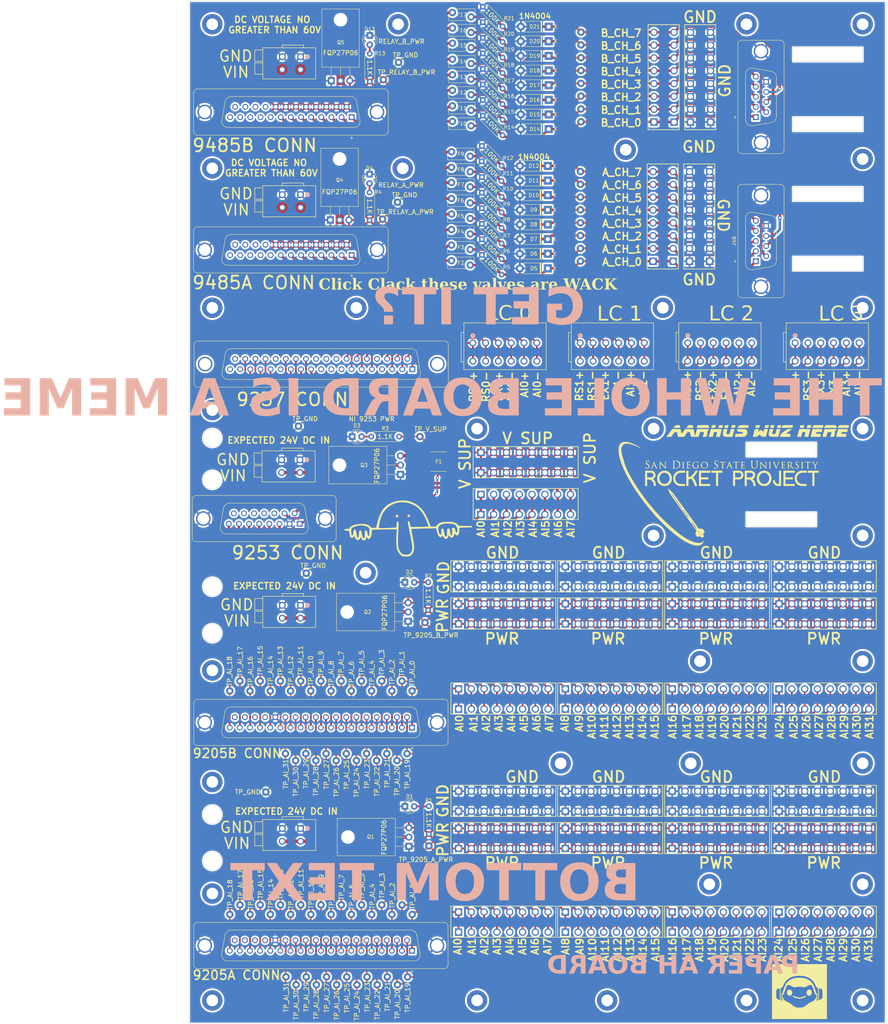
<source format=kicad_pcb>
(kicad_pcb (version 20241229) (generator "pcbnew") (generator_version "9.0")
  (layers (0 "F.Cu" signal) (2 "B.Cu" signal) (13 "F.Paste" user) (15 "B.Paste" user) (5 "F.SilkS" user "F.Silkscreen") (7 "B.SilkS" user "B.Silkscreen") (1 "F.Mask" user) (3 "B.Mask" user) (25 "Edge.Cuts" user))
  (net 0 "")
  (net 1 "COM")
  (net 2 "Net-(D1-A)")
  (net 3 "Net-(D2-A)")
  (net 4 "NI9485A_CH0B")
  (net 5 "NI9485A_CH2B")
  (net 6 "NI9485A_CH3B")
  (net 7 "NI9485A_CH4B")
  (net 8 "NI9485A_CH5B")
  (net 9 "NI9485A_CH6B")
  (net 10 "NI9485A_CH7B")
  (net 11 "NI9485B_CH0B")
  (net 12 "NI9485B_CH1B")
  (net 13 "NI9485B_CH2B")
  (net 14 "NI9485B_CH3B")
  (net 15 "NI9485B_CH4B")
  (net 16 "NI9485B_CH5B")
  (net 17 "NI9485B_CH6B")
  (net 18 "NI9485B_CH7B")
  (net 19 "Net-(F2-Pad1)")
  (net 20 "Net-(F3-Pad1)")
  (net 21 "NI9485A_CH1B")
  (net 22 "Net-(F4-Pad1)")
  (net 23 "Net-(F5-Pad1)")
  (net 24 "Net-(F6-Pad1)")
  (net 25 "Net-(F7-Pad1)")
  (net 26 "Net-(F8-Pad1)")
  (net 27 "Net-(F9-Pad1)")
  (net 28 "Net-(F10-Pad1)")
  (net 29 "Net-(F11-Pad1)")
  (net 30 "Net-(F12-Pad1)")
  (net 31 "Net-(F13-Pad1)")
  (net 32 "Net-(F14-Pad1)")
  (net 33 "Net-(F15-Pad1)")
  (net 34 "Net-(F16-Pad1)")
  (net 35 "Net-(F17-Pad1)")
  (net 36 "NI9205A_AI7")
  (net 37 "NI9205A_AI26")
  (net 38 "NI9205A_AI3")
  (net 39 "NI9205A_AI22")
  (net 40 "NI9205A_AI18")
  (net 41 "NI9205A_AI4")
  (net 42 "NI9205A_AI30")
  (net 43 "NI9205A_AI21")
  (net 44 "NI9205A_AI13")
  (net 45 "NI9205A_AI5")
  (net 46 "NI9205A_AI29")
  (net 47 "NI9205A_AI1")
  (net 48 "NI9205A_AI15")
  (net 50 "NI9205A_AI0")
  (net 51 "NI9205A_AI10")
  (net 52 "NI9205A_AI23")
  (net 53 "NI9205A_AI25")
  (net 54 "NI9205A_AI14")
  (net 55 "NI9205A_AI12")
  (net 56 "NI9205A_AI20")
  (net 57 "NI9205A_AISENSE")
  (net 58 "NI9205A_AI24")
  (net 59 "NI9205A_AI31")
  (net 60 "NI9205A_AI11")
  (net 61 "NI9205A_DO0")
  (net 62 "NI9205A_AI19")
  (net 63 "NI9205A_AI2")
  (net 64 "NI9205A_AI8")
  (net 65 "NI9205A_AI16")
  (net 66 "NI9205A_AI6")
  (net 67 "NI9205A_AI9")
  (net 68 "NI9205A_AI17")
  (net 69 "NI9205A_PFI0")
  (net 70 "NI9205A_AI28")
  (net 71 "NI9205A_AI27")
  (net 72 "Net-(J2-2_1)")
  (net 73 "NI9205B_AI17")
  (net 74 "NI9205B_AI14")
  (net 75 "NI9205B_AI6")
  (net 76 "NI9205B_AI1")
  (net 77 "NI9205B_AI28")
  (net 78 "NI9205B_AI8")
  (net 79 "NI9205B_AI9")
  (net 80 "NI9205B_AI3")
  (net 81 "NI9205B_AISENSE")
  (net 82 "NI9205B_AI19")
  (net 84 "NI9205B_AI0")
  (net 85 "NI9205B_AI30")
  (net 86 "NI9205B_AI22")
  (net 87 "NI9205B_AI16")
  (net 88 "NI9205B_AI31")
  (net 89 "NI9205B_AI10")
  (net 90 "NI9205B_DO0")
  (net 91 "NI9205B_AI13")
  (net 92 "NI9205B_AI23")
  (net 93 "NI9205B_AI21")
  (net 94 "NI9205B_AI12")
  (net 95 "NI9205B_AI4")
  (net 96 "NI9205B_AI15")
  (net 97 "NI9205B_AI2")
  (net 98 "NI9205B_AI29")
  (net 99 "NI9205B_AI24")
  (net 100 "NI9205B_AI5")
  (net 101 "NI9205B_AI26")
  (net 102 "NI9205B_PFI0")
  (net 103 "NI9205B_AI18")
  (net 104 "NI9205B_AI11")
  (net 105 "NI9205B_AI27")
  (net 106 "NI9205B_AI7")
  (net 107 "NI9205B_AI25")
  (net 108 "NI9205B_AI20")
  (net 109 "VSUP")
  (net 112 "AI0")
  (net 113 "AI3")
  (net 114 "AI5")
  (net 115 "AI2")
  (net 117 "AI6")
  (net 118 "AI4")
  (net 119 "AI7")
  (net 122 "AI1")
  (net 123 "Net-(J32-2_1)")
  (net 124 "NI9237_AI3+")
  (net 125 "NI9237_AI3-")
  (net 126 "RS2+")
  (net 129 "NI9237_AI1-")
  (net 131 "RS0+")
  (net 132 "RS1-")
  (net 133 "NI9237_AI1+")
  (net 135 "RS0-")
  (net 137 "EX3-")
  (net 138 "NI9237_AI2-")
  (net 139 "EX0+")
  (net 140 "EX2-")
  (net 141 "EX1-")
  (net 144 "EX0-")
  (net 145 "NI9237_AI2+")
  (net 146 "EX3+")
  (net 149 "EX1+")
  (net 150 "NI9237_AI0-")
  (net 153 "RS2-")
  (net 154 "NI9237_AI0+")
  (net 155 "RS3-")
  (net 156 "RS3+")
  (net 161 "EX2+")
  (net 162 "RS1+")
  (net 165 "NI9485A_24V+")
  (net 173 "/V_IN_A")
  (net 175 "NI9485B_24V+")
  (net 184 "/V_IN_B")
  (net 185 "Net-(D3-A)")
  (net 186 "Net-(D4-A)")
  (net 187 "Net-(D13-A)")
  (net 188 "Net-(Q3-S)")
  (net 189 "NI9205A_PWR")
  (net 190 "Net-(J16-2_1)")
  (net 191 "NI9205B_PWR")
  (footprint "MountingHole:MountingHole_3.2mm_M3_DIN965_Pad_TopBottom" (layer "F.Cu") (at 31.75 273.05)
    (property "Reference" "H30" (hide yes))
    (property "Value" "MountingHole_Pad")
  )
  (footprint "TestPoint:TestPoint_THTPad_D2.0mm_Drill1.0mm" (layer "F.Cu") (at 86.4 249.55 180)
    (property "Reference" "TP3" (hide yes))
    (property "Value" "TestPoint")
  )
  (footprint "Resistor_THT:R_Axial_DIN0207_L6.3mm_D2.5mm_P7.62mm_Horizontal" (layer "F.Cu") (at 90.93 227.61 90)
    (property "Reference" "R1")
    (property "Value" "1.1k")
  )
  (footprint "Package_TO_SOT_THT:TO-220-3_Horizontal_TabDown" (layer "F.Cu") (at 83.185 129.33 90)
    (property "Reference" "Q3")
    (property "Value" "FQP27P06")
  )
  (footprint "TBLH10V-350-08BK:RHDR16W80P550X350_2X8_2870X850X1420P" (layer "F.Cu") (at 128.28 221.37)
    (property "Reference" "J7" (hide yes))
    (property "Value" "GNDCONN" (hide yes))
  )
  (footprint "MountingHole:MountingHole_3.2mm_M3_DIN965_Pad_TopBottom" (layer "F.Cu") (at 71.12 83.82)
    (property "Reference" "H10" (hide yes))
    (property "Value" "MountingHole_Pad")
  )
  (footprint "TestPoint:TestPoint_THTPad_D2.0mm_Drill1.0mm" (layer "F.Cu") (at 69.76 188.5 -90)
    (property "Reference" "TP41" (hide yes))
    (property "Value" "TestPoint")
  )
  (footprint "TestPoint:TestPoint_THTPad_D2.0mm_Drill1.0mm" (layer "F.Cu") (at 54.53 207.52 -90)
    (property "Reference" "TP65" (hide yes))
    (property "Value" "TestPoint")
  )
  (footprint "Fuse:Fuse_2920_7451Metric_Pad2.10x5.45mm_HandSolder" (layer "F.Cu") (at 93.655 125.83)
    (property "Reference" "F1")
    (property "Value" "0ZCF0100AF2A")
  )
  (footprint "Diode_THT:D_DO-41_SOD81_P7.62mm_Horizontal" (layer "F.Cu") (at 123.46 57.05 180)
    (property "Reference" "D9")
    (property "Value" "1N4004")
  )
  (footprint "MountingHole:MountingHole_3.2mm_M3_DIN965_Pad_TopBottom" (layer "F.Cu") (at 31.75 6.35)
    (property "Reference" "H1" (hide yes))
    (property "Value" "MountingHole_Pad")
  )
  (footprint "TestPoint:TestPoint_THTPad_D2.0mm_Drill1.0mm" (layer "F.Cu") (at 74.060001 266.61 -90)
    (property "Reference" "TP26" (hide yes))
    (property "Value" "TestPoint")
  )
  (footprint "Diode_THT:D_DO-41_SOD81_P7.62mm_Horizontal" (layer "F.Cu") (at 123.71 7 180)
    (property "Reference" "D21")
    (property "Value" "1N4004")
  )
  (footprint "TestPoint:TestPoint_THTPad_D2.0mm_Drill1.0mm" (layer "F.Cu") (at 39.29 185.79 -90)
    (property "Reference" "TP52" (hide yes))
    (property "Value" "TestPoint")
  )
  (footprint "TBLH10V-350-08BK:RHDR16W80P550X350_2X8_2870X850X1420P" (layer "F.Cu") (at 99.07 193.43)
    (property "Reference" "J19" (hide yes))
    (property "Value" "AICONN" (hide yes))
  )
  (footprint "TestPoint:TestPoint_THTPad_D2.0mm_Drill1.0mm" (layer "F.Cu") (at 75.3 188.5 -90)
    (property "Reference" "TP39" (hide yes))
    (property "Value" "TestPoint")
  )
  (footprint "LED_THT:LED_D3.0mm" (layer "F.Cu") (at 74.75 47.319999 -90)
    (property "Reference" "D4")
    (property "Value" "LED")
  )
  (footprint "Diode_THT:D_DO-41_SOD81_P7.62mm_Horizontal" (layer "F.Cu") (at 123.46 49.05 180)
    (property "Reference" "D11")
    (property "Value" "1N4004")
  )
  (footprint "TestPoint:TestPoint_THTPad_D2.0mm_Drill1.0mm" (layer "F.Cu") (at 44.83 185.79 -90)
    (property "Reference" "TP50" (hide yes))
    (property "Value" "TestPoint")
  )
  (footprint "TestPoint:TestPoint_THTPad_D2.0mm_Drill1.0mm" (layer "F.Cu") (at 89.9 169.8 180)
    (property "Reference" "TP89" (hide yes))
    (property "Value" "TestPoint")
  )
  (footprint "2601-3106:CONN6_2601-3106_WAG" (layer "F.Cu") (at 102.973327 93.4)
    (property "Reference" "J34" (hide yes))
    (property "Value" "LC0")
  )
  (footprint "Resistor_THT:R_Axial_DIN0207_L6.3mm_D2.5mm_P7.62mm_Horizontal" (layer "F.Cu") (at 90.78 166.43 90)
    (property "Reference" "R2")
    (property "Value" "1.1k")
  )
  (footprint "Resistor_THT:R_Axial_DIN0207_L6.3mm_D2.5mm_P7.62mm_Horizontal" (layer "F.Cu") (at 110.844077 70.494077 135)
    (property "Reference" "R6")
    (property "Value" "100K")
  )
  (footprint "TestPoint:TestPoint_THTPad_D2.0mm_Drill1.0mm" (layer "F.Cu") (at 71.15 207.52 -90)
    (property "Reference" "TP59" (hide yes))
    (property "Value" "TestPoint")
  )
  (footprint "Diode_THT:D_DO-41_SOD81_P7.62mm_Horizontal" (layer "F.Cu") (at 123.46 45.05 180)
    (property "Reference" "D12")
    (property "Value" "1N4004")
  )
  (footprint "Fuse:Fuse_Bourns_MF-RG300" (layer "F.Cu") (at 97.4 7.4)
    (property "Reference" "F16")
    (property "Value" "0ZRP0065FF1E")
  )
  (footprint "TBLH10V-350-08BK:RHDR16W80P550X350_2X8_2870X850X1420P" (layer "F.Cu") (at 157.995001 33.07 90)
    (property "Reference" "J44" (hide yes))
    (property "Value" "AICONN" (hide yes))
  )
  (footprint "TBLH10V-350-08BK:RHDR16W80P550X350_2X8_2870X850X1420P" (layer "F.Cu") (at 128.27 170.18)
    (property "Reference" "J20" (hide yes))
    (property "Value" "24VCONN" (hide yes))
  )
  (footprint "TestPoint:TestPoint_THTPad_D2.0mm_Drill1.0mm" (layer "F.Cu") (at 75.32 249.55 -90)
    (property "Reference" "TP7" (hide yes))
    (property "Value" "TestPoint")
  )
  (footprint "Resistor_THT:R_Axial_DIN0207_L6.3mm_D2.5mm_P7.62mm_Horizontal" (layer "F.Cu") (at 110.844077 44.994077 135)
    (property "Reference" "R12")
    (property "Value" "100K")
  )
  (footprint "TestPoint:TestPoint_THTPad_D2.0mm_Drill1.0mm" (layer "F.Cu") (at 132.4 71.075)
    (property "Reference" "TP71" (hide yes))
    (property "Value" "TestPoint")
  )
  (footprint "TBLH10V-350-08BK:RHDR16W80P550X350_2X8_2870X850X1420P" (layer "F.Cu") (at 157.49 254.39)
    (property "Reference" "J11" (hide yes))
    (property "Value" "AICONN" (hide yes))
  )
  (footprint "Diode_THT:D_DO-41_SOD81_P7.62mm_Horizontal" (layer "F.Cu") (at 123.71 19 180)
    (property "Reference" "D18")
    (property "Value" "1N4004")
  )
  (footprint "Resistor_THT:R_Axial_DIN0207_L6.3mm_D2.5mm_P7.62mm_Horizontal" (layer "F.Cu") (at 111.094077 19.694077 135)
    (property "Reference" "R18")
    (property "Value" "100K")
  )
  (footprint "WAGO 2601-1102:CONN2_2601-1102_WAG" (layer "F.Cu") (at 55.88 226.06 -90)
    (property "Reference" "J2" (hide yes))
    (property "Value" "PWRCONN")
  )
  (footprint "WAGO 2601-1102:CONN2_2601-1102_WAG" (layer "F.Cu") (at 55.705 125.34 -90)
    (property "Reference" "J32" (hide yes))
    (property "Value" "PWRCONN")
  )
  (footprint "TestPoint:TestPoint_THTPad_D2.0mm_Drill1.0mm" (layer "F.Cu") (at 78.5 21.5 -90)
    (property "Reference" "TP79" (hide yes))
    (property "Value" "TestPoint")
  )
  (footprint "Resistor_THT:R_Axial_DIN0207_L6.3mm_D2.5mm_P7.62mm_Horizontal" (layer "F.Cu") (at 111.094077 23.944077 135)
    (property "Reference" "R17")
    (property "Value" "100K")
  )
  (footprint "Fuse:Fuse_Bourns_MF-RG300" (layer "F.Cu") (at 97.4 20.15)
    (property "Reference" "F13")
    (property "Value" "0ZRP0065FF1E")
  )
  (footprint "Diode_THT:D_DO-41_SOD81_P7.62mm_Horizontal" (layer "F.Cu") (at 123.71 11 180)
    (property "Reference" "D20")
    (property "Value" "1N4004")
  )
  (footprint "TBLH10V-350-08BK:RHDR16W80P550X350_2X8_2870X850X1420P" (layer "F.Cu") (at 167.975001 33.07 90)
    (property "Reference" "J45" (hide yes))
    (property "Value" "GNDCONN" (hide yes))
  )
  (footprint "TBLH10V-350-08BK:RHDR16W80P550X350_2X8_2870X850X1420P" (layer "F.Cu") (at 105.175 128.85)
    (property "Reference" "J31" (hide yes))
    (property "Value" "VSUPCONN" (hide yes))
  )
  (footprint "MountingHole:MountingHole_3.2mm_M3_DIN965_Pad_TopBottom" (layer "F.Cu") (at 31.75 182.88)
    (property "Reference" "H20" (hide yes))
    (property "Value" "MountingHole_Pad")
  )
  (footprint "TestPoint:TestPoint_THTPad_D2.0mm_Drill1.0mm" (layer "F.Cu") (at 132.4 67.575)
    (property "Reference" "TP72" (hide yes))
    (property "Value" "TestPoint")
  )
  (footprint "Resistor_THT:R_Axial_DIN0207_L6.3mm_D2.5mm_P7.62mm_Horizontal" (layer "F.Cu") (at 110.844077 57.744077 135)
    (property "Reference" "R9")
    (property "Value" "100K")
  )
  (footprint "TestPoint:TestPoint_THTPad_D2.0mm_Drill1.0mm" (layer "F.Cu") (at 64.24 249.55 -90)
    (property "Reference" "TP11" (hide yes))
    (property "Value" "TestPoint")
  )
  (footprint "TestPoint:TestPoint_THTPad_D2.0mm_Drill1.0mm" (layer "F.Cu") (at 50.37 185.79 -90)
    (property "Reference" "TP48" (hide yes))
    (property "Value" "TestPoint")
  )
  (footprint "TBLH10V-350-08BK:RHDR16W80P550X350_2X8_2870X850X1420P" (layer "F.Cu") (at 99.07 254.39)
    (property "Reference" "J5" (hide yes))
    (property "Value" "AICONN" (hide yes))
  )
  (footprint "LOGO" (layer "F.Cu") (at 85.344 144.145)
    (property "Reference" "G***" (hide yes))
    (property "Value" "LOGO" (hide yes))
  )
  (footprint "Diode_THT:D_DO-41_SOD81_P7.62mm_Horizontal" (layer "F.Cu") (at 123.71 23 180)
    (property "Reference" "D17")
    (property "Value" "1N4004")
  )
  (footprint "TestPoint:TestPoint_THTPad_D2.0mm_Drill1.0mm" (layer "F.Cu") (at 78.3 59.6)
    (property "Reference" "TP69" (hide yes))
    (property "Value" "TestPoint")
  )
  (footprint "Resistor_THT:R_Axial_DIN0207_L6.3mm_D2.5mm_P7.62mm_Horizontal" (layer "F.Cu") (at 110.844077 66.244077 135)
    (property "Reference" "R7")
    (property "Value" "100K")
  )
  (footprint "MountingHole:MountingHole_3.2mm_M3_DIN965_Pad_TopBottom" (layer "F.Cu") (at 177.8 6.35)
    (property "Reference" "H3" (hide yes))
    (property "Value" "MountingHole_Pad")
  )
  (footprint "TestPoint:TestPoint_THTPad_D2.0mm_Drill1.0mm" (layer "F.Cu") (at 55.91 185.79 -90)
    (property "Reference" "TP46" (hide yes))
    (property "Value" "TestPoint")
  )
  (footprint "TestPoint:TestPoint_THTPad_D2.0mm_Drill1.0mm" (layer "F.Cu") (at 53.16 249.55 -90)
    (property "Reference" "TP15" (hide yes))
    (property "Value" "TestPoint")
  )
  (footprint "TestPoint:TestPoint_THTPad_D2.0mm_Drill1.0mm" (layer "F.Cu") (at 50.39 246.95 -90)
    (property "Reference" "TP16" (hide yes))
    (property "Value" "TestPoint")
  )
  (footprint "WAGO 2601-1102:CONN2_2601-1102_WAG" (layer "F.Cu") (at 55.88 15.24 -90)
    (property "Reference" "J43" (hide yes))
    (property "Value" "PWRCONN")
  )
  (footprint "TestPoint:TestPoint_THTPad_D2.0mm_Drill1.0mm" (layer "F.Cu") (at 78.09 246.95 -90)
    (property "Reference" "TP6" (hide yes))
    (property "Value" "TestPoint")
  )
  (footprint "Fuse:Fuse_Bourns_MF-RG300" (layer "F.Cu") (at 97.4 32.9)
    (property "Reference" "F10")
    (property "Value" "0ZRP0065FF1E")
  )
  (footprint "TestPoint:TestPoint_THTPad_D2.0mm_Drill1.0mm" (layer "F.Cu") (at 82.66 16.76)
    (property "Reference" "TP80" (hide yes))
    (property "Value" "TestPoint")
  )
  (footprint "TBLH10V-350-08BK:RHDR16W80P550X350_2X8_2870X850X1420P" (layer "F.Cu") (at 186.69 160.02)
    (property "Reference" "J28" (hide yes))
    (property "Value" "GNDCONN" (hide yes))
  )
  (footprint "TestPoint:TestPoint_THTPad_D2.0mm_Drill1.0mm" (layer "F.Cu") (at 76.830001 268.77 -90)
    (property "Reference" "TP25" (hide yes))
    (property "Value" "TestPoint")
  )
  (footprint "TestPoint:TestPoint_THTPad_D2.0mm_Drill1.0mm" (layer "F.Cu") (at 132.4 46.575)
    (property "Reference" "TP78" (hide yes))
    (property "Value" "TestPoint")
  )
  (footprint "TestPoint:TestPoint_THTPad_D2.0mm_Drill1.0mm" (layer "F.Cu") (at 80.860001 249.55 -90)
    (property "Reference" "TP5" (hide yes))
    (property "Value" "TestPoint")
  )
  (footprint "TestPoint:TestPoint_THTPad_D2.0mm_Drill1.0mm" (layer "F.Cu") (at 36.52 188.5 -90)
    (property "Reference" "TP53" (hide yes))
    (property "Value" "TestPoint")
  )
  (footprint "TestPoint:TestPoint_THTPad_D2.0mm_Drill1.0mm" (layer "F.Cu") (at 71.29 268.77 -90)
    (property "Reference" "TP27" (hide yes))
    (property "Value" "TestPoint")
  )
  (footprint "TestPoint:TestPoint_THTPad_D2.0mm_Drill1.0mm" (layer "F.Cu") (at 64.22 188.5 -90)
    (property "Reference" "TP43" (hide yes))
    (property "Value" "TestPoint")
  )
  (footprint "Package_TO_SOT_THT:TO-220-3_Horizontal_TabDown" (layer "F.Cu") (at 85.28 169.47 90)
    (property "Reference" "Q2")
    (property "Value" "FQP27P06")
  )
  (footprint "TBLH10V-350-08BK:RHDR16W80P550X350_2X8_2870X850X1420P" (layer "F.Cu") (at 186.7 231.53)
    (property "Reference" "J13" (hide yes))
    (property "Value" "24VCONN" (hide yes))
  )
  (footprint "TestPoint:TestPoint_THTPad_D2.0mm_Drill1.0mm" (layer "F.Cu") (at 60.07 207.52 -90)
    (property "Reference" "TP63" (hide yes))
    (property "Value" "TestPoint")
  )
  (footprint "Fuse:Fuse_Bourns_MF-RG300" (layer "F.Cu") (at 97.15 58.2)
    (property "Reference" "F5")
    (property "Value" "0ZRP0065FF1E")
  )
  (footprint "MountingHole:MountingHole_3.2mm_M3_DIN965_Pad_TopBottom" (layer "F.Cu") (at 127 208.28)
    (property "Reference" "H24" (hide yes))
    (property "Value" "MountingHole_Pad")
  )
  (footprint "TestPoint:TestPoint_THTPad_D2.0mm_Drill1.0mm" (layer "F.Cu") (at 42.06 188.5 -90)
    (property "Reference" "TP51" (hide yes))
    (property "Value" "TestPoint")
  )
  (footprint "MountingHole:MountingHole_3.2mm_M3_DIN965_Pad_TopBottom" (layer "F.Cu") (at 104.14 273.05)
    (property "Reference" "H31" (hide yes))
    (property "Value" "MountingHole_Pad")
  )
  (footprint "Connector_Dsub:DSUB-37_Pins_Vertical_P2.77x2.84mm_MountingHoles" (layer "F.Cu") (at 86.46 100.61 180)
    (property "Reference" "J33" (hide yes))
    (property "Value" "NI9237CONN")
  )
  (footprint "Resistor_THT:R_Axial_DIN0207_L6.3mm_D2.5mm_P7.62mm_Horizontal" (layer "F.Cu") (at 111.094077 32.444077 135)
    (property "Reference" "R15")
    (property "Value" "100K")
  )
  (footprint "Diode_THT:D_DO-41_SOD81_P7.62mm_Horizontal" (layer "F.Cu") (at 123.46 73.05 180)
    (property "Reference" "D5")
    (property "Value" "1N4004")
  )
  (footprint "TestPoint:TestPoint_THTPad_D2.0mm_Drill1.0mm" (layer "F.Cu") (at 65.61 207.52 -90)
    (property "Reference" "TP61" (hide yes))
    (property "Value" "TestPoint")
  )
  (footprint "TestPoint:TestPoint_THTPad_D2.0mm_Drill1.0mm" (layer "F.Cu") (at 67.01 246.95 -90)
    (property "Reference" "TP10" (hide yes))
    (property "Value" "TestPoint")
  )
  (footprint "TestPoint:TestPoint_THTPad_D2.0mm_Drill1.0mm" (layer "F.Cu") (at 76.69 207.52 -90)
    (property "Reference" "TP57" (hide yes))
    (property "Value" "TestPoint")
  )
  (footprint "TBLH10V-350-08BK:RHDR16W80P550X350_2X8_2870X850X1420P" (layer "F.Cu") (at 186.7 254.39)
    (property "Reference" "J12" (hide yes))
    (property "Value" "AICONN" (hide yes))
  )
  (footprint "MountingHole:MountingHole_3.2mm_M3_DIN965_Pad_TopBottom" (layer "F.Cu") (at 31.75 111.76)
    (property "Reference" "H13" (hide yes))
    (property "Value" "MountingHole_Pad")
  )
  (footprint "Fuse:Fuse_Bourns_MF-RG300" (layer "F.Cu") (at 97.4 24.4)
    (property "Reference" "F12")
    (property "Value" "0ZRP0065FF1E")
  )
  (footprint "TBLH10V-350-08BK:RHDR16W80P550X350_2X8_2870X850X1420P" (layer "F.Cu") (at 157.49 221.37)
    (property "Reference" "J10" (hide yes))
    (property "Value" "GNDCONN" (hide yes))
  )
  (footprint "Connector_Dsub:DSUB-25_Pins_Vertical_P2.77x2.84mm_MountingHoles" (layer "F.Cu") (at 69.85 69.42 180)
    (property "Reference" "J38" (hide yes))
    (property "Value" "NI9485CONN")
  )
  (footprint "TestPoint:TestPoint_THTPad_D2.0mm_Drill1.0mm" (layer "F.Cu") (at 55.93 246.95 -90)
    (property "Reference" "TP14" (hide yes))
    (property "Value" "TestPoint")
  )
  (footprint "TestPoint:TestPoint_THTPad_D2.0mm_Drill1.0mm" (layer "F.Cu") (at 132.4 64.075)
    (property "Reference" "TP73" (hide yes))
    (property "Value" "TestPoint")
  )
  (footprint "Resistor_THT:R_Axial_DIN0207_L6.3mm_D2.5mm_P7.62mm_Horizontal" (layer "F.Cu") (at 111.094077 28.194077 135)
    (property "Reference" "R16")
    (property "Value" "100K")
  )
  (footprint "MountingHole:MountingHole_3.2mm_M3_DIN965_Pad_TopBottom" (layer "F.Cu") (at 209.55 273.05)
    (property "Reference" "H34" (hide yes))
    (property "Value" "MountingHole_Pad")
  )
  (footprint "TestPoint:TestPoint_THTPad_D2.0mm_Drill1.0mm" (layer "F.Cu") (at 132.55 22.5 180)
    (property "Reference" "TP84" (hide yes))
    (property "Value" "TestPoint")
  )
  (footprint "MountingHole:MountingHole_3.2mm_M3_DIN965_Pad_TopBottom" (layer "F.Cu") (at 144.78 40.64)
    (property "Reference" "H7" (hide yes))
    (property "Value" "MountingHole_Pad")
  )
  (footprint "MountingHole:MountingHole_3.2mm_M3_DIN965_Pad_TopBottom" (layer "F.Cu") (at 162.56 208.28)
    (property "Reference" "H25" (hide yes))
    (property "Value" "MountingHole_Pad")
  )
  (footprint "TestPoint:TestPoint_THTPad_D2.0mm_Drill1.0mm" (layer "F.Cu") (at 132.55 19 180)
    (property "Reference" "TP85" (hide yes))
    (property "Value" "TestPoint")
  )
  (footprint "2601-3106:CONN6_2601-3106_WAG" (layer "F.Cu") (at 132.348883 93.4)
    (property "Reference" "J35" (hide yes))
    (property "Value" "LC1")
  )
  (footprint "TestPoint:TestPoint_THTPad_D2.0mm_Drill1.0mm" (layer "F.Cu") (at 47.62 249.55 -90)
    (property "Reference" "TP17" (hide yes))
    (property "Value" "TestPoint")
  )
  (footprint "Resistor_THT:R_Axial_DIN0207_L6.3mm_D2.5mm_P7.62mm_Horizontal" (layer "F.Cu") (at 74.8 22.01 90)
    (property "Reference" "R13")
    (property "Value" "1.1k")
  )
  (footprint "TestPoint:TestPoint_THTPad_D2.0mm_Drill1.0mm" (layer "F.Cu") (at 73.93 205.62 -90)
    (property "Reference" "TP58" (hide yes))
    (property "Value" "TestPoint")
  )
  (footprint "Package_TO_SOT_THT:TO-220-3_Horizontal_TabDown" (layer "F.Cu") (at 85.49 230.95 90)
    (property "Reference" "Q1")
    (property "Value" "FQP27P06")
  )
  (footprint "TestPoint:TestPoint_THTPad_D2.0mm_Drill1.0mm" (layer "F.Cu") (at 60.210001 268.77 -90)
    (property "Reference" "TP31" (hide yes))
    (property "Value" "TestPoint")
  )
  (footprint "TBLH10V-350-08BK:RHDR16W80P550X350_2X8_2870X850X1420P" (layer "F.Cu") (at 99.07 231.53)
    (property "Reference" "J3" (hide yes))
    (property "Value" "24VCONN" (hide yes))
  )
  (footprint "Diode_THT:D_DO-41_SOD81_P7.62mm_Horizontal" (layer "F.Cu") (at 123.71 15 180)
    (property "Reference" "D19")
    (property "Value" "1N4004")
  )
  (footprint "Fuse:Fuse_Bourns_MF-RG300" (layer "F.Cu") (at 97.4 3.15)
    (property "Reference" "F17")
    (property "Value" "0ZRP0065FF1E")
  )
  (footprint "TBLH10V-350-08BK:RHDR16W80P550X350_2X8_2870X850X1420P" (layer "F.Cu") (at 157.745001 71.12 90)
    (property "Reference" "J40" (hide yes))
    (property "Value" "AICONN" (hide yes))
  )
  (footprint "TestPoint:TestPoint_THTPad_D2.0mm_Drill1.0mm" (layer "F.Cu") (at 132.4 60.575)
    (property "Reference" "TP74" (hide yes))
    (property "Value" "TestPoint")
  )
  (footprint "TBLH10V-350-08BK:RHDR16W80P550X350_2X8_2870X850X1420P" (layer "F.Cu") (at 128.28 231.53)
    (property "Reference" "J6" (hide yes))
    (property "Value" "24VCONN" (hide yes))
  )
  (footprint "TBLH10V-350-08BK:RHDR16W80P550X350_2X8_2870X850X1420P" (layer "F.Cu") (at 186.7 221.37)
    (property "Reference" "J14" (hide yes))
    (property "Value" "GNDCONN" (hide yes))
  )
  (footprint "MountingHole:MountingHole_3.2mm_M3_DIN965_Pad_TopBottom" (layer "F.Cu") (at 31.75 213.36)
    (property "Reference" "H23" (hide yes))
    (property "Value" "MountingHole_Pad")
  )
  (footprint "TestPoint:TestPoint_THTPad_D2.0mm_Drill1.0mm" (layer "F.Cu") (at 51.9 266.61 180)
    (property "Reference" "TP34" (hide yes))
    (property "Value" "TestPoint")
  )
  (footprint "TestPoint:TestPoint_THTPad_D2.0mm_Drill1.0mm" (layer "F.Cu") (at 132.55 15.5 180)
    (property "Reference" "TP86" (hide yes))
    (property "Value" "TestPoint")
  )
  (footprint "Resistor_THT:R_Axial_DIN0207_L6.3mm_D2.5mm_P7.62mm_Horizontal" (layer "F.Cu") (at 110.844077 61.994077 135)
    (property "Reference" "R8")
    (property "Value" "100K")
  )
  (footprint "Fuse:Fuse_Bourns_MF-RG300" (layer "F.Cu") (at 97.4 28.65)
    (property "Reference" "F11")
    (property "Value" "0ZRP0065FF1E")
  )
  (footprint "WAGO 2601-1102:CONN2_2601-1102_WAG" (layer "F.Cu") (at 55.88 52.91 -90)
    (property "Reference" "J39" (hide yes))
    (property "Value" "PWRCONN")
  )
  (footprint "TestPoint:TestPoint_THTPad_D2.0mm_Drill1.0mm" (layer "F.Cu") (at 79.600001 266.61 -90)
    (property "Reference" "TP24" (hide yes))
    (property "Value" "TestPoint")
  )
  (footprint "TBLH10V-350-08BK:RHDR16W80P550X350_2X8_2870X850X1420P" (layer "F.Cu") (at 186.7 193.43)
    (property "Reference" "J26" (hide yes))
    (property "Value" "AICONN" (hide yes))
  )
  (footprint "TestPoint:TestPoint_THTPad_D2.0mm_Drill1.0mm" (layer "F.Cu") (at 57.43 156.33)
    (property "Reference" "TP90" (hide yes))
    (property "Value" "TestPoint")
  )
  (footprint "TestPoint:TestPoint_THTPad_D2.0mm_Drill1.0mm" (layer "F.Cu") (at 62.980001 266.609999 -90)
    (property "Reference" "TP30" (hide yes))
    (property "Value" "TestPoint")
  )
  (footprint "TBLH10V-350-08BK:RHDR16W80P550X350_2X8_2870X850X1420P" (layer "F.Cu") (at 128.27 160.02)
    (property "Reference" "J21" (hide yes))
    (property "Value" "GNDCONN" (hide yes))
  )
  (footprint "TestPoint:TestPoint_THTPad_D2.0mm_Drill1.0mm" (layer "F.Cu") (at 83.61 185.79 -90)
    (property "Reference" "TP36" (hide yes))
    (property "Value" "TestPoint")
  )
  (footprint "Resistor_THT:R_Axial_DIN0207_L6.3mm_D2.5mm_P7.62mm_Horizontal" (layer "F.Cu") (at 110.8 49.2 135)
    (property "Reference" "R11")
    (property "Value" "100K")
  )
  (footprint "TestPoint:TestPoint_THTPad_D2.0mm_Drill1.0mm" (layer "F.Cu") (at 82.4 54.96)
    (property "Reference" "TP70" (hide yes))
    (property "Value" "TestPoint")
  )
  (footprint "TestPoint:TestPoint_THTPad_D2.0mm_Drill1.0mm" (layer "F.Cu") (at 53.14 188.5 -90)
    (property "Reference" "TP47" (hide yes))
    (property "Value" "TestPoint")
  )
  (footprint "MountingHole:MountingHole_3.2mm_M3_DIN965_Pad_TopBottom" (layer "F.Cu") (at 104.14 116.84)
    (property "Reference" "H14" (hide yes))
    (property "Value" "MountingHole_Pad")
  )
  (footprint "MountingHole:MountingHole_3.2mm_M3_DIN965_Pad_TopBottom" (layer "F.Cu") (at 31.75 83.82)
    (property "Reference" "H9" (hide yes))
    (property "Value" "MountingHole_Pad")
  )
  (footprint "MountingHole:MountingHole_3.2mm_M3_DIN965_Pad_TopBottom" (layer "F.Cu") (at 31.75 45.72)
    (property "Reference" "H5" (hide yes))
    (property "Value" "MountingHole_Pad")
  )
  (footprint "Connector_Dsub:DSUB-15_Pins_Vertical_P2.77x2.84mm_MountingHoles" (layer "F.Cu") (at 55.645 142.82 180)
    (property "Reference" "J29" (hide yes))
    (property "Value" "NI9253CONN")
  )
  (footprint "TestPoint:TestPoint_THTPad_D2.0mm_Drill1.0mm" (layer "F.Cu") (at 80.84 188.5 -90)
    (property "Reference" "TP37" (hide yes))
    (property "Value" "TestPoint")
  )
  (footprint "Resistor_THT:R_Axial_DIN0207_L6.3mm_D2.5mm_P7.62mm_Horizontal" (layer "F.Cu") (at 111.094077 6.944077 135)
    (property "Reference" "R21")
    (property "Value" "100K")
  )
  (footprint "TestPoint:TestPoint_THTPad_D2.0mm_Drill1.0mm" (layer "F.Cu") (at 39.31 246.95 -90)
    (property "Reference" "TP20" (hide yes))
    (property "Value" "TestPoint")
  )
  (footprint "TestPoint:TestPoint_THTPad_D2.0mm_Drill1.0mm" (layer "F.Cu") (at 36.54 249.55 -90)
    (property "Reference" "TP21" (hide yes))
    (property "Value" "TestPoint")
  )
  (footprint "TestPoint:TestPoint_THTPad_D2.0mm_Drill1.0mm" (layer "F.Cu") (at 79.46 205.62 -90)
    (property "Reference" "TP56" (hide yes))
    (property "Value" "TestPoint")
  )
  (footprint "TestPoint:TestPoint_THTPad_D2.0mm_Drill1.0mm" (layer "F.Cu") (at 55.3 116.16)
    (property "Reference" "TP68" (hide yes))
    (property "Value" "TestPoint")
  )
  (footprint "TestPoint:TestPoint_THTPad_D2.0mm_Drill1.0mm" (layer "F.Cu") (at 132.55 8.5)
    (property "Reference" "TP88" (hide yes))
    (property "Value" "TestPoint")
  )
  (footprint "TestPoint:TestPoint_THTPad_D2.0mm_Drill1.0mm" (layer "F.Cu") (at 132.4 57.075)
    (property "Reference" "TP75" (hide yes))
    (property "Value" "TestPoint")
  )
  (footprint "TestPoint:TestPoint_THTPad_D2.0mm_Drill1.0mm" (layer "F.Cu") (at 51.745 205.62 -90)
    (property "Reference" "TP66" (hide yes))
    (property "Value" "TestPoint")
  )
  (footprint "TBLH10V-350-08BK:RHDR16W80P550X350_2X8_2870X850X1420P" (layer "F.Cu") (at 99.06 170.18)
    (property "Reference" "J17" (hide yes))
    (property "Value" "24VCONN" (hide yes))
  )
  (footprint "TBLH10V-350-08BK:RHDR16W80P550X350_2X8_2870X850X1420P" (layer "F.Cu") (at 157.49 193.43)
    (property "Reference" "J25" (hide yes))
    (property "Value" "AICONN" (hide yes))
  )
  (footprint "TestPoint:TestPoint_THTPad_D2.0mm_Drill1.0mm" (layer "F.Cu") (at 84.98 205.62 -90)
    (property "Reference" "TP54" (hide yes))
    (property "Value" "TestPoint")
  )
  (footprint "TestPoint:TestPoint_THTPad_D2.0mm_Drill1.0mm" (layer "F.Cu") (at 62.86 205.62 -90)
    (property "Reference" "TP62" (hide yes))
    (property "Value" "TestPoint")
  )
  (footprint "Fuse:Fuse_Bourns_MF-RG300" (layer "F.Cu") (at 97.15 53.95)
    (property "Reference" "F6")
    (property "Value" "0ZRP0065FF1E")
  )
  (footprint "TestPoint:TestPoint_THTPad_D2.0mm_Drill1.0mm" (layer "F.Cu") (at 44.85 246.95 -90)
    (property "Reference" "TP18" (hide yes))
    (property "Value" "TestPoint")
  )
  (footprint "TestPoint:TestPoint_THTPad_D2.0mm_Drill1.0mm" (layer "F.Cu") (at 58.68 188.5 -90)
    (property "Reference" "TP45" (hide yes))
    (property "Value" "TestPoint")
  )
  (footprint "TestPoint:TestPoint_THTPad_D2.0mm_Drill1.0mm" (layer "F.Cu") (at 86.38 188.5 -90)
    (property "Reference" "TP35" (hide yes))
    (property "Value" "TestPoint")
  )
  (footprint "WAGO 2601-1102:CONN2_2601-1102_WAG" (layer "F.Cu") (at 55.88 165.1 -90)
    (property "Reference" "J16" (hide yes))
    (property "Value" "PWRCONN")
  )
  (footprint "Resistor_THT:R_Axial_DIN0207_L6.3mm_D2.5mm_P7.62mm_Horizontal" (layer "F.Cu") (at 111.094077 15.444077 135)
    (property "Reference" "R19")
    (property "Value" "100K")
  )
  (footprint "MountingHole:MountingHole_3.2mm_M3_DIN965_Pad_TopBottom" (layer "F.Cu") (at 31.75 243.84)
    (property "Reference" "H27" (hide yes))
    (property "Value" "MountingHole_Pad")
  )
  (footprint "Connector_Dsub:DSUB-25_Pins_Vertical_P2.77x2.84mm_MountingHoles" (layer "F.Cu") (at 69.85 31.75 180)
    (property "Reference" "J42" (hide yes))
    (property "Value" "NI9485CONN")
  )
  (footprint "MountingHole:MountingHole_3.2mm_M3_DIN965_Pad_TopBottom" (layer "F.Cu") (at 83.82 45.72)
    (property "Reference" "H6" (hide yes))
    (property "Value" "MountingHole_Pad")
  )
  (footprint "Package_TO_SOT_THT:TO-220-3_Horizontal_TabDown" (layer "F.Cu") (at 64.27 21.77)
    (property "Reference" "Q5")
    (property "Value" "FQP27P06")
  )
  (footprint "Fuse:Fuse_Bourns_MF-RG300" (layer "F.Cu") (at 97.15 45.45)
    (property "Reference" "F8")
    (property "Value" "0ZRP0065FF1E")
  )
  (footprint "TBLH10V-350-08BK:RHDR16W80P550X350_2X8_2870X850X1420P" (layer "F.Cu") (at 99.07 221.37)
    (property "Reference" "J4" (hide yes))
    (property "Value" "GNDCONN" (hide yes))
  )
  (footprint "TestPoint:TestPoint_THTPad_D2.0mm_Drill1.0mm" (layer "F.Cu") (at 132.55 26 180)
    (property "Reference" "TP83" (hide yes))
    (property "Value" "TestPoint")
  )
  (footprint "TestPoint:TestPoint_THTPad_D2.0mm_Drill1.0mm" (layer "F.Cu") (at 132.55 33 180)
    (property "Reference" "TP81" (hide yes))
    (property "Value" "TestPoint")
  )
  (footprint "Resistor_THT:R_Axial_DIN0207_L6.3mm_D2.5mm_P7.62mm_Horizontal" (layer "F.Cu") (at 110.844077 53.494077 135)
    (property "Reference" "R10")
    (property "Value" "100K")
  )
  (footprint "TestPoint:TestPoint_THTPad_D2.0mm_Drill1.0mm" (layer "F.Cu") (at 54.670001 268.77 -90)
    (property "Reference" "TP33" (hide yes))
    (property "Value" "TestPoint")
  )
  (footprint "Connector_Dsub:DSUB-9_Pins_Vertical_P2.77x2.84mm_MountingHoles" (layer "F.Cu") (at 180.34 71.12 90)
    (property "Reference" "J46")
    (property "Value" "NI_9485A_D-SUB")
  )
  (footprint "TestPoint:TestPoint_THTPad_D2.0mm_Drill1.0mm" (layer "F.Cu") (at 69.78 249.549999 -90)
    (property "Reference" "TP9" (hide yes))
    (property "Value" "TestPoint")
  )
  (footprint "Diode_THT:D_DO-41_SOD81_P7.62mm_Horizontal" (layer "F.Cu") (at 123.46 65.05 180)
    (property "Reference" "D7")
    (property "Value" "1N4004")
  )
  (footprint "Fuse:Fuse_Bourns_MF-RG300" (layer "F.Cu") (at 97.15 62.45)
    (property "Reference" "F4")
    (property "Value" "0ZRP0065FF1E")
  )
  (footprint "MountingHole:MountingHole_3.2mm_M3_DIN965_Pad_TopBottom" (layer "F.Cu") (at 152.4 146.05)
    (property "Reference" "H18" (hide yes))
    (property "Value" "MountingHole_Pad")
  )
  (footprint "Diode_THT:D_DO-41_SOD81_P7.62mm_Horizontal" (layer "F.Cu") (at 123.71 27 180)
    (property "Reference" "D16")
    (property "Value" "1N4004")
  )
  (footprint "TestPoint:TestPoint_THTPad_D2.0mm_Drill1.0mm" (layer "F.Cu") (at 88.5 119)
    (property "Reference" "TP67" (hide yes))
    (property "Value" "TestPoint")
  )
  (footprint "TestPoint:TestPoint_THTPad_D2.0mm_Drill1.0mm" (layer "F.Cu") (at 72.53 185.79 -90)
    (property "Reference" "TP40" (hide yes))
    (property "Value" "TestPoint")
  )
  (footprint "TestPoint:TestPoint_THTPad_D2.0mm_Drill1.0mm" (layer "F.Cu") (at 82.370001 268.770001 -90)
    (property "Reference" "TP23" (hide yes))
    (property "Value" "TestPoint")
  )
  (footprint "TestPoint:TestPoint_THTPad_D2.0mm_Drill1.0mm" (layer "F.Cu") (at 68.39 205.62 -90)
    (property "Reference" "TP60" (hide yes))
    (property "Value" "TestPoint")
  )
  (footprint "TBLH10V-350-08BK:RHDR16W80P550X350_2X8_2870X850X1420P" (layer "F.Cu") (at 186.69 170.18)
    (property "Reference" "J27" (hide yes))
    (property "Value" "24VCONN" (hide yes))
  )
  (footprint "Diode_THT:D_DO-41_SOD81_P7.62mm_Horizontal" (layer "F.Cu") (at 123.71 31 180)
    (property "Reference" "D15")
    (property "Value" "1N4004")
  )
  (footprint "LOGO" (layer "F.Cu") (at 170.18 134.62)
    (property "Reference" "G***" (hide yes))
    (property "Value" "LOGO" (hide yes))
  )
  (footprint "MountingHole:MountingHole_3.2mm_M3_DIN965_Pad_TopBottom" (layer "F.Cu") (at 177.8 273.05)
    (property "Reference" "H33" (hide yes))
    (property "Value" "MountingHole_Pad")
  )
  (footprint "Package_TO_SOT_THT:TO-220-3_Horizontal_TabDown" (layer "F.Cu") (at 64.02 59.82)
    (property "Reference" "Q4")
    (property "Value" "FQP27P06")
  )
  (footprint "TestPoint:TestPoint_THTPad_D2.0mm_Drill1.0mm" (layer "F.Cu") (at 66.99 185.79 -90)
    (property "Reference" "TP42" (hide yes))
    (property "Value" "TestPoint")
  )
  (footprint "TBLH10V-350-08BK:RHDR16W80P550X350_2X8_2870X850X1420P" (layer "F.Cu") (at 167.725001 71.12 90)
    (property "Reference" "J41" (hide yes))
    (property "Value" "GNDCONN" (hide yes))
  )
  (footprint "TestPoint:TestPoint_THTPad_D2.0mm_Drill1.0mm" (layer "F.Cu") (at 58.7 249.55 -90)
    (property "Reference" "TP13" (hide yes))
    (property "Value" "TestPoint")
  )
  (footprint "Resistor_THT:R_Axial_DIN0207_L6.3mm_D2.5mm_P7.62mm_Horizontal" (layer "F.Cu") (at 74.75 59.92 90)
    (property "Reference" "R4")
    (property "Value" "1.1k")
  )
  (footprint "TBLH10V-350-08BK:RHDR16W80P550X350_2X8_2870X850X1420P" (layer "F.Cu") (at 99.06 160.02)
    (property "Reference" "J18" (hide yes))
    (property "Value" "GNDCONN" (hide yes))
  )
  (footprint "TestPoint:TestPoint_THTPad_D2.0mm_Drill1.0mm" (layer "F.Cu") (at 61.45 185.79 -90)
    (property "Reference" "TP44" (hide yes))
    (property "Value" "TestPoint")
  )
  (footprint "TestPoint:TestPoint_THTPad_D2.0mm_Drill1.0mm" (layer "F.Cu") (at 46.4 216.1 90)
    (property "Reference" "TP2" (hide yes))
    (property "Value" "TestPoint")
  )
  (footprint "2601-3106:CONN6_2601-3106_WAG" (layer "F.Cu") (at 161.72444 93.4)
    (property "Reference" "J36" (hide yes))
    (property "Value" "LC2")
  )
  (footprint "MountingHole:MountingHole_3.2mm_M3_DIN965_Pad_TopBottom" (layer "F.Cu") (at 167.64 241.3)
    (property "Reference" "H28" (hide yes))
    (property "Value" "MountingHole_Pad")
  )
  (footprint "TestPoint:TestPoint_THTPad_D2.0mm_Drill1.0mm" (layer "F.Cu") (at 132.4 53.575)
    (property "Reference" "TP76" (hide yes))
    (property "Value" "TestPoint")
  )
  (footprint "2601-3106:CONN6_2601-3106_WAG" (layer "F.Cu") (at 191.099996 93.4)
    (property "Reference" "J37" (hide yes))
    (property "Value" "LC3")
  )
  (footprint "MountingHole:MountingHole_3.2mm_M3_DIN965_Pad_TopBottom" (layer "F.Cu") (at 209.55 83.82)
    (property "Reference" "H12" (hide yes))
    (property "Value" "MountingHole_Pad")
  )
  (footprint "TestPoint:TestPoint_THTPad_D2.0mm_Drill1.0mm" (layer "F.Cu") (at 132.4 50.075)
    (property "Reference" "TP77" (hide yes))
    (property "Value" "TestPoint")
  )
  (footprint "LOGO" (layer "F.Cu") (at 180.848 117.475)
    (property "Reference" "G***" (hide yes))
    (property "Value" "LOGO" (hide yes))
  )
  (footprint "MountingHole:MountingHole_3.2mm_M3_DIN965_Pad_TopBottom" (layer "F.Cu") (at 154.94 83.82)
    (property "Reference" "H11" (hide yes))
    (property "Value" "MountingHole_Pad")
  )
  (footprint "MountingHole:MountingHole_3.2mm_M3_DIN965_Pad_TopBottom" (layer "F.Cu") (at 209.55 180.34)
    (property "Reference" "H22" (hide yes))
    (property "Value" "MountingHole_Pad")
  )
  (footprint "Fuse:Fuse_Bourns_MF-RG300" (layer "F.Cu") (at 97.15 49.585714)
    (property "Reference" "F7")
    (property "Value" "0ZRP0065FF1E")
  )
  (footprint "LED_THT:LED_D3.0mm" (layer "F.Cu") (at 84.42 158.81)
    (property "Reference" "D2")
    (property "Value" "LED")
  )
  (footprint "TestPoint:TestPoint_THTPad_D2.0mm_Drill1.0mm" (layer "F.Cu") (at 65.750001 268.77 -90)
    (property "Reference" "TP29" (hide yes))
    (property "Value" "TestPoint")
  )
  (footprint "TestPoint:TestPoint_THTPad_D2.0mm_Drill1.0mm" (layer "F.Cu") (at 42.08 249.55 -90)
    (property "Reference" "TP19" (hide yes))
    (property "Value" "TestPoint")
  )
  (footprint "Fuse:Fuse_Bourns_MF-RG300" (layer "F.Cu") (at 97.4 11.535714)
    (property "Reference" "F15")
    (property "Value" "0ZRP0065FF1E")
  )
  (footprint "TestPoint:TestPoint_THTPad_D2.0mm_Drill1.0mm" (layer "F.Cu") (at 132.55 12 180)
    (property "Reference" "TP87" (hide yes))
    (property "Value" "TestPoint")
  )
  (footprint "TestPoint:TestPoint_THTPad_D2.0mm_Drill1.0mm" (layer "F.Cu") (at 83.63 246.95 -90)
    (property "Reference" "TP4" (hide yes))
    (property "Value" "TestPoint")
  )
  (footprint "Connector_Dsub:DSUB-37_Pins_Vertical_P2.77x2.84mm_MountingHoles" (layer "F.Cu") (at 86.37 198.51 180)
    (property "Reference" "J15" (hide yes))
    (property "Value" "NI9205CONN")
  )
  (footprint "TBLH10V-350-08BK:RHDR16W80P550X350_2X8_2870X850X1420P" (layer "F.Cu") (at 128.28 193.43)
    (property "Reference" "J22" (hide yes))
    (property "Value" "AICONN" (hide yes))
  )
  (footprint "TBLH10V-350-08BK:RHDR16W80P550X350_2X8_2870X850X1420P" (layer "F.Cu") (at 105.175 140.28)
    (property "Reference" "J30" (hide yes))
    (property "Value" "AICONN" (hide yes))
  )
  (footprint "MountingHole:MountingHole_3.2mm_M3_DIN965_Pad_TopBottom" (layer "F.Cu") (at 209.55 43.18)
    (property "Reference" "H8" (hide yes))
    (property "Value" "MountingHole_Pad")
  )
  (footprint "MountingHole:MountingHole_3.2mm_M3_DIN965_Pad_TopBottom" (layer "F.Cu") (at 73.66 156.21)
    (property "Reference" "H17" (hide yes))
    (property "Value" "MountingHole_Pad")
  )
  (footprint "Diode_THT:D_DO-41_SOD81_P7.62mm_Horizontal" (layer "F.Cu") (at 123.46 61.05 180)
    (property "Reference" "D8")
    (property "Value" "1N4004")
  )
  (footprint "LED_THT:LED_D3.0mm" (layer "F.Cu") (at 84.42 220.04)
    (property "Reference" "D1")
    (property "Value" "LED")
  )
  (footprint "LED_THT:LED_D3.0mm" (layer "F.Cu") (at 70.015 119)
    (property "Reference" "D3")
    (property "Value" "LED")
  )
  (footprint "Resistor_THT:R_Axial_DIN0207_L6.3mm_D2.5mm_P7.62mm_Horizontal" (layer "F.Cu") (at 111.094077 36.694077 135)
    (property "Reference" "R14")
    (property "Value" "100K")
  )
  (footprint "TestPoint:TestPoint_THTPad_D2.0mm_Drill1.0mm" (layer "F.Cu") (at 57.440001 266.61 -90)
    (property "Reference" "TP32" (hide yes))
    (property "Value" "TestPoint")
  )
  (footprint "MountingHole:MountingHole_3.2mm_M3_DIN965_Pad_TopBottom" (layer "F.Cu") (at 82.55 6.35 45)
    (property "Reference" "H2" (hide yes))
    (property "Value" "MountingHole_Pad")
  )
  (footprint "TestPoint:TestPoint_THTPad_D2.0mm_Drill1.0mm" (layer "F.Cu") (at 68.520001 266.61 -90)
    (property "Reference" "TP28" (hide yes))
    (property "Value" "TestPoint")
  )
  (footprint "TestPoint:TestPoint_THTPad_D2.0mm_Drill1.0mm" (layer "F.Cu") (at 72.55 246.95 -90)
    (property "Reference" "TP8" (hide yes))
    (property "Value" "TestPoint")
  )
  (footprint "Diode_THT:D_DO-41_SOD81_P7.62mm_Horizontal" (layer "F.Cu") (at 123.71 35 180)
    (property "Reference" "D14")
    (property "Value" "1N4004")
  )
  (footprint "MountingHole:MountingHole_3.2mm_M3_DIN965_Pad_TopBottom" (layer "F.Cu") (at 152.4 116.84)
    (property "Reference" "H15" (hide yes))
    (property "Value" "MountingHole_Pad")
  )
  (footprint "Connector_Dsub:DSUB-9_Pins_Vertical_P2.77x2.84mm_MountingHoles" (layer "F.Cu") (at 180.34 31.75 90)
    (property "Reference" "J47" (hide yes))
    (property "Value" "NI_9485B_D-SUB")
  )
  (footprint "TestPoint:TestPoint_THTPad_D2.0mm_Drill1.0mm" (layer "F.Cu") (at 132.55 29.5 180)
    (property "Reference" "TP82" (hide yes))
    (property "Value" "TestPoint")
  )
  (footprint "TestPoint:TestPoint_THTPad_D2.0mm_Drill1.0mm" (layer "F.Cu") (at 90.97 230.81)
    (property "Reference" "TP1" (hide yes))
    (property "Value" "TestPoint")
  )
  (footprint "TestPoint:TestPoint_THTPad_D2.0mm_Drill1.0mm" (layer "F.Cu") (at 78.07 185.79 -90)
    (property "Reference" "TP38" (hide yes))
    (property "Value" "TestPoint")
  )
  (footprint "MountingHole:MountingHole_3.2mm_M3_DIN965_Pad_TopBottom" (layer "F.Cu") (at 209.55 146.05)
    (property "Reference" "H19" (hide yes))
    (property "Value" "MountingHole_Pad")
  )
  (footprint "TBLH10V-350-08BK:RHDR16W80P550X350_2X8_2870X850X1420P" (layer "F.Cu") (at 157.48 160.02)
    (property "Reference" "J24" (hide yes))
    (property "Value" "GNDCONN" (hide yes))
  )
  (footprint "Resistor_THT:R_Axial_DIN0207_L6.3mm_D2.5mm_P7.62mm_Horizontal" (layer "F.Cu") (at 110.844077 74.744077 135)
    (property "Reference" "R5")
    (property "Value" "100K")
  )
  (footprint "MountingHole:MountingHole_3.2mm_M3_DIN965_Pad_TopBottom" (layer "F.Cu") (at 209.55 6.35)
    (property "Reference" "H4" (hide yes))
    (property "Value" "MountingHole_Pad")
  )
  (footprint "MountingHole:MountingHole_3.2mm_M3_DIN965_Pad_TopBottom" (layer "F.Cu") (at 139.7 273.05)
    (property "Reference" "H32" (hide yes))
    (property "Value" "MountingHole_Pad")
  )
  (footprint "TestPoint:TestPoint_THTPad_D2.0mm_Drill1.0mm" (layer "F.Cu") (at 57.32 205.62 -90)
    (property "Reference" "TP64" (hide yes))
    (property "Value" "TestPoint")
  )
  (footprint "Resistor_THT:R_Axial_DIN0207_L6.3mm_D2.5mm_P7.62mm_Horizontal" (layer "F.Cu") (at 111.094077 11.194077 135)
    (property "Reference" "R20")
    (property "Value" "100K")
  )
  (footprint "LOGO" (layer "F.Cu") (at 192.278 270.637)
    (property "Reference" "G***" (hide yes))
    (property "Value" "LOGO" (hide yes))
  )
  (footprint "Diode_THT:D_DO-41_SOD81_P7.62mm_Horizontal" (layer "F.Cu") (at 123.46 53.05 180)
    (property "Reference" "D10")
    (property "Value" "1N4004")
  )
  (footprint "TestPoint:TestPoint_THTPad_D2.0mm_Drill1.0mm" (layer "F.Cu") (at 82.23 207.52 -90)
    (property "Reference" "TP55" (hide yes))
    (property "Value" "TestPoint")
  )
  (footprint "TBLH10V-350-08BK:RHDR16W80P550X350_2X8_2870X850X1420P" (layer "F.Cu") (at 157.49 231.53)
    (property "Reference" "J9" (hide yes))
    (property "Value" "24VCONN" (hide yes))
  )
  (footprint "MountingHole:MountingHole_3.2mm_M3_DIN965_Pad_TopBottom" (layer "F.Cu") (at 209.55 208.28)
    (property "Reference" "H26" (hide yes))
    (property "Value" "MountingHole_Pad")
  )
  (footprint "Fuse:Fuse_Bourns_MF-RG300" (layer "F.Cu") (at 97.15 66.7)
    (property "Reference" "F3")
    (property "Value" "0ZRP0065FF1E")
  )
  (footprint "TestPoint:TestPoint_THTPad_D2.0mm_Drill1.0mm" (layer "F.Cu") (at 85.140001 266.61 -90)
    (property "Reference" "TP22" (hide yes))
    (property "Value" "TestPoint")
  )
  (footprint "MountingHole:MountingHole_3.2mm_M3_DIN965_Pad_TopBottom" (layer "F.Cu") (at 209.55 241.3)
    (property "Reference" "H29" (hide yes))
    (property "Value" "MountingHole_Pad")
  )
  (footprint "TestPoint:TestPoint_THTPad_D2.0mm_Drill1.0mm" (layer "F.Cu") (at 61.47 246.95 -90)
    (property "Reference" "TP12" (hide yes))
    (property "Value" "TestPoint")
  )
  (footprint "MountingHole:MountingHole_3.2mm_M3_DIN965_Pad_TopBottom" (layer "F.Cu") (at 209.55 116.84)
    (property "Reference" "H16" (hide yes))
    (property "Value" "MountingHole_Pad")
  )
  (footprint "Fuse:Fuse_Bourns_MF-RG300" (layer "F.Cu") (at 97.15 41.2)
    (property "Reference" "F9")
    (property "Value" "0ZRP0065FF1E")
  )
  (footprint "TBLH10V-350-08BK:RHDR16W80P550X350_2X8_2870X850X1420P" (layer "F.Cu") (at 157.48 170.18)
    (property "Reference" "J23" (hide yes))
    (property "Value" "24VCONN" (hide yes))
  )
  (footprint "Connector_Dsub:DSUB-37_Pins_Vertical_P2.77x2.84mm_MountingHoles" (layer "F.Cu") (at 86.37 259.47 180)
    (property "Reference" "J1" (hide yes))
    (property "Value" "NI9205CONN")
  )
  (footprint "Diode_THT:D_DO-41_SOD81_P7.62mm_Horizontal" (layer "F.Cu") (at 123.46 69.05 180)
    (property "Reference" "D6")
    (property "Value" "1N4004")
  )
  (footprint "TBLH10V-350-08BK:RHDR16W80P550X350_2X8_2870X850X1420P" (layer "F.Cu") (at 128.28 254.39)
    (property "Reference" "J8" (hide yes))
    (property "Value" "AICONN" (hide yes))
  )
  (footprint "LED_THT:LED_D3.0mm" (layer "F.Cu") (at 74.8 9.41 -90)
    (property "Reference" "D13")
    (property "Value" "LED")
  )
  (footprint "MountingHole:MountingHole_3.2mm_M3_DIN965_Pad_TopBottom" (layer "F.Cu") (at 165.1 180.34)
    (property "Reference" "H21" (hide yes))
    (property "Value" "MountingHole_Pad")
  )
  (footprint "TestPoint:TestPoint_THTPad_D2.0mm_Drill1.0mm" (layer "F.Cu") (at 47.6 188.5 -90)
    (property "Reference" "TP49" (hide yes))
    (property "Value" "TestPoint")
  )
  (footprint "Fuse:Fuse_Bourns_MF-RG300" (layer "F.Cu") (at 97.4 15.9)
    (property "Reference" "F14")
    (property "Value" "0ZRP0065FF1E")
  )
  (footprint "Fuse:Fuse_Bourns_MF-RG300" (layer "F.Cu") (at 97.15 70.95)
    (property "Reference" "F2")
    (property "Value" "0ZRP0065FF1E")
  )
  (footprint "Resistor_THT:R_Axial_DIN0207_L6.3mm_D2.5mm_P7.62mm_Horizontal" (layer "F.Cu") (at 82.825 119 180)
    (property "Reference" "R3")
    (property "Value" "1.1k")
  )
  (gr_rect (start 190.5 31.75) (end 209.55 35.56) (stroke (width 0.1)) (fill no) (layer "Edge.Cuts"))
  (gr_rect (start 177.8 139.7) (end 196.85 143.51) (stroke (width 0.1)) (fill no) (layer "Edge.Cuts"))
  (gr_circle (center 31.75 119.38) (end 34.29 119.38) (stroke (width 0.1)) (fill no) (layer "Edge.Cuts"))
  (gr_circle (center 31.75 160.02) (end 34.29 160.02) (stroke (width 0.1)) (fill no) (layer "Edge.Cuts"))
  (gr_rect (start 177.8 120.65) (end 196.85 124.46) (stroke (width 0.1)) (fill no) (layer "Edge.Cuts"))
  (gr_rect (start 190.5 12.7) (end 209.55 16.51) (stroke (width 0.1)) (fill no) (layer "Edge.Cuts"))
  (gr_circle (center 31.75 130.81) (end 34.29 130.81) (stroke (width 0.1)) (fill no) (layer "Edge.Cuts"))
  (gr_rect (start 25.4 0) (end 215.9 279.4) (stroke (width 0.1)) (fill no) (layer "Edge.Cuts"))
  (gr_rect (start 190.5 50.8) (end 209.55 54.61) (stroke (width 0.1)) (fill no) (layer "Edge.Cuts"))
  (gr_circle (center 31.75 222.25) (end 34.29 222.25) (stroke (width 0.1)) (fill no) (layer "Edge.Cuts"))
  (gr_circle (center 31.75 172.72) (end 34.29 172.72) (stroke (width 0.1)) (fill no) (layer "Edge.Cuts"))
  (gr_circle (center 31.75 234.95) (end 34.29 234.95) (stroke (width 0.1)) (fill no) (layer "Edge.Cuts"))
  (gr_rect (start 190.5 69.85) (end 209.55 73.66) (stroke (width 0.1)) (fill no) (layer "Edge.Cuts"))
  (gr_text "TP_AI_4" (at 76.1 187.2 90) (layer "F.SilkS") (effects (font (size 1.25 1.25) (thickness 0.2) (bold yes)) (justify left bottom)))
  (gr_text "FQP27P06" (at 61.9 14.9 0) (layer "F.SilkS") (effects (font (size 1.25 1.25) (thickness 0.2)) (justify left bottom)))
  (gr_text "VIN" (at 34.686677 231.9 0) (layer "F.SilkS") (effects (font (size 3 3) (thickness 0.4)) (justify left bottom)))
  (gr_text "AI16" (at 158.758571 194.83 90) (layer "F.SilkS") (effects (font (size 2 2) (thickness 0.4) (bold yes)) (justify right bottom)))
  (gr_text "A_CH_0" (at 138.125 72.45 0) (layer "F.SilkS") (effects (font (size 2 2) (thickness 0.4) (bold yes)) (justify left bottom)))
  (gr_text "AI22" (at 179.881429 255.75 90) (layer "F.SilkS") (effects (font (size 2 2) (thickness 0.4) (bold yes)) (justify right bottom)))
  (gr_text "RS3-" (at 195.75 100.700001 90) (layer "F.SilkS") (effects (font (size 2 2) (thickness 0.4) (bold yes)) (justify right bottom)))
  (gr_text "AI0" (at 100.015714 255.75 90) (layer "F.SilkS") (effects (font (size 2 2) (thickness 0.4) (bold yes)) (justify right bottom)))
  (gr_text "GND" (at 116 152.5 0) (layer "F.SilkS") (effects (font (size 3 3) (thickness 0.5) (bold yes)) (justify right bottom)))
  (gr_text "TP_AI_5" (at 73.4 245.5 90) (layer "F.SilkS") (effects (font (size 1.25 1.25) (thickness 0.2) (bold yes)) (justify left bottom)))
  (gr_text "GND" (at 204 213.75 0) (layer "F.SilkS") (effects (font (size 3 3) (thickness 0.5) (bold yes)) (justify right bottom)))
  (gr_text "AI19" (at 169.544285 194.83 90) (layer "F.SilkS") (effects (font (size 2 2) (thickness 0.4) (bold yes)) (justify right bottom)))
  (gr_text "TP_AI_2" (at 81.6 187 90) (layer "F.SilkS") (effects (font (size 1.25 1.25) (thickness 0.2) (bold yes)) (justify left bottom)))
  (gr_text "100K" (at 108.15 59.3 315) (layer "F.SilkS") (effects (font (size 1.25 1.25) (thickness 0.2) (bold yes))))
  (gr_text "EXPECTED 24V DC IN" (at 52.03 221.39 0) (layer "F.SilkS") (effects (font (size 1.75 1.75) (thickness 0.35) (bold yes))))
  (gr_text "TP_RELAY_A_PWR" (at 76.55 58.36 0) (layer "F.SilkS") (effects (font (size 1.25 1.25) (thickness 0.2) (bold yes)) (justify left bottom)))
  (gr_text "AI31" (at 212.58 194.83 90) (layer "F.SilkS") (effects (font (size 2 2) (thickness 0.4) (bold yes)) (justify right bottom)))
  (gr_text "TP_AI_16" (at 42.9 187.3 90) (layer "F.SilkS") (effects (font (size 1.25 1.25) (thickness 0.2) (bold yes)) (justify left bottom)))
  (gr_text "AI16" (at 158.75 255.75 90) (layer "F.SilkS") (effects (font (size 2 2) (thickness 0.4) (bold yes)) (justify right bottom)))
  (gr_text "TP_AI_23" (at 74.8 215.4 90) (layer "F.SilkS") (effects (font (size 1.25 1.25) (thickness 0.2) (bold yes)) (justify left bottom)))
  (gr_text "B_CH_0\n" (at 137.725 34.425 0) (layer "F.SilkS") (effects (font (size 2 2) (thickness 0.4) (bold yes)) (justify left bottom)))
  (gr_text "TP_AI_16" (at 43 248.3 90) (layer "F.SilkS") (effects (font (size 1.25 1.25) (thickness 0.2) (bold yes)) (justify left bottom)))
  (gr_text "TP_AI_19" (at 85.8 215.5 90) (layer "F.SilkS") (effects (font (size 1.25 1.25) (thickness 0.2) (bold yes)) (justify left bottom)))
  (gr_text "1N4004" (at 115.1 43.5 0) (layer "F.SilkS") (effects (font (size 1.5 1.5) (thickness 0.3) (bold yes)) (justify left bottom)))
  (gr_text "PWR" (at 116 176 0) (layer "F.SilkS") (effects (font (size 3 3) (thickness 0.5) (bold yes)) (justify right bottom)))
  (gr_text "RS0+" (at 104.25 101 90) (layer "F.SilkS") (effects (font (size 2 2) (thickness 0.4) (bold yes)) (justify right bottom)))
  (gr_text "100K" (at 108.4 17 315) (layer "F.SilkS") (effects (font (size 1.25 1.25) (thickness 0.2) (bold yes))))
  (gr_text "AI25" (at 191.888571 194.83 90) (layer "F.SilkS") (effects (font (size 2 2) (thickness 0.4) (bold yes)) (justify right bottom)))
  (gr_text "TP_AI_12" (at 54 248.2 90) (layer "F.SilkS") (effects (font (size 1.25 1.25) (thickness 0.2) (bold yes)) (justify left bottom)))
  (gr_text "PWR" (at 174.5 237.27 0) (layer "F.SilkS") (effects (font (size 3 3) (thickness 0.5) (bold yes)) (justify right bottom)))
  (gr_text "9253 CONN" (at 36.75 152.8 0) (layer "F.SilkS") (effects (font (size 3.5 3.5) (thickness 0.5)) (justify left bottom)))
  (gr_text "AI4" (at 120.604286 141.7 90) (layer "F.SilkS") (effects (font (size 2 2) (thickness 0.4) (bold yes)) (justify right bottom)))
  (gr_text "TP_AI_3" (at 78.8 184.3 90) (layer "F.SilkS") (effects (font (size 1.25 1.25) (thickness 0.2) (bold yes)) (justify left bottom)))
  (gr_text "AI3" (at 117.155714 141.7 90) (layer "F.SilkS") (effects (font (size 2 2) (thickness 0.4) (bold yes)) (justify right bottom)))
  (gr_text "AI26" (at 195.087143 255.75 90) (layer "F.SilkS") (effects (font (size 2 2) (thickness 0.4) (bold yes)) (justify right bottom)))
  (gr_text "TP_AI_0" (at 87.2 248.3 90) (layer "F.SilkS") (effects (font (size 1.25 1.25) (thickness 0.2) (bold yes)) (justify left bottom)))
  (gr_text "AI27" (at 198.535714 255.75 90) (layer "F.SilkS") (effects (font (size 2 2) (thickness 0.4) (bold yes)) (justify right bottom)))
  (gr_text "EX2+" (at 169.75 100.700001 90) (layer "F.SilkS") (effects (font (size 2 2) (thickness 0.4) (bold yes)) (justify right bottom)))
  (gr_text "TP_AI_25" (at 69.2 215.6 90) (layer "F.SilkS") (effects (font (size 1.25 1.25) (thickness 0.2) (bold yes)) (justify left bottom)))
  (gr_text "AI9" (at 133.388571 255.75 90) (layer "F.SilkS") (effects (font (size 2 2) (thickness 0.4) (bold yes)) (justify right bottom)))
  (gr_text "100K" (at 108.15 55.05 315) (layer "F.SilkS") (effects (font (size 1.25 1.25) (thickness 0.2) (bold yes))))
  (gr_text "TP_AI_24" (at 72 278.7 90) (layer "F.SilkS") (effects (font (size 1.25 1.25) (thickness 0.2) (bold yes)) (justify left bottom)))
  (gr_text "TP_AI_14" (at 48.4 187.1 90) (layer "F.SilkS") (effects (font (size 1.25 1.25) (thickness 0.2) (bold yes)) (justify left bottom)))
  (gr_text "9485B CONN" (at 26 41.5 0) (layer "F.SilkS") (effects (font (size 3.5 3.5) (thickness 0.5) (bold yes)) (justify left bottom)))
  (gr_text "9485A CONN" (at 26 79 0) (layer "F.SilkS") (effects (font (size 3.5 3.5) (thickness 0.5) (bold yes)) (justify left bottom)))
  (gr_text "AI21" (at 176.432857 255.75 90) (layer "F.SilkS") (effects (font (size 2 2) (thickness 0.4) (bold yes)) (justify right bottom)))
  (gr_text "TP_AI_10" (at 59.4 187.1 90) (layer "F.SilkS") (effects (font (size 1.25 1.25) (thickness 0.2) (bold yes)) (justify left bottom)))
  (gr_text "GND" (at 169.775 77.875 0) (layer "F.SilkS") (effects (font (size 3 3) (thickness 0.5) (bold yes)) (justify right bottom)))
  (gr_text "AI11" (at 140.285714 255.75 90) (layer "F.SilkS") (effects (font (size 2 2) (thickness 0.4) (bold yes)) (justify right bottom)))
  (gr_text "B_CH_1" (at 137.725 30.925 0) (layer "F.SilkS") (effects (font (size 2 2) (thickness 0.4) (bold yes)) (justify left bottom)))
  (gr_text "LC 3" (at 197.48 87.98 0) (layer "F.SilkS") (effects (font (size 4 4)) (justify left bottom)))
  (gr_text "TP_9205_A_PWR" (at 82.6 235.3 0) (layer "F.SilkS") (effects (font (size 1.25 1.25) (thickness 0.2) (bold yes)) (justify left bottom)))
  (gr_text "100K" (at 108.4 21.25 315) (layer "F.SilkS") (effects (font (size 1.25 1.25) (thickness 0.2) (bold yes))))
  (gr_text "AI7" (at 124.595714 255.75 90) (layer "F.SilkS") (effects (font (size 2 2) (thickness 0.4) (bold yes)) (justify right bottom)))
  (gr_text "TP_AI_5" (at 73.3 184.5 90) (layer "F.SilkS") (effects (font (size 1.25 1.25) (thickness 0.2) (bold yes)) (justify left bottom)))
  (gr_text "PWR" (at 96.41 162.85 90) (layer "F.SilkS") (effects (font (size 3 3) (thickness 0.5) (bold yes)) (justify right bottom)))
  (gr_text "GND" (at 145 152.5 0) (layer "F.SilkS") (effects (font (size 3 3) (thickness 0.5) (bold yes)) (justify right bottom)))
  (gr_text "AI22" (at 179.89 194.83 90) (layer "F.SilkS") (effects (font (size 2 2) (thickness 0.4) (bold yes)) (justify right bottom)))
  (gr_text "GND" (at 169.725 41.6 0) (layer "F.SilkS") (effects (font (size 3 3) (thickness 0.5) (bold yes)) (justify right bottom)))
  (gr_text "PWR" (at 204 237.25 0) (layer "F.SilkS") (effects (font (size 3 3) (thickness 0.5) (bold yes)) (justify right bottom)))
  (gr_text "TP_AI_26" (at 66.4 217.6 90) (layer "F.SilkS") (effects (font (size 1.25 1.25) (thickness 0.2) (bold yes)) (justify left bottom)))
  (gr_text "AI25" (at 191.638571 255.75 90) (layer "F.SilkS") (effects (font (size 2 2) (thickness 0.4) (bold yes)) (justify right bottom)))
  (gr_text "TP_AI_7" (at 67.8 245.7 90) (layer "F.SilkS") (effects (font (size 1.25 1.25) (thickness 0.2) (bold yes)) (justify left bottom)))
  (gr_text "TP_RELAY_B_PWR" (at 76.81 20.19 0) (layer "F.SilkS") (effects (font (size 1.25 1.25) (thickness 0.2) (bold yes)) (justify left bottom)))
  (gr_text "LC 1" (at 136.91 87.97 0) (layer "F.SilkS") (effects (font (size 4 4)) (justify left bottom)))
  (gr_text "TP_AI_1" (at 84.3 184.6 90) (layer "F.SilkS") (effects (font (size 1.25 1.25) (thickness 0.2) (bold yes)) (justify left bottom)))
  (gr_text "AI12" (at 143.554286 194.83 90) (layer "F.SilkS") (effects (font (size 2 2) (thickness 0.4) (bold yes)) (justify right bottom)))
  (gr_text "TP_AI_6" (at 70.5 187.4 90) (layer "F.SilkS") (effects (font (size 1.25 1.25) (thickness 0.2) (bold yes)) (justify left bottom)))
  (gr_text "PWR" (at 145 176 0) (layer "F.SilkS") (effects (font (size 3 3) (thickness 0.5) (bold yes)) (justify right bottom)))
  (gr_text "GND" (at 145 213.75 0) (layer "F.SilkS") (effects (font (size 3 3) (thickness 0.5) (bold yes)) (justify right bottom)))
  (gr_text "AI2" (at 107.352857 255.75 90) (layer "F.SilkS") (effects (font (size 2 2) (thickness 0.4) (bold yes)) (justify right bottom)))
  (gr_text "TP_AI_25" (at 69.3 276.6 90) (layer "F.SilkS") (effects (font (size 1.25 1.25) (thickness 0.2) (bold yes)) (justify left bottom)))
  (gr_text "GND" (at 174.5 152.5 0) (layer "F.SilkS") (effects (font (size 3 3) (thickness 0.5) (bold yes)) (justify right bottom)))
  (gr_text "AI5" (at 117.698571 255.75 90) (layer "F.SilkS") (effects (font (size 2 2) (thickness 0.4) (bold yes)) (justify right bottom)))
  (gr_text "TP_AI_15" (at 45.7 245.4 90) (layer "F.SilkS") (effects (font (size 1.25 1.25) (thickness 0.2) (bold yes)) (justify left bottom)))
  (gr_text "AI9" (at 133.208571 194.83 90) (layer "F.SilkS") (effects (font (size 2 2) (thickness 0.4) (bold yes)) (justify right bottom)))
  (gr_text "B_CH_2" (at 137.725 27.425 0) (layer "F.SilkS") (effects (font (size 2 2) (thickness 0.4) (bold yes)) (justify left bottom)))
  (gr_text "AI17" (at 162.638571 255.75 90) (layer "F.SilkS") (effects (font (size 2 2) (thickness 0.4) (bold yes)) (justify right bottom)))
  (gr_text "A_CH_2" (at 138.125 65.45 0) (layer "F.SilkS") (effects (font (size 2 2) (thickness 0.4) (bold yes)) (justify left bottom)))
  (gr_text "VIN" (at 34.5 58.8 0) (layer "F.SilkS") (effects (font (size 3 3) (thickness 0.4)) (justify left bottom)))
  (gr_text "AI3" (at 111.265714 194.83 90) (layer "F.SilkS") (effects (font (size 2 2) (thickness 0.4) (bold yes)) (justify right bottom)))
  (gr_text "AI26" (at 195.337143 194.83 90) (layer "F.SilkS") (effects (font (size 2 2) (thickness 0.4) (bold yes)) (justify right bottom)))
  (gr_text "PWR" (at 96.53 224.03 90) (layer "F.SilkS") (effects (font (size 3 3) (thickness 0.5) (bold yes)) (justify right bottom)))
  (gr_text "TP_AI_26" (at 66.5 278.6 90) (layer "F.SilkS") (effects (font (size 1.25 1.25) (thickness 0.2) (bold yes)) (justify left bottom)))
  (gr_text "100K" (at 108.15 63.55 315) (layer "F.SilkS") (effects (font (size 1.25 1.25) (thickness 0.2) (bold yes))))
  (gr_text "LC 2" (at 167.46 87.93 0) (layer "F.SilkS") (effects (font (size 4 4)) (justify left bottom)))
  (gr_text "B_CH_7" (at 137.725 9.925 0) (layer "F.SilkS") (effects (font (size 2 2) (thickness 0.4) (bold yes)) (justify left bottom)))
  (gr_text "TP_AI_9" (at 62.3 245.6 90) (layer "F.SilkS") (effects (font (size 1.25 1.25) (thickness 0.2) (bold yes)) (justify left bottom)))
  (gr_text "FQP27P06" (at 77.5 131.91 90) (layer "F.SilkS") (effects (font (size 1.25 1.25) (thickness 0.2)) (justify left bottom)))
  (gr_text "GND" (at 173.63 16.87 90) (layer "F.SilkS") (effects (font (size 3 3) (thickness 0.5) (bold yes)) (justify right bottom)))
  (gr_text "AI0-" (at 121.75 101 90) (layer "F.SilkS") (effects (font (size 2 2) (thickness 0.4) (bold yes)) (justify right bottom)))
  (gr_text "GND" (at 33.4 54.4 0) (layer "F.SilkS") (effects (font (size 3 3) (thickness 0.4)) (justify left bottom)))
  (gr_text "TP_AI_0" (at 87.1 187.3 90) (layer "F.SilkS") (effects (font (size 1.25 1.25) (thickness 0.2) (bold yes)) (justify left bottom)))
  (gr_text "TP_AI_28" (at 60.9 278.4 90) (layer "F.SilkS") (effects (font (size 1.25 1.25) (thickness 0.2) (bold yes)) (justify left bottom)))
  (gr_text "RS1-" (at 136.75 100.75 90) (layer "F.SilkS") (effects (font (size 2 2) (thickness 0.4) (bold yes)) (justify right bottom)))
  (gr_text "GND" (at 33.586677 227.5 0) (layer "F.SilkS") (effects (font (size 3 3) (thickness 0.4)) (justify left bottom)))
  (gr_text "B_CH_5" (at 137.725 16.925 0) (layer "F.SilkS") (effects (font (size 2 2) (thickness 0.4) (bold yes)) (justify left bottom)))
  (gr_text "AI4" (at 114.25 255.75 90) (layer "F.SilkS") (effects (font (size 2 2) (thickness 0.4) (bold yes)) (justify right bottom)))
  (gr_text "TP_AI_6" (at 70.6 248.4 90) (layer "F.SilkS") (effects (font (size 1.25 1.25) (thickness 0.2) (bold yes)) (justify left bottom)))
  (gr_text "PWR" (at 204 176 0) (layer "F.SilkS") (effects (font (size 3 3) (thickness 0.5) (bold yes)) (justify right bottom)))
  (gr_text "AI1+" (at 147.25 100.75 90) (layer "F.SilkS") (effects (font (size 2 2) (thickness 0.4) (bold yes)) (justify right bottom)))
  (gr_text "TP_AI_12" (at 53.9 187.2 90) (layer "F.SilkS") (effects (font (size 1.25 1.25) (thickness 0.2) (bold yes)) (justify left bottom)))
  (gr_text "EX3-" (at 202.75 100.700001 90) (layer "F.SilkS") (effects (font (size 2 2) (thickness 0.4) (bold yes)) (justify right bottom)))
  (gr_text "AI15" (at 154.08 255.75 90) (layer "F.SilkS") (effects (font (size 2 2) (thickness 0.4) (bold yes)) (justify right bottom)))
  (gr_text "RS2-" (at 166.25 100.700001 90) (layer "F.SilkS") (effects (font (size 2 2) (thickness 0.4) (bold yes)) (justify right bottom)))
  (gr_text "TP_AI_20" (at 83.1 278.3 90) (layer "F.SilkS") (effects (font (size 1.25 1.25) (thickness 0.2) (bold yes)) (justify left bottom)))
  (gr_text "RS0-" (at 107.75 101 90) (layer "F.SilkS") (effects (font (size 2 2) (thickness 0.4) (bold yes)) (justify right bottom)))
  (gr_text "100K" (at 108.4 29.75 315) (layer "F.SilkS") (effects (font (size 1.25 1.25) (thickness 0.2) (bold yes))))
  (gr_text "AI2" (at 107.817143 194.83 90) (layer "F.SilkS") (effects (font (size 2 2) (thickness 0.4) (bold yes)) (justify right bottom)))
  (gr_text "AI24" (at 187.75 255.75 90) (layer "F.SilkS") (effects (font (size 2 2) (thickness 0.4) (bold yes)) (justify right bottom)))
  (gr_text "TP_AI_7" (at 67.7 184.7 90) (layer "F.SilkS") (effects (font (size 1.25 1.25) (thickness 0.2) (bold yes)) (justify left bottom)))
  (gr_text "EXPECTED 24V DC IN" (at 49.93 120.02 0) (layer "F.SilkS") (effects (font (size 1.75 1.75) (thickness 0.35) (bold yes))))
  (gr_text "9237 CONN" (at 38.05 110.9 0) (layer "F.SilkS") (effects (font (size 3.5 3.5) (thickness 0.5)) (justify left bottom)))
  (gr_text "AI28" (at 201.984286 255.75 90) (layer "F.SilkS") (effects (font (size 2 2) (thickness 0.4) (bold yes)) (justify right bottom)))
  (gr_text "1.1K\n" (at 90.93 223.8 270) (layer "F.SilkS") (effects (font (size 1.25 1.25) (thickness 0.2) (bold yes))))
  (gr_text "DC VOLTAGE NO \nGREATER THAN 60V" (at 47.9 45.6 0) (layer "F.SilkS") (effects (font (size 1.75 1.75) (thickness 0.35) (bold yes))))
  (gr_text "VIN" (at 34.4 21.2 0) (layer "F.SilkS") (effects (font (size 3 3) (thickness 0.4)) (justify left bottom)))
  (gr_text "AI0" (at 100.48 194.83 90) (layer "F.SilkS") (effects (font (size 2 2) (thickness 0.4) (bold yes)) (justify right bottom)))
  (gr_text "AI7" (at 130.95 141.7 90) (layer "F.SilkS") (effects (font (size 2 2) (thickness 0.4) (bold yes)) (justify right bottom)))
  (gr_text "TP_AI_19" (at 85.9 276.5 90) (layer "F.SilkS") (effects (font (size 1.25 1.25) (thickness 0.2) (bold yes)) (justify left bottom)))
  (gr_text "RS2+" (at 162.75 100.700001 90) (layer "F.SilkS") (effects (font (size 2 2) (thickness 0.4) (bold yes)) (justify right bottom)))
  (gr_text "AI0" (at 106.37 141.7 90) (layer "F.SilkS") (effects (font (size 2 2) (thickness 0.4) (bold yes)) (justify right bottom)))
  (gr_text "RS3+" (at 192.25 100.700001 90) (layer "F.SilkS") (effects (font (size 2 2) (thickness 0.4) (bold yes)) (justify right bottom)))
  (gr_text "AI0+" (at 118.25 101 90) (layer "F.SilkS") (effects (font (size 2 2) (thickness 0.4) (bold yes)) (justify right bottom)))
  (gr_text "A_CH_1" (at 138.125 68.95 0) (layer "F.SilkS") (effects (font (size 2 2) (thickness 0.4) (bold yes)) (justify left bottom)))
  (gr_text "AI11" (at 140.105714 194.83 90) (layer "F.SilkS") (effects (font (size 2 2) (thickness 0.4) (bold yes)) (justify right bottom)))
  (gr_text "RS1+" (at 133.25 100.75 90) (layer "F.SilkS") (effects (font (size 2 2) (thickness 0.4) (bold yes)) (justify right bottom)))
  (gr_text "TP_AI_18" (at 37.3 248.3 90) (layer "F.SilkS") (effects (font (size 1.25 1.25) (thickness 0.2) (bold yes)) (justify left bottom)))
  (gr_text "100K" (at 108.4 34 315) (layer "F.SilkS") (effects (font (size 1.25 1.25) (thickness 0.2) (bold yes))))
  (gr_text "TP_AI_27" (at 63.8 276.5 90) (layer "F.SilkS") (effects (font (size 1.25 1.25) (thickness 0.2) (bold yes)) (justify left bottom)))
  (gr_text "GND" (at 169.7 63.475 270) (layer "F.SilkS") (effects (font (size 3 3) (thickness 0.5) (bold yes)) (justify right bottom)))
  (gr_text "TP_AI_21" (at 80.4 276.2 90) (layer "F.SilkS") (effects (font (size 1.25 1.25) (thickness 0.2) (bold yes)) (justify left bottom)))
  (gr_text "AI5" (at 118.162857 194.83 90) (layer "F.SilkS") (effects (font (size 2 2) (thickness 0.4) (bold yes)) (justify right bottom)))
  (gr_text "EX1+" (at 140.25 100.75 90) (layer "F.SilkS") (effects (font (size 2 2) (thickness 0.4) (bold yes)) (justify right bottom)))
  (gr_text "AI6" (at 121.611429 194.83 90) (layer "F.SilkS") (effects (font (size 2 2) (thickness 0.4) (bold yes)) (justify right bottom)))
  (gr_text "AI27" (at 198.785714 194.83 90) (layer "F.SilkS") (effects (font (size 2 2) (thickness 0.4) (bold yes)) (justify right bottom)))
  (gr_text "AI14" (at 150.631429 255.75 90) (layer "F.SilkS") (effects (font (size 2 2) (thickness 0.4) (bold yes)) (justify right bottom)))
  (gr_text "AI31" (at 212.33 255.75 90) (layer "F.SilkS") (effects (font (size 2 2) (thickness 0.4) (bold yes)) (justify right bottom)))
  (gr_text "A_CH_4" (at 138.125 58.45 0) (layer "F.SilkS") (effects (font (size 2 2) (thickness 0.4) (bold yes)) (justify left bottom)))
  (gr_text "9205B CONN" (at 26.17 207 0) (layer "F.SilkS") (effects (font (size 2.5 2.5) (thickness 0.4)) (justify left bottom)))
  (gr_text "TP_AI_17" (at 40.2 245.6 90) (layer "F.SilkS") (effects (font (size 1.25 1.25) (thickness 0.2) (bold yes)) (justify left bottom)))
  (gr_text "AI29" (at 205.432857 255.75 90) (layer "F.SilkS") (effects (font (size 2 2) (thickness 0.4) (bold yes)) (justify right bottom)))
  (gr_text "GND" (at 33.6 166.7 0) (layer "F.SilkS") (effects (font (size 3 3) (thickness 0.4)) (justify left bottom)))
  (gr_text "TP_AI_9" (at 62.2 184.6 90) (layer "F.SilkS") (effects (font (size 1.25 1.25) (thickness 0.2) (bold yes)) (justify left bottom)))
  (gr_text "TP_AI_11" (at 56.7 245.4 90) (layer "F.SilkS") (effects (font (size 1.25 1.25) (thickness 0.2) (bold yes)) (justify left bottom)))
  (gr_text "GND" (at 204 152.5 0) (layer "F.SilkS") (effects (font (size 3 3) (thickness 0.5) (bold yes)) (justify right bottom)))
  (gr_text "100K" (at 108.105923 46.505923 315) (layer "F.SilkS") (effects (font (size 1.25 1.25) (thickness 0.2) (bold yes))))
  (gr_text "TP_AI_22" (at 77.6 278.5 90) (layer "F.SilkS") (effects (font (size 1.25 1.25) (thickness 0.2) (bold yes)) (justify left bottom)))
  (gr_text "AI19" (at 169.535714 255.75 90) (layer "F.SilkS") (effects (font (size 2 2) (thickness 0.4) (bold yes)) (justify right bottom)))
  (gr_text "TP_AI_30" (at 55.3 217.5 90) (layer "F.SilkS") (effects (font (size 1.25 1.25) (thickness 0.2) (bold yes)) (justify left bottom)))
  (gr_text "1.1K\n" (at 79.015 119 0) (layer "F.SilkS") (effects (font (size 1.25 1.25) (thickness 0.2) (bold yes))))
  (gr_text "TP_AI_18" (at 37.2 187.3 90) (layer "F.SilkS") (effects (font (size 1.25 1.25) (thickness 0.2) (bold yes)) (justify left bottom)))
  (gr_text "TP_AI_8" (at 65 187.3 90) (layer "F.SilkS") (effects (font (size 1.25 1.25) (thickness 0.2) (bold yes)) (justify left bottom)))
  (gr_text "VIN" (at 33.66 131.45 0) (layer "F.SilkS") (effects (font (size 3 3) (thickness 0.4)) (justify left bottom)))
  (gr_text "A_CH_5" (at 138.125 54.95 0) (layer "F.SilkS") (effects (font (size 2 2) (thickness 0.4) (bold yes)) (justify left bottom)))
  (gr_text "GND" (at 96.71 152.67 90) (layer "F.SilkS") (effects (font (size 3 3) (thickness 0.5) (bold yes)) (justify right bottom)))
  (gr_text "A_CH_7" (at 138.125 47.95 0) (layer "F.SilkS") (effects (font (size 2 2) (thickness 0.4) (bold yes)) (justify left bottom)))
  (gr_text "TP_AI_29" (at 58.1 215.3 90) (layer "F.SilkS") (effects (font (size 1.25 1.25) (thickness 0.2) (bold yes)) (justify left bottom)))
  (gr_text "EX0-" (at 114.75 101 90) (layer "F.SilkS") (effects (font (size 2 2) (thickness 0.4) (bold yes)) (justify right bottom)))
  (gr_text "1.1K\n" (at 90.78 162.62 270) (layer "F.SilkS") (effects (font (size 1.25 1.25) (thickness 0.2) (bold yes))))
  (gr_text "EXPECTED 24V DC IN" (at 51.51 159.82 0) (layer "F.SilkS") (effects (font (size 1.75 1.75) (thickness 0.35) (bold yes))))
  (gr_text "TP_V_SUP" (at 86.8 117.7 0) (layer "F.SilkS") (effects (font (size 1.25 1.25) (thickness 0.2) (bold yes)) (justify left bottom)))
  (gr_text "B_CH_4" (at 137.725 20.425 0) (layer "F.SilkS") (effects (font (size 2 2) (thickness 0.4) (bold yes)) (justify left bottom)))
  (gr_text "V SUP" (at 102.6 119.1 90) (layer "F.SilkS") (effects (font (size 3 3) (thickness 0.5) (bold yes)) (justify right bottom)))
  (gr_text "PWR" (at 116 237.25 0) (layer "F.SilkS") (effects (font (size 3 3) (thickness 0.5) (bold yes)) (justify right bottom)))
  (gr_text "TP_AI_1" (at 84.4 245.6 90) (layer "F.SilkS") (effects (font (size 1.25 1.25) (thickness 0.2) (bold yes)) (justify left bottom)))
  (gr_text "AI5" (at 124.052857 141.7 90) (layer "F.SilkS") (effects (font (size 2 2) (thickness 0.4) (bold yes)) (justify right bottom)))
  (gr_text "TP_AI_20" (at 83 217.3 90) (layer "F.SilkS") (effects (font (size 1.25 1.25) (thickness 0.2) (bold yes)) (justify left bottom)))
  (gr_text "AI15" (at 153.9 194.83 90) (layer "F.SilkS") (effects (font (size 2 2) (thickness 0.4) (bold yes)) (justify right bottom)))
  (gr_text "TP_GND" (at 53.5 114.9 0) (layer "F.SilkS") (effects (font (size 1.25 1.25) (thickness 0.2) (bold yes)) (justify left bottom)))
  (gr_text "TP_AI_22" (at 77.5 217.5 90) (layer "F.SilkS") (effects (font (size 1.25 1.25) (thickness 0.2) (bold yes)) (justify left bottom)))
  (gr_text "TP_AI_23" (at 74.9 276.4 90) (layer "F.SilkS") (effects (font (size 1.25 1.25) (thickness 0.2) (bold yes)) (justify left bottom)))
  (gr_text "AI1" (at 103.904285 255.75 90) (layer "F.SilkS") (effects (font (size 2 2) (thickness 0.4) (bold yes)) (justify right bottom)))
  (gr_text "AI8" (at 129.32 194.83 90) (layer "F.SilkS") (effects (font (size 2 2) (thickness 0.4) (bold yes)) (justify right bottom)))
  (gr_text "TP_AI_13" (at 51.2 245.5 90) (layer "F.SilkS") (effects (font (size 1.25 1.25) (thickness 0.2) (bold yes)) (justify left bottom)))
  (gr_text "V SUP" (at 125.25 121.25 0) (layer "F.SilkS") (effects (font (size 3 3) (thickness 0.5) (bold yes)) (justify right bottom)))
  (gr_text "V SUP" (at 136.75 117.5 90) (layer "F.SilkS") (effects (font (size 3 3) (thickness 0.5) (bold yes)) (justify right bottom)))
  (gr_text "AI18" (at 166.095714 194.83 90) (layer "F.SilkS") (effects (font (size 2 2) (thickness 0.4) (bold yes)) (justify right bottom)))
  (gr_text "AI10" (at 136.657143 194.83 90) (layer "F.SilkS") (effects (font (size 2 2) (thickness 0.4) (bold yes)) (justify right bottom)))
  (gr_text "AI23" (at 183.338571 194.83 90) (layer "F.SilkS") (effects (font (size 2 2) (thickness 0.4) (bold yes)) (justify right bottom)))
  (gr_text "AI8" (at 129.5 255.75 90) (layer "F.SilkS") (effects (font (size 2 2) (thickness 0.4) (bold yes)) (justify right bottom)))
  (gr_text "B_CH_6" (at 137.725 13.425 0) (layer "F.SilkS") (effects (font (size 2 2) (thickness 0.4) (bold yes)) (justify left bottom)))
  (gr_text "TP_GND" (at 80.95 15.5 0) (layer "F.SilkS") (effects (font (size 1.25 1.25) (thickness 0.2) (bold yes)) (justify left bottom)))
  (gr_text "TP_AI_8" (at 65.1 248.3 90) (layer "F.SilkS") (effects (font (size 1.25 1.25) (thickness 0.2) (bold yes)) (justify left bottom)))
  (gr_text "AI21" (at 176.441428 194.83 90) (layer "F.SilkS") (effects (font (size 2 2) (thickness 0.4) (bold yes)) (justify right bottom)))
  (gr_text "AI3+" (at 206.25 100.700001 90) (layer "F.SilkS") (effects (font (size 2 2) (thickness 0.4) (bold yes)) (justify right bottom)))
  (gr_text "AI2+" (at 176.75 100.700001 90) (layer "F.SilkS") (effects (font (size 2 2) (thickness 0.4) (bold yes)) (justify right bottom)))
  (gr_text "AI23" (at 183.33 255.75 90) (layer "F.SilkS") (effects (font (size 2 2) (thickness 0.4) (bold yes)) (justify right bottom)))
  (gr_text "TP_AI_10" (at 59.5 248.1 90) (layer "F.SilkS") (effects (font (size 1.25 1.25) (thickness 0.2) (bold yes)) (justify left bottom)))
  (gr_text "GND" (at 32.56 127.05 0) (layer "F.SilkS") (effects (font (size 3 3) (thickness 0.4)) (justify left bottom)))
  (gr_text "TP_AI_4" (at 76.2 248.2 90) (layer "F.SilkS") (effects (font (size 1.25 1.25) (thickness 0.2) (bold yes)) (justify left bottom)))
  (gr_text "1.1K\n" (at 74.75 56.11 270) (layer "F.SilkS") (effects (font (size 1.25 1.25) (thickness 0.2) (bold yes))))
  (gr_text "TP_AI_31" (at 52.6 215.4 90) (layer "F.SilkS") (effects (font (size 1.25 1.25) (thickness 0.2) (bold yes)) (justify left bottom)))
  (gr_text "TP_AI_30" (at 55.4 278.5 90) (layer "F.SilkS") (effects (font (size 1.25 1.25) (thickness 0.2) (bold yes)) (justify left bottom)))
  (gr_text "100K" (at 108.4 25.5 315) (layer "F.SilkS") (effects (font (size 1.25 1.25) (thickness 0.2) (bold yes))))
  (gr_text "FQP27P06" (at 61.6 52.9 0) (layer "F.SilkS") (effects (font (size 1.25 1.25) (thickness 0.2)) (justify left bottom)))
  (gr_text "1N4004" (at 115.4 5 0) (layer "F.SilkS") (effects (font (size 1.5 1.5) (thickness 0.3) (bold yes)) (justify left bottom)))
  (gr_text "100K" (at 108.4 8.5 315) (layer "F.SilkS") (effects (font (size 1.25 1.25) (thickness 0.2) (bold yes))))
  (gr_text "EX3+" (at 199.25 100.700001 90) (layer "F.SilkS") (effects (font (size 2 2) (thickness 0.4) (bold yes)) (justify right bottom)))
  (gr_text "TP_GND" (at 80.69 53.73 0) (layer "F.SilkS") (effects (font (size 1.25 1.25) (thickness 0.2) (bold yes)) (justify left bottom)))
  (gr_text "AI7" (at 125.06 194.83 90) (layer "F.SilkS") (effects (font (size 2 2) (thickness 0.4) (bold yes)) (justify right bottom)))
  (gr_text "AI18" (at 166.087143 255.75 90) (layer "F.SilkS") (effects (font (size 2 2) (thickness 0.4) (bold yes)) (justify right bottom)))
  (gr_text "TP_AI_21" (at 80.3 215.2 90) (layer "F.SilkS") (effects (font (size 1.25 1.25) (thickness 0.2) (bold yes)) (justify left bottom)))
  (gr_text "TP_AI_27" (at 63.7 215.5 90) (layer "F.SilkS") (effects (font (size 1.25 1.25) (thickness 0.2) (bold yes)) (justify left bottom)))
  (gr_text "NI 9253 PWR" (at 68.94 114.94 0) (layer "F.SilkS") (effects (font (size 1.25 1.25) (thickness 0.2)) (justify left bottom)))
  (gr_text "TP_AI_11" (at 56.6 184.4 90) (layer "F.SilkS") (effects (font (size 1.25 1.25) (thickness 0.2) (bold yes)) (justify left bottom)))
  (gr_text "AI6" (at 127.501429 141.7 90) (layer "F.SilkS") (effects (font (size 2 2) (thickness 0.4) (bold yes)) (justify right bottom)))
  (gr_text "AI10" (at 136.837143 255.75 90) (layer "F.SilkS") (effects (font (size 2 2) (thickness 0.4) (bold yes)) (justify right bottom)))
  (gr_text "TP_GND" (at 37.8 216.84 0) (layer "F.SilkS") (effects (font (size 1.25 1.25) (thickness 0.2) (bold yes)) (justify left bottom)))
  (gr_text "AI4" (at 114.714286 194.83 90) (layer "F.SilkS") (effects (font (size 2 2) (thickness 0.4) (bold yes)) (justify right bottom)))
  (gr_text "1.1K\n" (at 74.8 18.2 270) (layer "F.SilkS") (effects (font (size 1.25 1.25) (thickness 0.2) (bold yes))))
  (gr_text "100K" (at 108.15 67.8 315) (layer "F.SilkS") (effects (font (size 1.25 1.25) (thickness 0.2) (bold yes))))
  (gr_text "TP_AI_2" (at 81.7 248 90) (layer "F.SilkS") (effects (font (size 1.25 1.25) (thickness 0.2) (bold yes)) (justify left bottom)))
  (gr_text "AI20" (at 172.992857 194.83 90) (layer "F.SilkS") (effects (font (size 2 2) (thickness 0.4) (bold yes)) (justify right bottom)))
  (gr_text "100K" (at 108.15 50.8 315) (layer "F.SilkS") (effects (font (size 1.25 1.25) (thickness 0.2) (bold yes))))
  (gr_text "AI12" (at 143.734286 255.75 90) (layer "F.SilkS") (effects (font (size 2 2) (thickness 0.4) (bold yes)) (justify right bottom)))
  (gr_text "TP_AI_14" (at 48.5 248.1 90) (layer "F.SilkS") (effects (font (size 1.25 1.25) (thickness 0.2) (bold yes)) (justify left bottom)))
  (gr_text "AI2-" (at 180.25 100.700001 90) (layer "F.SilkS") (effects (font (size 2 2) (thickness 0.4) (bold yes)) (justify right bottom)))
  (gr_text "AI28" (at 202.234286 194.83 90) (layer "F.SilkS") (effects (font (size 2 2) (thickness 0.4) (bold yes)) (justify right bottom)))
  (gr_text "A_CH_3" (at 138.125 61.95 0) (layer "F.SilkS") (effects (font (size 2 2) (thickness 0.4) (bold yes)) (justify left bottom)))
  (gr_text "100K" (at 108.2 72.1 315) (layer "F.SilkS") (effects (font (size 1.25 1.25) (thickness 0.2) (bold yes))))
  (gr_text "TP_AI_13" (at 51.1 184.5 90) (layer "F.SilkS") (effects (font (size 1.25 1.25) (thickness 0.2) (bold yes)) (justify left bottom)))
  (gr_text "TP_AI_15" (at 45.6 184.4 90) (layer "F.SilkS") (effects (font (size 1.25 1.25) (thickness 0.2) (bold yes)) (justify left bottom)))
  (gr_text "GND" (at 33.3 16.8 0) (layer "F.SilkS") (effects (font (size 3 3) (thickness 0.4)) (justify left bottom)))
  (gr_text "PWR" (at 145 237.25 0) (layer "F.SilkS") (effects (font (size 3 3) (thickness 0.5) (bold yes)) (justify right bottom)))
  (gr_text "TP_AI_24" (at 71.9 217.7 90) (layer "F.SilkS") (effects (font (size 1.25 1.25) (thickness 0.2) (bold yes)) (justify left bottom)))
  (gr_text "PWR" (at 174.5 176.02 0) (layer "F.SilkS") (effects (font (size 3 3) (thickness 0.5) (bold yes)) (justify right bottom)))
  (gr_text "TP_AI_31" (at 52.7 276.4 90) (layer "F.SilkS") (effects (font (size 1.25 1.25) (thickness 0.2) (bold yes)) (justify left bottom)))
  (gr_text "AI13" (at 147.002857 194.83 90) (layer "F.SilkS") (effects (font (size 2 2) (thickness 0.4) (bold yes)) (justify right bottom)))
  (gr_text "AI17" (at 162.647142 194.83 90) (layer "F.SilkS") (effects (font (size 2 2) (thickness 0.4) (bold yes)) (justify right bottom)))
  (gr_text "GND" (at 121.375 213.725 0) (layer "F.SilkS") (effects (font (size 3 3) (thickness 0.5) (bold yes)) (justify right bottom)))
  (gr_text "TP_GND" (at 55.7 155 0) (layer "F.SilkS") (effects (font (size 1.25 1.25) (thickness 0.2) (bold yes)) (justify left bottom)))
  (gr_text "100K" (at 108.15 42.3 315) (layer "F.SilkS") (effects (font (size 1.25 1.25) (thickness 0.2) (bold yes))))
  (gr_text "AI13" (at 147.182857 255.75 90) (layer "F.SilkS") (effects (font (size 2 2) (thickness 0.4) (bold yes)) (justify right bottom)))
  (gr_text "AI1-" (at 150.75 100.75 90) (layer "F.SilkS") (effects (font (size 2 2) (thickness 0.4) (bold yes)) (justify right bottom)))
  (gr_text "AI6" (at 121.147143 255.75 90) (layer "F.SilkS") (effects (font (size 2 2) (thickness 0.4) (bold yes)) (justify right bottom)))
  (gr_text "LC 0" (at 106.77 87.85 0) (layer "F.SilkS") (effects (font (size 4 4)) (justify left bottom)))
  (gr_text "TP_AI_28" (at 60.8 217.4 90) (layer "F.SilkS") (effects (font (size 1.25 1.25) (thickness 0.2) (bold yes)) (justify left bottom)))
  (gr_text "GND" (at 170 6.125 0) (layer "F.SilkS") (effects (font (size 3 3) (thickness 0.5) (bold yes)) (justify right bottom)))
  (gr_text "AI24" (at 188 194.83 90) (layer "F.SilkS") (effects (font (size 2 2) (thickness 0.4) (bold yes)) (justify right bottom)))
  (gr_text "AI14" (at 150.451429 194.83 90) (layer "F.SilkS") (effects (font (size 2 2) (thickness 0.4) (bold yes)) (justify right bottom)))
  (gr_text "EX1-" (at 143.75 100.75 90) (layer "F.SilkS") (effects (font (size 2 2) (thickness 0.4) (bold yes)) (justify right bottom)))
  (gr_text "AI3-" (at 209.75 100.700001 90) (layer "F.SilkS") (effects (font (size 2 2) (thickness 0.4) (bold yes)) (justify right bottom)))
  (gr_text "100K" (at 108.5 12.8 315) (layer "F.SilkS") (effects (font (size 1.25 1.25) (thickness 0.2) (bold yes))))
  (gr_text "TP_AI_3" (at 78.9 245.3 90) (layer "F.SilkS") (effects (font (size 1.25 1.25) (thickness 0.2) (bold yes)) (justify left bottom)))
  (gr_text "FQP27P06" (at 79.6 172.05 90) (layer "F.SilkS") (effects (font (size 1.25 1.25) (thickness 0.2)) (justify left bottom)))
  (gr_text "AI20" (at 172.984286 255.75 90) (layer "F.SilkS") (effects (font (size 2 2) (thickness 0.4) (bold yes)) (justify right bottom)))
  (gr_text "TP_AI_29" (at 58.2 276.3 90) (layer "F.SilkS") (effects (font (size 1.25 1.25) (thickness 0.2) (bold yes)) (justify left bottom)))
  (gr_text "EX2-" (at 173.25 100.700001 90) (layer "F.SilkS") (effects (font (size 2 2) (thickness 0.4) (bold yes)) (justify right bottom)))
  (gr_text "AI1" (at 104.368571 194.83 90) (layer "F.SilkS") (effects (font (size 2 2) (thickness 0.4) (bold yes)) (justify right bottom)))
  (gr_text "A_CH_6" (at 138.125 51.45 0) (layer "F.SilkS") (effects (font (size 2 2) (thickness 0.4) (bold yes)) (justify left bottom)))
  (gr_text "AI29" (at 205.682857 194.83 90) (layer "F.SilkS") (effects (font (size 2 2) (thickness 0.4) (bold yes)) (justify right bottom)))
  (gr_text "GND" (at 174.5 213.75 0) (layer "F.SilkS") (effects (font (size 3 3) (thickness 0.5) (bold yes)) (justify right bottom)))
  (gr_text "Click Clack these valves are WACK" (at 101.6 77.597 0) (layer "F.SilkS") (effects (font (size 3 3) (thickness 0.3) (bold yes))))
  (gr_text "TP_9205_B_PWR" (at 83.9 174 0) (layer "F.SilkS") (effects (font (size 1.25 1.25) (thickness 0.2) (bold yes)) (justify left bottom)))
  (gr_text "TP_AI_17" (at 40.1 184.6 90) (layer "F.SilkS") (effects (font (size 1.25 1.25) (thickness 0.2) (bold yes)) (justify left bottom)))
  (gr_text "AI3" (at 110.801428 255.75 90) (layer "F.SilkS") (effects (font (size 2 2) (thickness 0.4) (bold yes)) (justify right bottom)))
  (gr_text "FQP27P06" (at 79.42 233.44 90) (layer "F.SilkS") (effects (font (size 1.25 1.25) (thickness 0.2)) (justify left bottom)))
  (gr_text "9205A CONN" (at 26.13 267.6 0) (layer "F.SilkS") (effects (font (size 2.5 2.5) (thickness 0.4)) (justify left bottom)))
  (gr_text "AI30" (at 208.881429 255.75 90) (layer "F.SilkS") (effects (font (size 2 2) (thickness 0.4) (bold yes)) (justify right bottom)))
  (gr_text "AI30" (at 209.131429 194.83 90) (layer "F.SilkS") (effects (font (size 2 2) (thickness 0.4) (bold yes)) (justify right bottom)))
  (gr_text "RELAY_A_PWR" (at 76.96 51.009999 0) (layer "F.SilkS") (effects (font (size 1.25 1.25) (thickness 0.2) (bold yes)) (justify left bottom)))
  (gr_text "DC VOLTAGE NO \nGREATER THAN 60V" (at 48.8 6.5 0) (layer "F.SilkS") (effects (font (size 1.75 1.75) (thickness 0.35) (bold yes))))
  (gr_text "AI1" (at 110.258571 141.7 90) (layer "F.SilkS") (effects (font (size 2 2) (thickness 0.4) (bold yes)) (justify right bottom)))
  (gr_text "100K" (at 108.4 4.25 315) (layer "F.SilkS") (effects (font (size 1.25 1.25) (thickness 0.2) (bold yes))))
  (gr_text "VIN" (at 34.7 171.1 0) (layer "F.SilkS") (effects (font (size 3 3) (thickness 0.4)) (justify left bottom)))
  (gr_text "AI2" (at 113.707143 141.7 90) (layer "F.SilkS") (effects (font (size 2 2) (thickness 0.4) (bold yes)) (justify right bottom)))
  (gr_text "B_CH_3" (at 137.725 23.925 0) (layer "F.SilkS") (effects (font (size 2 2) (thickness 0.4) (bold yes)) (justify left bottom)))
  (gr_text "GND" (at 96.53 213.61 90) (layer "F.SilkS") (effects (font (size 3 3) (thickness 0.5) (bold yes)) (justify right bottom)))
  (gr_text "RELAY_B_PWR" (at 77 11.8 0) (layer "F.SilkS") (effects (font (size 1.25 1.25) (thickness 0.2) (bold yes)) (justify left bottom)))
  (gr_text "EX0+" (at 111.25 101 90) (layer "F.SilkS") (effects (font (size 2 2) (thickness 0.4) (bold yes)) (justify right bottom)))
  (gr_text "GET IT?" (at 133.731 90.043 0) (layer "B.SilkS") (effects (font (size 10 10) (thickness 0.8) (bold yes)) (justify left bottom mirror)))
  (gr_text "THE WHOLE BOARD IS A MEME" (at 214.884 114.935 0) (layer "B.SilkS") (effects (font (size 10 10) (thickness 0.8) (bold yes)) (justify left bottom mirror)))
  (gr_text "BOTTOM TEXT" (at 148.717 247.396 0) (layer "B.SilkS") (effects (font (size 10 10) (thickness 0.8) (bold yes)) (justify left bottom mirror)))
  (gr_text "PAPER AH BOARD" (at 192.278 266.573 0) (layer "B.SilkS") (effects (font (size 5 5) (thickness 0.8) (bold yes)) (justify left bottom mirror)))
  (segment (start 86.96 220.04) (end 90.88 220.04) (width 0.5) (layer "F.Cu") (net 2))
  (segment (start 90.88 220.04) (end 90.93 219.99) (width 0.5) (layer "F.Cu") (net 2))
  (segment (start 86.96 158.81) (end 90.78 158.81) (width 0.5) (layer "F.Cu") (net 3))
  (segment (start 178.44 73.02) (end 180.34 71.12) (width 0.7) (layer "F.Cu") (net 4))
  (segment (start 132.4 71.075) (end 130.425 73.05) (width 0.7) (layer "F.Cu") (net 4))
  (segment (start 130.425 73.05) (end 123.46 73.05) (width 0.7) (layer "F.Cu") (net 4))
  (segment (start 110.844077 74.744077) (end 121.765923 74.744077) (width 0.7) (layer "F.Cu") (net 4))
  (segment (start 159.645001 73.02) (end 178.44 73.02) (width 0.7) (layer "F.Cu") (net 4))
  (segment (start 157.745001 71.12) (end 159.645001 73.02) (width 0.7) (layer "F.Cu") (net 4))
  (segment (start 157.725001 71.1) (end 157.745001 71.12) (width 0.7) (layer "F.Cu") (net 4))
  (segment (start 132.4 71.075) (end 152.200001 71.075) (width 0.7) (layer "F.Cu") (net 4))
  (segment (start 152.245001 71.12) (end 157.705001 71.12) (width 0.7) (layer "F.Cu") (net 4))
  (segment (start 108.25 72.15) (end 110.844077 74.744077) (width 0.7) (layer "F.Cu") (net 4))
  (segment (start 102.25 72.15) (end 108.25 72.15) (width 0.7) (layer "F.Cu") (net 4))
  (segment (start 152.200001 71.075) (end 152.245001 71.12) (width 0.7) (layer "F.Cu") (net 4))
  (segment (start 121.765923 74.744077) (end 123.46 73.05) (width 0.7) (layer "F.Cu") (net 4))
  (segment (start 157.705001 71.12) (end 157.725001 71.1) (width 0.7) (layer "F.Cu") (net 4))
  (segment (start 152.245001 64.12) (end 157.705 64.12) (width 0.7) (layer "F.Cu") (net 5))
  (segment (start 102.25 63.65) (end 108.25 63.65) (width 0.7) (layer "F.Cu") (net 5))
  (segment (start 152.200001 64.075) (end 152.245001 64.12) (width 0.7) (layer "F.Cu") (net 5))
  (segment (start 132.4 64.075) (end 124.435 64.075) (width 0.7) (layer "F.Cu") (net 5))
  (segment (start 124.435 64.075) (end 123.46 65.05) (width 0.7) (layer "F.Cu") (net 5))
  (segment (start 108.25 63.65) (end 110.844077 66.244077) (width 0.7) (layer "F.Cu") (net 5))
  (segment (start 180.069999 65.85) (end 180.34 65.579999) (width 0.7) (layer "F.Cu") (net 5))
  (segment (start 157.725 64.1) (end 157.745001 64.120001) (width 0.7) (layer "F.Cu") (net 5))
  (segment (start 117.2 67.1) (end 119.25 65.05) (width 0.7) (layer "F.Cu") (net 5))
  (segment (start 132.4 64.075) (end 152.200001 64.075) (width 0.7) (layer "F.Cu") (net 5))
  (segment (start 119.25 65.05) (end 123.46 65.05) (width 0.7) (layer "F.Cu") (net 5))
  (segment (start 157.705 64.12) (end 157.725 64.1) (width 0.7) (layer "F.Cu") (net 5))
  (segment (start 111.7 67.1) (end 117.2 67.1) (width 0.7) (layer "F.Cu") (net 5))
  (segment (start 157.745001 64.120001) (end 159.475 65.85) (width 0.7) (layer "F.Cu") (net 5))
  (segment (start 110.844077 66.244077) (end 111.7 67.1) (width 0.7) (layer "F.Cu") (net 5))
  (segment (start 159.475 65.85) (end 180.069999 65.85) (width 0.7) (layer "F.Cu") (net 5))
  (segment (start 102.25 59.4) (end 108.25 59.4) (width 0.7) (layer "F.Cu") (net 6))
  (segment (start 123.935 60.575) (end 123.46 61.05) (width 0.7) (layer "F.Cu") (net 6))
  (segment (start 157.745001 60.62) (end 159.308501 62.1835) (width 0.7) (layer "F.Cu") (net 6))
  (segment (start 179.7135 62.1835) (end 180.34 62.81) (width 0.7) (layer "F.Cu") (net 6))
  (segment (start 132.4 60.575) (end 123.935 60.575) (width 0.7) (layer "F.Cu") (net 6))
  (segment (start 157.705001 60.62) (end 157.725001 60.6) (width 0.7) (layer "F.Cu") (net 6))
  (segment (start 152.245001 60.62) (end 157.705001 60.62) (width 0.7) (layer "F.Cu") (net 6))
  (segment (start 110.844077 61.994077) (end 111.85 63) (width 0.7) (layer "F.Cu") (net 6))
  (segment (start 108.25 59.4) (end 110.844077 61.994077) (width 0.7) (layer "F.Cu") (net 6))
  (segment (start 111.85 63) (end 116.95 63) (width 0.7) (layer "F.Cu") (net 6))
  (segment (start 132.4 60.575) (end 152.200001 60.575) (width 0.7) (layer "F.Cu") (net 6))
  (segment (start 159.308501 62.1835) (end 179.7135 62.1835) (width 0.7) (layer "F.Cu") (net 6))
  (segment (start 157.725001 60.6) (end 157.745001 60.62) (width 0.7) (layer "F.Cu") (net 6))
  (segment (start 118.9 61.05) (end 123.46 61.05) (width 0.7) (layer "F.Cu") (net 6))
  (segment (start 152.200001 60.575) (end 152.245001 60.62) (width 0.7) (layer "F.Cu") (net 6))
  (segment (start 116.95 63) (end 118.9 61.05) (width 0.7) (layer "F.Cu") (net 6))
  (segment (start 108.25 55.15) (end 110.844077 57.744077) (width 0.7) (layer "F.Cu") (net 7))
  (segment (start 152.245001 57.12) (end 157.705001 57.12) (width 0.7) (layer "F.Cu") (net 7))
  (segment (start 102.25 55.15) (end 108.25 55.15) (width 0.7) (layer "F.Cu") (net 7))
  (segment (start 123.485 57.075) (end 123.46 57.05) (width 0.7) (layer "F.Cu") (net 7))
  (segment (start 157.745001 57.12) (end 159.405001 58.78) (width 0.7) (layer "F.Cu") (net 7))
  (segment (start 116.8 59) (end 118.75 57.05) (width 0.7) (layer "F.Cu") (net 7))
  (segment (start 112.1 59) (end 116.8 59) (width 0.7) (layer "F.Cu") (net 7))
  (segment (start 157.725001 57.1) (end 157.745001 57.12) (width 0.7) (layer "F.Cu") (net 7))
  (segment (start 179.08 58.78) (end 180.34 60.04) (width 0.7) (layer "F.Cu") (net 7))
  (segment (start 132.4 57.075) (end 123.485 57.075) (width 0.7) (layer "F.Cu") (net 7))
  (segment (start 132.4 57.075) (end 152.200001 57.075) (width 0.7) (layer "F.Cu") (net 7))
  (segment (start 157.705001 57.12) (end 157.725001 57.1) (width 0.7) (layer "F.Cu") (net 7))
  (segment (start 152.200001 57.075) (end 152.245001 57.12) (width 0.7) (layer "F.Cu") (net 7))
  (segment (start 159.405001 58.78) (end 179.08 58.78) (width 0.7) (layer "F.Cu") (net 7))
  (segment (start 118.75 57.05) (end 123.46 57.05) (width 0.7) (layer "F.Cu") (net 7))
  (segment (start 110.844077 57.744077) (end 112.1 59) (width 0.7) (layer "F.Cu") (net 7))
  (segment (start 112.4 55) (end 116.9 55) (width 0.7) (layer "F.Cu") (net 8))
  (segment (start 116.9 55) (end 118.85 53.05) (width 0.7) (layer "F.Cu") (net 8))
  (segment (start 157.725001 53.6) (end 157.745001 53.62) (width 0.7) (layer "F.Cu") (net 8))
  (segment (start 171.81 57.29) (end 179.77 57.29) (width 0.7) (layer "F.Cu") (net 8))
  (segment (start 179.77 57.29) (end 181.829 59.349) (width 0.7) (layer "F.Cu") (net 8))
  (segment (start 110.894077 53.494077) (end 112.4 55) (width 0.7) (layer "F.Cu") (net 8))
  (segment (start 132.4 53.575) (end 123.985 53.575) (width 0.7) (layer "F.Cu") (net 8))
  (segment (start 157.705001 53.62) (end 157.725001 53.6) (width 0.7) (layer "F.Cu") (net 8))
  (segment (start 132.4 53.575) (end 152.200001 53.575) (width 0.7) (layer "F.Cu") (net 8))
  (segment (start 152.200001 53.575) (end 152.245001 53.62) (width 0.7) (layer "F.Cu") (net 8))
  (segment (start 118.85 53.05) (end 123.46 53.05) (width 0.7) (layer "F.Cu") (net 8))
  (segment (start 108.135714 50.785714) (end 110.844077 53.494077) (width 0.7) (layer "F.Cu") (net 8))
  (segment (start 123.985 53.575) (end 123.46 53.05) (width 0.7) (layer "F.Cu") (net 8))
  (segment (start 152.245001 53.62) (end 157.705001 53.62) (width 0.7) (layer "F.Cu") (net 8))
  (segment (start 102.25 50.785714) (end 108.135714 50.785714) (width 0.7) (layer "F.Cu") (net 8))
  (segment (start 157.745001 53.62) (end 159.545001 55.42) (width 0.7) (layer "F.Cu") (net 8))
  (segment (start 110.844077 53.494077) (end 110.894077 53.494077) (width 0.7) (layer "F.Cu") (net 8))
  (segment (start 159.545001 55.42) (end 169.94 55.42) (width 0.7) (layer "F.Cu") (net 8))
  (segment (start 169.94 55.42) (end 171.81 57.29) (width 0.7) (layer "F.Cu") (net 8))
  (segment (start 181.829 68.384) (end 183.18 69.735) (width 0.7) (layer "F.Cu") (net 8))
  (segment (start 181.829 59.349) (end 181.829 68.384) (width 0.7) (layer "F.Cu") (net 8))
  (segment (start 112.6 51) (end 117 51) (width 0.7) (layer "F.Cu") (net 9))
  (segment (start 102.25 46.65) (end 108.25 46.65) (width 0.7) (layer "F.Cu") (net 9))
  (segment (start 184.85 60.37) (end 184.85 65.295) (width 0.7) (layer "F.Cu") (net 9))
  (segment (start 117 51) (end 118.95 49.05) (width 0.7) (layer "F.Cu") (net 9))
  (segment (start 108.25 46.65) (end 110.8 49.2) (width 0.7) (layer "F.Cu") (net 9))
  (segment (start 131.375 49.05) (end 123.46 49.05) (width 0.7) (layer "F.Cu") (net 9))
  (segment (start 176.35 51.87) (end 184.85 60.37) (width 0.7) (layer "F.Cu") (net 9))
  (segment (start 132.4 50.075) (end 152.200001 50.075) (width 0.7) (layer "F.Cu") (net 9))
  (segment (start 184.85 65.295) (end 183.18 66.965) (width 0.7) (layer "F.Cu") (net 9))
  (segment (start 152.200001 50.075) (end 152.245001 50.12) (width 0.7) (layer "F.Cu") (net 9))
  (segment (start 118.95 49.05) (end 123.46 49.05) (width 0.7) (layer "F.Cu") (net 9))
  (segment (start 159.495 51.87) (end 176.35 51.87) (width 0.7) (layer "F.Cu") (net 9))
  (segment (start 157.745001 50.120001) (end 159.495 51.87) (width 0.7) (layer "F.Cu") (net 9))
  (segment (start 157.745001 50.120001) (end 152.245001 50.12) (width 0.7) (layer "F.Cu") (net 9))
  (segment (start 110.8 49.2) (end 112.6 51) (width 0.7) (layer "F.Cu") (net 9))
  (segment (start 157.725 50.1) (end 157.745001 50.120001) (width 0.7) (layer "F.Cu") (net 9))
  (segment (start 132.4 50.075) (end 131.375 49.05) (width 0.7) (layer "F.Cu") (net 9))
  (segment (start 132.4 46.575) (end 152.200001 46.575) (width 0.7) (layer "F.Cu") (net 10))
  (segment (start 186.91 53.88) (end 183.05 50.02) (width 0.7) (layer "F.Cu") (net 10))
  (segment (start 170.49 50.02) (end 168.8 48.33) (width 0.7) (layer "F.Cu") (net 10))
  (segment (start 116.9 47) (end 118.85 45.05) (width 0.7) (layer "F.Cu") (net 10))
  (segment (start 102.25 42.4) (end 108.25 42.4) (width 0.7) (layer "F.Cu") (net 10))
  (segment (start 186.91 59.23) (end 186.91 53.88) (width 0.7) (layer "F.Cu") (net 10))
  (segment (start 132.4 46.575) (end 130.875 45.05) (width 0.7) (layer "F.Cu") (net 10))
  (segment (start 183.05 50.02) (end 170.49 50.02) (width 0.7) (layer "F.Cu") (net 10))
  (segment (start 110.844077 44.994077) (end 112.85 47) (width 0.7) (layer "F.Cu") (net 10))
  (segment (start 108.25 42.4) (end 110.844077 44.994077) (width 0.7) (layer "F.Cu") (net 10))
  (segment (start 112.85 47) (end 116.9 47) (width 0.7) (layer "F.Cu") (net 10))
  (segment (start 152.200001 46.575) (end 152.245001 46.62) (width 0.7) (layer "F.Cu") (net 10))
  (segment (start 152.245001 46.62) (end 157.745001 46.62) (width 0.7) (layer "F.Cu") (net 10))
  (segment (start 157.725001 46.6) (end 157.745001 46.62) (width 0.7) (layer "F.Cu") (net 10))
  (segment (start 168.8 48.33) (end 159.455001 48.33) (width 0.7) (layer "F.Cu") (net 10))
  (segment (start 118.85 45.05) (end 123.46 45.05) (width 0.7) (layer "F.Cu") (net 10))
  (segment (start 159.455001 48.33) (end 157.745001 46.62) (width 0.7) (layer "F.Cu") (net 10))
  (segment (start 130.875 45.05) (end 123.46 45.05) (width 0.7) (layer "F.Cu") (net 10))
  (via (at 186.91 59.23) (size 1) (drill 0.5) (layers "F.Cu" "B.Cu") (net 10))
  (segment (start 185.155 64.195) (end 183.18 64.195) (width 0.7) (layer "B.Cu") (net 10))
  (segment (start 186.91 62.44) (end 185.155 64.195) (width 0.7) (layer "B.Cu") (net 10))
  (segment (start 186.91 59.23) (end 186.91 62.44) (width 0.7) (layer "B.Cu") (net 10))
  (segment (start 108.5 34.1) (end 111.094077 36.694077) (width 0.7) (layer "F.Cu") (net 11))
  (segment (start 157.995001 33.07) (end 159.558501 31.5065) (width 0.7) (layer "F.Cu") (net 11))
  (segment (start 130.55 35) (end 123.71 35) (width 0.7) (layer "F.Cu") (net 11))
  (segment (start 121.61 37.1) (end 123.71 35) (width 0.7) (layer "F.Cu") (net 11))
  (segment (start 102.5 34.1) (end 108.5 34.1) (width 0.7) (layer "F.Cu") (net 11))
  (segment (start 111.094077 36.694077) (end 111.5 37.1) (width 0.7) (layer "F.Cu") (net 11))
  (segment (start 111.5 37.1) (end 121.61 37.1) (width 0.7) (layer "F.Cu") (net 11))
  (segment (start 180.0965 31.5065) (end 180.34 31.75) (width 0.7) (layer "F.Cu") (net 11))
  (segment (start 159.558501 31.5065) (end 180.0965 31.5065) (width 0.7) (layer "F.Cu") (net 11))
  (segment (start 132.55 33) (end 152.425001 33) (width 0.7) (layer "F.Cu") (net 11))
  (segment (start 152.495001 33.07) (end 157.995001 33.07) (width 0.7) (layer "F.Cu") (net 11))
  (segment (start 132.55 33) (end 130.55 35) (width 0.7) (layer "F.Cu") (net 11))
  (segment (start 152.425001 33) (end 152.495001 33.07) (width 0.7) (layer "F.Cu") (net 11))
  (segment (start 132.55 29.5) (end 152.425001 29.5) (width 0.7) (layer "F.Cu") (net 12))
  (segment (start 111.094077 32.444077) (end 111.65 33) (width 0.7) (layer "F.Cu") (net 12))
  (segment (start 159.558501 28.0065) (end 179.3665 28.0065) (width 0.7) (layer "F.Cu") (net 12))
  (segment (start 132.55 29.5) (end 131.05 31) (width 0.7) (layer "F.Cu") (net 12))
  (segment (start 131.05 31) (end 123.71 31) (width 0.7) (layer "F.Cu") (net 12))
  (segment (start 152.495001 29.57) (end 157.995001 29.57) (width 0.7) (layer "F.Cu") (net 12))
  (segment (start 157.995001 29.57) (end 159.558501 28.0065) (width 0.7) (layer "F.Cu") (net 12))
  (segment (start 179.3665 28.0065) (end 180.34 28.98) (width 0.7) (layer "F.Cu") (net 12))
  (segment (start 119.45 31) (end 123.71 31) (width 0.7) (layer "F.Cu") (net 12))
  (segment (start 102.5 29.85) (end 108.55 29.85) (width 0.7) (layer "F.Cu") (net 12))
  (segment (start 111.094077 32.394077) (end 111.094077 32.444077) (width 0.7) (layer "F.Cu") (net 12))
  (segment (start 108.55 29.85) (end 111.094077 32.394077) (width 0.7) (layer "F.Cu") (net 12))
  (segment (start 152.425001 29.5) (end 152.495001 29.57) (width 0.7) (layer "F.Cu") (net 12))
  (segment (start 111.65 33) (end 117.45 33) (width 0.7) (layer "F.Cu") (net 12))
  (segment (start 117.45 33) (end 119.45 31) (width 0.7) (layer "F.Cu") (net 12))
  (segment (start 111.094077 28.244077) (end 111.85 29) (width 0.7) (layer "F.Cu") (net 13))
  (segment (start 119.25 27) (end 123.71 27) (width 0.7) (layer "F.Cu") (net 13))
  (segment (start 102.5 25.6) (end 108.5 25.6) (width 0.7) (layer "F.Cu") (net 13))
  (segment (start 157.995001 26.070001) (end 159.558502 24.5065) (width 0.7) (layer "F.Cu") (net 13))
  (segment (start 152.425001 26) (end 152.495001 26.07) (width 0.7) (layer "F.Cu") (net 13))
  (segment (start 132.55 26) (end 152.425001 26) (width 0.7) (layer "F.Cu") (net 13))
  (segment (start 117.25 29) (end 119.25 27) (width 0.7) (layer "F.Cu") (net 13))
  (segment (start 132.55 26) (end 131.55 27) (width 0.7) (layer "F.Cu") (net 13))
  (segment (start 111.85 29) (end 117.25 29) (width 0.7) (layer "F.Cu") (net 13))
  (segment (start 178.636501 24.5065) (end 180.34 26.209999) (width 0.7) (layer "F.Cu") (net 13))
  (segment (start 111.094077 28.194077) (end 111.094077 28.244077) (width 0.7) (layer "F.Cu") (net 13))
  (segment (start 152.495001 26.07) (end 157.995001 26.070001) (width 0.7) (layer "F.Cu") (net 13))
  (segment (start 159.558502 24.5065) (end 178.636501 24.5065) (width 0.7) (layer "F.Cu") (net 13))
  (segment (start 131.55 27) (end 123.71 27) (width 0.7) (layer "F.Cu") (net 13))
  (segment (start 108.5 25.6) (end 111.094077 28.194077) (width 0.7) (layer "F.Cu") (net 13))
  (segment (start 119 23) (end 123.71 23) (width 0.7) (layer "F.Cu") (net 14))
  (segment (start 124.21 22.5) (end 123.71 23) (width 0.7) (layer "F.Cu") (net 14))
  (segment (start 111.094077 23.994077) (end 112.1 25) (width 0.7) (layer "F.Cu") (net 14))
  (segment (start 112.1 25) (end 117 25) (width 0.7) (layer "F.Cu") (net 14))
  (segment (start 117 25) (end 119 23) (width 0.7) (layer "F.Cu") (net 14))
  (segment (start 111.094077 23.944077) (end 111.094077 23.994077) (width 0.7) (layer "F.Cu") (net 14))
  (segment (start 132.55 22.5) (end 152.425001 22.5) (width 0.7) (layer "F.Cu") (net 14))
  (segment (start 102.5 21.35) (end 108.5 21.35) (width 0.7) (layer "F.Cu") (net 14))
  (segment (start 108.5 21.35) (end 111.094077 23.944077) (width 0.7) (layer "F.Cu") (net 14))
  (segment (start 159.558501 21.0065) (end 177.9065 21.0065) (width 0.7) (layer "F.Cu") (net 14))
  (segment (start 157.995001 22.57) (end 159.558501 21.0065) (width 0.7) (layer "F.Cu") (net 14))
  (segment (start 177.9065 21.0065) (end 180.34 23.44) (width 0.7) (layer "F.Cu") (net 14))
  (segment (start 132.55 22.5) (end 124.21 22.5) (width 0.7) (layer "F.Cu") (net 14))
  (segment (start 152.495001 22.57) (end 157.995001 22.57) (width 0.7) (layer "F.Cu") (net 14))
  (segment (start 152.425001 22.5) (end 152.495001 22.57) (width 0.7) (layer "F.Cu") (net 14))
  (segment (start 102.5 17.1) (end 108.5 17.1) (width 0.7) (layer "F.Cu") (net 15))
  (segment (start 159.558501 17.5065) (end 177.1765 17.5065) (width 0.7) (layer "F.Cu") (net 15))
  (segment (start 108.5 17.1) (end 111.094077 19.694077) (width 0.7) (layer "F.Cu") (net 15))
  (segment (start 132.55 19) (end 123.96 19) (width 0.7) (layer "F.Cu") (net 15))
  (segment (start 111.094077 19.744077) (end 112.35 21) (width 0.7) (layer "F.Cu") (net 15))
  (segment (start 112.35 21) (end 116.75 21) (width 0.7) (layer "F.Cu") (net 15))
  (segment (start 177.1765 17.5065) (end 180.34 20.67) (width 0.7) (layer "F.Cu") (net 15))
  (segment (start 132.55 19) (end 152.425001 19) (width 0.7) (layer "F.Cu") (net 15))
  (segment (start 116.75 21) (end 118.5 19.25) (width 0.7) (layer "F.Cu") (net 15))
  (segment (start 118.5 19.25) (end 123.71 19.25) (width 0.7) (layer "F.Cu") (net 15))
  (segment (start 152.425001 19) (end 152.495001 19.07) (width 0.7) (layer "F.Cu") (net 15))
  (segment (start 132.55 19) (end 123.71 19) (width 0.7) (layer "F.Cu") (net 15))
  (segment (start 157.995001 19.07) (end 159.558501 17.5065) (width 0.7) (layer "F.Cu") (net 15))
  (segment (start 111.094077 19.694077) (end 111.094077 19.744077) (width 0.7) (layer "F.Cu") (net 15))
  (segment (start 157.995001 19.07) (end 152.495001 19.07) (width 0.7) (layer "F.Cu") (net 15))
  (segment (start 123.96 19) (end 123.71 19.25) (width 0.7) (layer "F.Cu") (net 15))
  (segment (start 102.5 12.735714) (end 108.385714 12.735714) (width 0.7) (layer "F.Cu") (net 16))
  (segment (start 132.55 15.5) (end 124.21 15.5) (width 0.7) (layer "F.Cu") (net 16))
  (segment (start 159.558501 14.0065) (end 176.1565 14.0065) (width 0.7) (layer "F.Cu") (net 16))
  (segment (start 181.76 19.61) (end 181.76 28.945) (width 0.7) (layer "F.Cu") (net 16))
  (segment (start 111.094077 15.444077) (end 111.094077 15.494077) (width 0.7) (layer "F.Cu") (net 16))
  (segment (start 152.495001 15.57) (end 157.995001 15.57) (width 0.7) (layer "F.Cu") (net 16))
  (segment (start 132.55 15.5) (end 152.425001 15.5) (width 0.7) (layer "F.Cu") (net 16))
  (segment (start 124.21 15.5) (end 123.71 15) (width 0.7) (layer "F.Cu") (net 16))
  (segment (start 152.425001 15.5) (end 152.495001 15.57) (width 0.7) (layer "F.Cu") (net 16))
  (segment (start 181.76 28.945) (end 183.18 30.365) (width 0.7) (layer "F.Cu") (net 16))
  (segment (start 157.995001 15.57) (end 159.558501 14.0065) (width 0.7) (layer "F.Cu") (net 16))
  (segment (start 112.6 17) (end 116.5 17) (width 0.7) (layer "F.Cu") (net 16))
  (segment (start 111.094077 15.494077) (end 112.6 17) (width 0.7) (layer "F.Cu") (net 16))
  (segment (start 176.1565 14.0065) (end 181.76 19.61) (width 0.7) (layer "F.Cu") (net 16))
  (segment (start 118.5 15) (end 123.71 15) (width 0.7) (layer "F.Cu") (net 16))
  (segment (start 108.385714 12.735714) (end 111.094077 15.444077) (width 0.7) (layer "F.Cu") (net 16))
  (segment (start 116.5 17) (end 118.5 15) (width 0.7) (layer "F.Cu") (net 16))
  (segment (start 159.558502 10.5065) (end 174.1565 10.5065) (width 0.7) (layer "F.Cu") (net 17))
  (segment (start 112.9 13) (end 117 13) (width 0.7) (layer "F.Cu") (net 17))
  (segment (start 102.5 8.6) (end 108.5 8.6) (width 0.7) (layer "F.Cu") (net 17))
  (segment (start 174.1565 10.5065) (end 185.06 21.41) (width 0.7) (layer "F.Cu") (net 17))
  (segment (start 157.995001 12.070001) (end 159.558502 10.5065) (width 0.7) (layer "F.Cu") (net 17))
  (segment (start 185.06 25.715) (end 183.18 27.595) (width 0.7) (layer "F.Cu") (net 17))
  (segment (start 132.55 12) (end 131.55 11) (width 0.7) (layer "F.Cu") (net 17))
  (segment (start 108.5 8.6) (end 111.094077 11.194077) (width 0.7) (layer "F.Cu") (net 17))
  (segment (start 132.55 12) (end 152.425001 12) (width 0.7) (layer "F.Cu") (net 17))
  (segment (start 117 13) (end 119 11) (width 0.7) (layer "F.Cu") (net 17))
  (segment (start 131.55 11) (end 123.71 11) (width 0.7) (layer "F.Cu") (net 17))
  (segment (start 119 11) (end 123.71 11) (width 0.7) (layer "F.Cu") (net 17))
  (segment (start 152.425001 12) (end 152.495001 12.07) (width 0.7) (layer "F.Cu") (net 17))
  (segment (start 111.094077 11.194077) (end 112.9 13) (width 0.7) (layer "F.Cu") (net 17))
  (segment (start 157.995001 12.070001) (end 152.495001 12.07) (width 0.7) (layer "F.Cu") (net 17))
  (segment (start 185.06 21.41) (end 185.06 25.715) (width 0.7) (layer "F.Cu") (net 17))
  (segment (start 102.5 4.35) (end 108.5 4.35) (width 0.7) (layer "F.Cu") (net 18))
  (segment (start 179.67 10.74) (end 182.4 10.74) (width 0.7) (layer "F.Cu") (net 18))
  (segment (start 157.995001 8.57) (end 159.558501 7.0065) (width 0.7) (layer "F.Cu") (net 18))
  (segment (start 131.05 7) (end 123.71 7) (width 0.7) (layer "F.Cu") (net 18))
  (segment (start 152.495001 8.57) (end 157.995001 8.57) (width 0.7) (layer "F.Cu") (net 18))
  (segment (start 108.5 4.35) (end 111.094077 6.944077) (width 0.7) (layer "F.Cu") (net 18))
  (segment (start 182.4 10.74) (end 186.83 15.17) (width 0.7) (layer "F.Cu") (net 18))
  (segment (start 186.83 15.17) (end 186.83 23.94) (width 0.7) (layer "F.Cu") (net 18))
  (segment (start 111.094077 6.944077) (end 113.15 9) (width 0.7) (layer "F.Cu") (net 18))
  (segment (start 152.425001 8.5) (end 152.495001 8.57) (width 0.7) (layer "F.Cu") (net 18))
  (segment (start 119.2 7) (end 123.71 7) (width 0.7) (layer "F.Cu") (net 18))
  (segment (start 177.295659 10.74) (end 179.67 10.74) (width 0.7) (layer "F.Cu") (net 18))
  (segment (start 117.2 9) (end 119.2 7) (width 0.7) (layer "F.Cu") (net 18))
  (segment (start 132.55 8.5) (end 152.425001 8.5) (width 0.7) (layer "F.Cu") (net 18))
  (segment (start 173.562159 7.0065) (end 177.295659 10.74) (width 0.7) (layer "F.Cu") (net 18))
  (segment (start 159.558501 7.0065) (end 173.562159 7.0065) (width 0.7) (layer "F.Cu") (net 18))
  (segment (start 132.55 8.5) (end 131.05 7) (width 0.7) (layer "F.Cu") (net 18))
  (segment (start 113.15 9) (end 117.2 9) (width 0.7) (layer "F.Cu") (net 18))
  (via (at 186.83 23.94) (size 1) (drill 0.5) (layers "F.Cu" "B.Cu") (net 18))
  (segment (start 186.83 23.94) (end 185.945 24.825) (width 0.7) (layer "B.Cu") (net 18))
  (segment (start 185.945 24.825) (end 183.18 24.825) (width 0.7) (layer "B.Cu") (net 18))
  (segment (start 50.460001 69.42) (end 58.540001 77.5) (width 0.7) (layer "F.Cu") (net 19))
  (segment (start 86.8 77.5) (end 93.35 70.95) (width 0.7) (layer "F.Cu") (net 19))
  (segment (start 58.540001 77.5) (end 86.8 77.5) (width 0.7) (layer "F.Cu") (net 19))
  (segment (start 93.35 70.95) (end 97.15 70.95) (width 0.7) (layer "F.Cu") (net 19))
  (segment (start 96.325794 66.7) (end 97.15 66.7) (width 0.7) (layer "F.Cu") (net 20))
  (segment (start 53.23 69.42) (end 60.409 76.599) (width 0.7) (layer "F.Cu") (net 20))
  (segment (start 86.426794 76.599) (end 96.325794 66.7) (width 0.7) (layer "F.Cu") (net 20))
  (segment (start 60.409 76.599) (end 86.426794 76.599) (width 0.7) (layer "F.Cu") (net 20))
  (segment (start 157.705001 67.62) (end 157.725001 67.6) (width 0.7) (layer "F.Cu") (net 21))
  (segment (start 102.25 67.9) (end 108.25 67.9) (width 0.7) (layer "F.Cu") (net 21))
  (segment (start 159.495001 69.37) (end 179.32 69.37) (width 0.7) (layer "F.Cu") (net 21))
  (segment (start 157.725001 67.6) (end 157.745001 67.62) (width 0.7) (layer "F.Cu") (net 21))
  (segment (start 118.95 69.05) (end 123.46 69.05) (width 0.7) (layer "F.Cu") (net 21))
  (segment (start 108.25 67.9) (end 110.844077 70.494077) (width 0.7) (layer "F.Cu") (net 21))
  (segment (start 116.9 71.1) (end 118.95 69.05) (width 0.7) (layer "F.Cu") (net 21))
  (segment (start 179.32 69.37) (end 180.34 68.35) (width 0.7) (layer "F.Cu") (net 21))
  (segment (start 157.745001 67.62) (end 159.495001 69.37) (width 0.7) (layer "F.Cu") (net 21))
  (segment (start 132.4 67.575) (end 152.200001 67.575) (width 0.7) (layer "F.Cu") (net 21))
  (segment (start 111.45 71.1) (end 116.9 71.1) (width 0.7) (layer "F.Cu") (net 21))
  (segment (start 130.925 69.05) (end 123.46 69.05) (width 0.7) (layer "F.Cu") (net 21))
  (segment (start 110.844077 70.494077) (end 111.45 71.1) (width 0.7) (layer "F.Cu") (net 21))
  (segment (start 132.4 67.575) (end 130.925 69.05) (width 0.7) (layer "F.Cu") (net 21))
  (segment (start 152.245001 67.62) (end 157.705001 67.62) (width 0.7) (layer "F.Cu") (net 21))
  (segment (start 152.200001 67.575) (end 152.245001 67.62) (width 0.7) (layer "F.Cu") (net 21))
  (segment (start 56 69.42) (end 62.278 75.698) (width 0.7) (layer "F.Cu") (net 22))
  (segment (start 95.1 66.651588) (end 95.1 63.3) (width 0.7) (layer "F.Cu") (net 22))
  (segment (start 95.95 62.45) (end 97.15 62.45) (width 0.7) (layer "F.Cu") (net 22))
  (segment (start 86.053588 75.698) (end 95.1 66.651588) (width 0.7) (layer "F.Cu") (net 22))
  (segment (start 62.278 75.698) (end 86.053588 75.698) (width 0.7) (layer "F.Cu") (net 22))
  (segment (start 95.1 63.3) (end 95.95 62.45) (width 0.7) (layer "F.Cu") (net 22))
  (segment (start 58.77 69.42) (end 64.147 74.797) (width 0.7) (layer "F.Cu") (net 23))
  (segment (start 95.9 58.2) (end 97.15 58.2) (width 0.7) (layer "F.Cu") (net 23))
  (segment (start 94.199001 59.900999) (end 95.9 58.2) (width 0.7) (layer "F.Cu") (net 23))
  (segment (start 94.199 66.278382) (end 94.199001 59.900999) (width 0.7) (layer "F.Cu") (net 23))
  (segment (start 64.147 74.797) (end 85.680382 74.797) (width 0.7) (layer "F.Cu") (net 23))
  (segment (start 85.680382 74.797) (end 94.199 66.278382) (width 0.7) (layer "F.Cu") (net 23))
  (segment (start 93.298001 56.501999) (end 95.85 53.95) (width 0.7) (layer "F.Cu") (net 24))
  (segment (start 61.54 69.42) (end 66.016 73.896) (width 0.7) (layer "F.Cu") (net 24))
  (segment (start 66.016 73.896) (end 85.307176 73.896) (width 0.7) (layer "F.Cu") (net 24))
  (segment (start 93.297999 65.905177) (end 93.298001 56.501999) (width 0.7) (layer "F.Cu") (net 24))
  (segment (start 85.307176 73.896) (end 93.297999 65.905177) (width 0.7) (layer "F.Cu") (net 24))
  (segment (start 95.85 53.95) (end 97.15 53.95) (width 0.7) (layer "F.Cu") (net 24))
  (segment (start 92.396999 53.103001) (end 95.914286 49.585714) (width 0.7) (layer "F.Cu") (net 25))
  (segment (start 95.914286 49.585714) (end 97.15 49.585714) (width 0.7) (layer "F.Cu") (net 25))
  (segment (start 64.309999 69.42) (end 67.884999 72.995) (width 0.7) (layer "F.Cu") (net 25))
  (segment (start 84.93397 72.995) (end 92.396999 65.531971) (width 0.7) (layer "F.Cu") (net 25))
  (segment (start 67.884999 72.995) (end 84.93397 72.995) (width 0.7) (layer "F.Cu") (net 25))
  (segment (start 92.396999 65.531971) (end 92.396999 53.103001) (width 0.7) (layer "F.Cu") (net 25))
  (segment (start 67.08 69.42) (end 69.754 72.094) (width 0.7) (layer "F.Cu") (net 26))
  (segment (start 91.495999 49.904001) (end 95.95 45.45) (width 0.7) (layer "F.Cu") (net 26))
  (segment (start 84.560764 72.094) (end 91.495999 65.158765) (width 0.7) (layer "F.Cu") (net 26))
  (segment (start 69.754 72.094) (end 84.560764 72.094) (width 0.7) (layer "F.Cu") (net 26))
  (segment (start 91.495999 65.158765) (end 91.495999 49.904001) (width 0.7) (layer "F.Cu") (net 26))
  (segment (start 95.95 45.45) (end 97.15 45.45) (width 0.7) (layer "F.Cu") (net 26))
  (segment (start 96 41.2) (end 97.15 41.2) (width 0.7) (layer "F.Cu") (net 27))
  (segment (start 90.594999 46.605001) (end 96 41.2) (width 0.7) (layer "F.Cu") (net 27))
  (segment (start 84.187558 71.193) (end 90.594999 64.785559) (width 0.7) (layer "F.Cu") (net 27))
  (segment (start 71.623 71.193) (end 84.187558 71.193) (width 0.7) (layer "F.Cu") (net 27))
  (segment (start 90.594999 64.785559) (end 90.594999 46.605001) (width 0.7) (layer "F.Cu") (net 27))
  (segment (start 69.85 69.42) (end 71.623 71.193) (width 0.7) (layer "F.Cu") (net 27))
  (segment (start 50.460001 31.75) (end 58.160001 39.45) (width 0.7) (layer "F.Cu") (net 28))
  (segment (start 58.160001 39.45) (end 87.05 39.45) (width 0.7) (layer "F.Cu") (net 28))
  (segment (start 93.6 32.9) (end 97.4 32.9) (width 0.7) (layer "F.Cu") (net 28))
  (segment (start 87.05 39.45) (end 93.6 32.9) (width 0.7) (layer "F.Cu") (net 28))
  (segment (start 60.029 38.549) (end 86.676794 38.549) (width 0.7) (layer "F.Cu") (net 29))
  (segment (start 86.676794 38.549) (end 96.575794 28.65) (width 0.7) (layer "F.Cu") (net 29))
  (segment (start 53.23 31.75) (end 60.029 38.549) (width 0.7) (layer "F.Cu") (net 29))
  (segment (start 96.575794 28.65) (end 97.4 28.65) (width 0.7) (layer "F.Cu") (net 29))
  (segment (start 86.303588 37.648) (end 95.35 28.601588) (width 0.7) (layer "F.Cu") (net 30))
  (segment (start 61.898 37.648) (end 86.303588 37.648) (width 0.7) (layer "F.Cu") (net 30))
  (segment (start 96.2 24.4) (end 97.4 24.4) (width 0.7) (layer "F.Cu") (net 30))
  (segment (start 95.35 28.601588) (end 95.35 25.25) (width 0.7) (layer "F.Cu") (net 30))
  (segment (start 95.35 25.25) (end 96.2 24.4) (width 0.7) (layer "F.Cu") (net 30))
  (segment (start 56 31.75) (end 61.898 37.648) (width 0.7) (layer "F.Cu") (net 30))
  (segment (start 94.449 28.228382) (end 94.449001 21.850999) (width 0.7) (layer "F.Cu") (net 31))
  (segment (start 96.15 20.15) (end 97.4 20.15) (width 0.7) (layer "F.Cu") (net 31))
  (segment (start 85.930382 36.747) (end 94.449 28.228382) (width 0.7) (layer "F.Cu") (net 31))
  (segment (start 58.77 31.75) (end 63.767 36.747) (width 0.7) (layer "F.Cu") (net 31))
  (segment (start 94.449001 21.850999) (end 96.15 20.15) (width 0.7) (layer "F.Cu") (net 31))
  (segment (start 63.767 36.747) (end 85.930382 36.747) (width 0.7) (layer "F.Cu") (net 31))
  (segment (start 96.1 15.9) (end 97.4 15.9) (width 0.7) (layer "F.Cu") (net 32))
  (segment (start 61.54 31.75) (end 65.636 35.846) (width 0.7) (layer "F.Cu") (net 32))
  (segment (start 93.547999 27.855177) (end 93.548001 18.451999) (width 0.7) (layer "F.Cu") (net 32))
  (segment (start 85.557176 35.846) (end 93.547999 27.855177) (width 0.7) (layer "F.Cu") (net 32))
  (segment (start 65.636 35.846) (end 85.557176 35.846) (width 0.7) (layer "F.Cu") (net 32))
  (segment (start 93.548001 18.451999) (end 96.1 15.9) (width 0.7) (layer "F.Cu") (net 32))
  (segment (start 92.646999 27.481971) (end 92.646999 15.053001) (width 0.7) (layer "F.Cu") (net 33))
  (segment (start 85.18397 34.945) (end 92.646999 27.481971) (width 0.7) (layer "F.Cu") (net 33))
  (segment (start 67.504999 34.945) (end 85.18397 34.945) (width 0.7) (layer "F.Cu") (net 33))
  (segment (start 96.164286 11.535714) (end 97.4 11.535714) (width 0.7) (layer "F.Cu") (net 33))
  (segment (start 92.646999 15.053001) (end 96.164286 11.535714) (width 0.7) (layer "F.Cu") (net 33))
  (segment (start 64.309999 31.75) (end 67.504999 34.945) (width 0.7) (layer "F.Cu") (net 33))
  (segment (start 91.745999 11.854001) (end 96.2 7.4) (width 0.7) (layer "F.Cu") (net 34))
  (segment (start 84.810764 34.044) (end 91.745999 27.108765) (width 0.7) (layer "F.Cu") (net 34))
  (segment (start 91.745999 27.108765) (end 91.745999 11.854001) (width 0.7) (layer "F.Cu") (net 34))
  (segment (start 69.374 34.044) (end 84.810764 34.044) (width 0.7) (layer "F.Cu") (net 34))
  (segment (start 67.08 31.75) (end 69.374 34.044) (width 0.7) (layer "F.Cu") (net 34))
  (segment (start 96.2 7.4) (end 97.4 7.4) (width 0.7) (layer "F.Cu") (net 34))
  (segment (start 90.844999 26.735559) (end 90.844999 8.555001) (width 0.7) (layer "F.Cu") (net 35))
  (segment (start 71.243 33.143) (end 84.437558 33.143) (width 0.7) (layer "F.Cu") (net 35))
  (segment (start 90.844999 8.555001) (end 96.25 3.15) (width 0.7) (layer "F.Cu") (net 35))
  (segment (start 69.85 31.75) (end 71.243 33.143) (width 0.7) (layer "F.Cu") (net 35))
  (segment (start 84.437558 33.143) (end 90.844999 26.735559) (width 0.7) (layer "F.Cu") (net 35))
  (segment (start 96.25 3.15) (end 97.4 3.15) (width 0.7) (layer "F.Cu") (net 35))
  (segment (start 116.445 241.765) (end 123.57 248.89) (width 0.5) (layer "F.Cu") (net 36))
  (segment (start 67.01 246.95) (end 67.01 245) (width 0.5) (layer "F.Cu") (net 36))
  (segment (start 70.245 241.765) (end 116.445 241.765) (width 0.5) (layer "F.Cu") (net 36))
  (segment (start 67.01 259.440001) (end 66.980001 259.47) (width 0.5) (layer "F.Cu") (net 36))
  (segment (start 67.01 246.95) (end 67.01 259.440001) (width 0.5) (layer "F.Cu") (net 36))
  (segment (start 123.57 248.89) (end 123.57 254.39) (width 0.5) (layer "F.Cu") (net 36))
  (segment (start 67.01 245) (end 70.245 241.765) (width 0.5) (layer "F.Cu") (net 36))
  (segment (start 65.66 256.663636) (end 65.66 268.498636) (width 0.5) (layer "F.Cu") (net 37))
  (segment (start 67.148 274.076636) (end 87.942 274.076636) (width 0.5) (layer "F.Cu") (net 37))
  (segment (start 65.675 272.603636) (end 67.148 274.076636) (width 0.5) (layer "F.Cu") (net 37))
  (segment (start 65.66 268.498636) (end 65.675 268.513636) (width 0.5) (layer "F.Cu") (net 37))
  (segment (start 186.983635 261.205) (end 193.764999 254.423636) (width 0.5) (layer "F.Cu") (net 37))
  (segment (start 100.813636 261.205) (end 186.983635 261.205) (width 0.5) (layer "F.Cu") (net 37))
  (segment (start 87.942 274.076636) (end 100.813636 261.205) (width 0.5) (layer "F.Cu") (net 37))
  (segment (start 193.699999 254.39) (end 193.7 248.89) (width 0.5) (layer "F.Cu") (net 37))
  (segment (start 65.675 268.513636) (end 65.675 272.603636) (width 0.5) (layer "F.Cu") (net 37))
  (segment (start 78.06 259.47) (end 78.06 246.98) (width 0.5) (layer "F.Cu") (net 38))
  (segment (start 109.57 248.89) (end 109.57 254.39) (width 0.5) (layer "F.Cu") (net 38))
  (segment (start 105.249 244.569) (end 109.57 248.89) (width 0.5) (layer "F.Cu") (net 38))
  (segment (start 78.09 246.95) (end 80.471 244.569) (width 0.5) (layer "F.Cu") (net 38))
  (segment (start 80.471 244.569) (end 105.249 244.569) (width 0.5) (layer "F.Cu") (net 38))
  (segment (start 78.06 246.98) (end 78.09 246.95) (width 0.5) (layer "F.Cu") (net 38))
  (segment (start 178.489999 254.39) (end 178.49 248.89) (width 0.5) (layer "F.Cu") (net 39))
  (segment (start 76.755 269.563636) (end 76.755 268.513636) (width 0.5) (layer "F.Cu") (net 39))
  (segment (start 76.755 268.513636) (end 76.755 256.678636) (width 0.5) (layer "F.Cu") (net 39))
  (segment (start 76.755 256.678636) (end 76.74 256.663636) (width 0.5) (layer "F.Cu") (net 39))
  (segment (start 78.207 271.015636) (end 76.755 269.563636) (width 0.5) (layer "F.Cu") (net 39))
  (segment (start 87.003 271.015636) (end 78.207 271.015636) (width 0.5) (layer "F.Cu") (net 39))
  (segment (start 99.617636 258.401) (end 87.003 271.015636) (width 0.5) (layer "F.Cu") (net 39))
  (segment (start 178.554999 254.423636) (end 174.577635 258.401) (width 0.5) (layer "F.Cu") (net 39))
  (segment (start 174.577635 258.401) (end 99.617636 258.401) (width 0.5) (layer "F.Cu") (net 39))
  (segment (start 36.54 242.76) (end 45.246 234.054) (width 0.5) (layer "F.Cu") (net 40))
  (segment (start 45.246 234.054) (end 149.654 234.054) (width 0.5) (layer "F.Cu") (net 40))
  (segment (start 36.54 259.44) (end 36.51 259.47) (width 0.5) (layer "F.Cu") (net 40))
  (segment (start 164.489999 254.39) (end 164.49 248.89) (width 0.5) (layer "F.Cu") (net 40))
  (segment (start 36.54 249.55) (end 36.54 242.76) (width 0.5) (layer "F.Cu") (net 40))
  (segment (start 36.54 249.55) (end 36.54 259.44) (width 0.5) (layer "F.Cu") (net 40))
  (segment (start 149.654 234.054) (end 164.49 248.89) (width 0.5) (layer "F.Cu") (net 40))
  (segment (start 75.32 244.9) (end 76.352 243.868) (width 0.5) (layer "F.Cu") (net 41))
  (segment (start 76.352 243.868) (end 108.048 243.868) (width 0.5) (layer "F.Cu") (net 41))
  (segment (start 113.07 254.39) (end 113.07 248.89) (width 0.5) (layer "F.Cu") (net 41))
  (segment (start 75.32 249.55) (end 75.32 244.9) (width 0.5) (layer "F.Cu") (net 41))
  (segment (start 108.048 243.868) (end 113.07 248.89) (width 0.5) (layer "F.Cu") (net 41))
  (segment (start 75.32 259.44) (end 75.29 259.47) (width 0.5) (layer "F.Cu") (net 41))
  (segment (start 75.32 249.55) (end 75.32 259.44) (width 0.5) (layer "F.Cu") (net 41))
  (segment (start 102.049636 264.009) (end 198.179635 264.009) (width 0.5) (layer "F.Cu") (net 42))
  (segment (start 54.595 268.513636) (end 54.595 256.678636) (width 0.5) (layer "F.Cu") (net 42))
  (segment (start 54.595 268.513636) (end 54.595 274.093636) (width 0.5) (layer "F.Cu") (net 42))
  (segment (start 89.178 276.880636) (end 102.049636 264.009) (width 0.5) (layer "F.Cu") (net 42))
  (segment (start 198.179635 264.009) (end 207.764999 254.423636) (width 0.5) (layer "F.Cu") (net 42))
  (segment (start 57.382 276.880636) (end 89.178 276.880636) (width 0.5) (layer "F.Cu") (net 42))
  (segment (start 207.7 248.89) (end 207.699999 254.39) (width 0.5) (layer "F.Cu") (net 42))
  (segment (start 54.595 274.093636) (end 57.382 276.880636) (width 0.5) (layer "F.Cu") (net 42))
  (segment (start 54.595 256.678636) (end 54.58 256.663636) (width 0.5) (layer "F.Cu") (net 42))
  (segment (start 79.51 266.598636) (end 79.525 266.613636) (width 0.5) (layer "F.Cu") (net 43))
  (segment (start 79.525 269.153636) (end 80.686 270.314636) (width 0.5) (layer "F.Cu") (net 43))
  (segment (start 99.301364 257.7) (end 171.778636 257.7) (width 0.5) (layer "F.Cu") (net 43))
  (segment (start 79.51 256.663636) (end 79.51 266.598636) (width 0.5) (layer "F.Cu") (net 43))
  (segment (start 86.686728 270.314636) (end 99.301364 257.7) (width 0.5) (layer "F.Cu") (net 43))
  (segment (start 80.686 270.314636) (end 86.686728 270.314636) (width 0.5) (layer "F.Cu") (net 43))
  (segment (start 171.778636 257.7) (end 175.055 254.423636) (width 0.5) (layer "F.Cu") (net 43))
  (segment (start 79.525 266.613636) (end 79.525 269.153636) (width 0.5) (layer "F.Cu") (net 43))
  (segment (start 174.99 248.89) (end 174.99 254.39) (width 0.5) (layer "F.Cu") (net 43))
  (segment (start 50.39 243.39) (end 54.55 239.23) (width 0.5) (layer "F.Cu") (net 44))
  (segment (start 56.181 237.559) (end 134.449 237.559) (width 0.5) (layer "F.Cu") (net 44))
  (segment (start 145.78 254.39) (end 145.78 248.89) (width 0.5) (layer "F.Cu") (net 44))
  (segment (start 50.39 246.95) (end 50.39 243.39) (width 0.5) (layer "F.Cu") (net 44))
  (segment (start 50.39 246.95) (end 50.39 259.44) (width 0.5) (layer "F.Cu") (net 44))
  (segment (start 54.55 239.19) (end 56.181 237.559) (width 0.5) (layer "F.Cu") (net 44))
  (segment (start 50.39 259.44) (end 50.36 259.47) (width 0.5) (layer "F.Cu") (net 44))
  (segment (start 54.55 239.23) (end 54.55 239.19) (width 0.5) (layer "F.Cu") (net 44))
  (segment (start 134.449 237.559) (end 145.78 248.89) (width 0.5) (layer "F.Cu") (net 44))
  (segment (start 72.52 247.18) (end 72.52 259.47) (width 0.5) (layer "F.Cu") (net 45))
  (segment (start 74.918787 243.167) (end 110.847 243.167) (width 0.5) (layer "F.Cu") (net 45))
  (segment (start 72.55 246.95) (end 72.55 247.15) (width 0.5) (layer "F.Cu") (net 45))
  (segment (start 72.55 247.15) (end 72.52 247.18) (width 0.5) (layer "F.Cu") (net 45))
  (segment (start 116.57 248.89) (end 116.57 254.39) (width 0.5) (layer "F.Cu") (net 45))
  (segment (start 72.55 246.95) (end 72.55 245.535787) (width 0.5) (layer "F.Cu") (net 45))
  (segment (start 72.55 245.535787) (end 74.918787 243.167) (width 0.5) (layer "F.Cu") (net 45))
  (segment (start 110.847 243.167) (end 116.57 248.89) (width 0.5) (layer "F.Cu") (net 45))
  (segment (start 101.760636 263.308) (end 195.380636 263.308) (width 0.5) (layer "F.Cu") (net 46))
  (segment (start 57.35 256.663636) (end 57.35 266.578636) (width 0.5) (layer "F.Cu") (net 46))
  (segment (start 204.2 248.89) (end 204.2 254.39) (width 0.5) (layer "F.Cu") (net 46))
  (segment (start 195.380636 263.308) (end 204.265 254.423636) (width 0.5) (layer "F.Cu") (net 46))
  (segment (start 59.001 276.179636) (end 88.889 276.179636) (width 0.5) (layer "F.Cu") (net 46))
  (segment (start 57.35 266.578636) (end 57.385 266.613636) (width 0.5) (layer "F.Cu") (net 46))
  (segment (start 57.385 266.613636) (end 57.385 274.563636) (width 0.5) (layer "F.Cu") (net 46))
  (segment (start 57.385 274.563636) (end 59.001 276.179636) (width 0.5) (layer "F.Cu") (net 46))
  (segment (start 88.889 276.179636) (end 101.760636 263.308) (width 0.5) (layer "F.Cu") (net 46))
  (segment (start 83.63 246.95) (end 100.63 246.95) (width 0.5) (layer "F.Cu") (net 47))
  (segment (start 100.63 246.95) (end 102.57 248.89) (width 0.5) (layer "F.Cu") (net 47))
  (segment (start 102.57 248.89) (end 102.57 254.39) (width 0.5) (layer "F.Cu") (net 47))
  (segment (start 83.6 246.98) (end 83.63 246.95) (width 0.5) (layer "F.Cu") (net 47))
  (segment (start 83.6 259.47) (end 83.6 246.98) (width 0.5) (layer "F.Cu") (net 47))
  (segment (start 44.85 246.95) (end 44.85 259.44) (width 0.5) (layer "F.Cu") (net 48))
  (segment (start 52.513 236.157) (end 140.047 236.157) (width 0.5) (layer "F.Cu") (net 48))
  (segment (start 140.047 236.157) (end 152.78 248.89) (width 0.5) (layer "F.Cu") (net 48))
  (segment (start 152.78 248.89) (end 152.78 254.39) (width 0.5) (layer "F.Cu") (net 48))
  (segment (start 44.85 243.82) (end 52.513 236.157) (width 0.5) (layer "F.Cu") (net 48))
  (segment (start 44.85 246.95) (end 44.85 243.82) (width 0.5) (layer "F.Cu") (net 48))
  (segment (start 44.85 259.44) (end 44.82 259.47) (width 0.5) (layer "F.Cu") (net 48))
  (segment (start 87.06 248.89) (end 99.07 248.89) (width 0.5) (layer "F.Cu") (net 50))
  (segment (start 86.37 249.58) (end 86.4 249.55) (width 0.5) (layer "F.Cu") (net 50))
  (segment (start 86.37 259.47) (end 86.37 249.58) (width 0.5) (layer "F.Cu") (net 50))
  (segment (start 86.4 249.55) (end 87.06 248.89) (width 0.5) (layer "F.Cu") (net 50))
  (segment (start 99.07 248.89) (end 99.07 254.39) (width 0.5) (layer "F.Cu") (net 50))
  (segment (start 58.7 244.49) (end 63.528 239.662) (width 0.5) (layer "F.Cu") (net 51))
  (segment (start 58.67 249.58) (end 58.7 249.55) (width 0.5) (layer "F.Cu") (net 51))
  (segment (start 63.528 239.662) (end 126.052 239.662) (width 0.5) (layer "F.Cu") (net 51))
  (segment (start 135.279999 254.39) (end 135.28 248.89) (width 0.5) (layer "F.Cu") (net 51))
  (segment (start 58.67 259.47) (end 58.67 249.58) (width 0.5) (layer "F.Cu") (net 51))
  (segment (start 126.052 239.662) (end 135.28 248.89) (width 0.5) (layer "F.Cu") (net 51))
  (segment (start 58.7 249.55) (end 58.7 244.49) (width 0.5) (layer "F.Cu") (net 51))
  (segment (start 181.99 248.89) (end 181.99 254.39) (width 0.5) (layer "F.Cu") (net 52))
  (segment (start 73.995 256.688636) (end 73.97 256.663636) (width 0.5) (layer "F.Cu") (net 52))
  (segment (start 75.975 271.733636) (end 87.276364 271.733636) (width 0.5) (layer "F.Cu") (net 52))
  (segment (start 177.376636 259.102) (end 182.055 254.423636) (width 0.5) (layer "F.Cu") (net 52))
  (segment (start 87.276364 271.733636) (end 99.908 259.102) (width 0.5) (layer "F.Cu") (net 52))
  (segment (start 73.995 266.613636) (end 73.995 269.753636) (width 0.5) (layer "F.Cu") (net 52))
  (segment (start 73.995 269.753636) (end 75.975 271.733636) (width 0.5) (layer "F.Cu") (net 52))
  (segment (start 99.908 259.102) (end 177.376636 259.102) (width 0.5) (layer "F.Cu") (net 52))
  (segment (start 73.995 266.613636) (end 73.995 256.688636) (width 0.5) (layer "F.Cu") (net 52))
  (segment (start 68.455 271.643636) (end 70.187 273.375636) (width 0.5) (layer "F.Cu") (net 53))
  (segment (start 68.455 266.613636) (end 68.455 256.688636) (width 0.5) (layer "F.Cu") (net 53))
  (segment (start 184.184636 260.504) (end 190.265 254.423636) (width 0.5) (layer "F.Cu") (net 53))
  (segment (start 87.643 273.375636) (end 100.514636 260.504) (width 0.5) (layer "F.Cu") (net 53))
  (segment (start 100.514636 260.504) (end 184.184636 260.504) (width 0.5) (layer "F.Cu") (net 53))
  (segment (start 190.2 248.89) (end 190.2 254.39) (width 0.5) (layer "F.Cu") (net 53))
  (segment (start 68.455 256.688636) (end 68.43 256.663636) (width 0.5) (layer "F.Cu") (net 53))
  (segment (start 70.187 273.375636) (end 87.643 273.375636) (width 0.5) (layer "F.Cu") (net 53))
  (segment (start 68.455 266.613636) (end 68.455 271.643636) (width 0.5) (layer "F.Cu") (net 53))
  (segment (start 137.248 236.858) (end 149.28 248.89) (width 0.5) (layer "F.Cu") (net 54))
  (segment (start 47.59 259.47) (end 47.59 249.58) (width 0.5) (layer "F.Cu") (net 54))
  (segment (start 47.59 249.58) (end 47.62 249.55) (width 0.5) (layer "F.Cu") (net 54))
  (segment (start 47.62 249.55) (end 47.62 244.01) (width 0.5) (layer "F.Cu") (net 54))
  (segment (start 47.62 244.01) (end 54.772 236.858) (width 0.5) (layer "F.Cu") (net 54))
  (segment (start 149.28 248.89) (end 149.279999 254.39) (width 0.5) (layer "F.Cu") (net 54))
  (segment (start 54.772 236.858) (end 137.248 236.858) (width 0.5) (layer "F.Cu") (net 54))
  (segment (start 53.130001 249.579999) (end 53.16 249.55) (width 0.5) (layer "F.Cu") (net 55))
  (segment (start 53.16 243.77) (end 58.67 238.26) (width 0.5) (layer "F.Cu") (net 55))
  (segment (start 131.65 238.26) (end 142.28 248.89) (width 0.5) (layer "F.Cu") (net 55))
  (segment (start 142.28 248.89) (end 142.28 254.39) (width 0.5) (layer "F.Cu") (net 55))
  (segment (start 53.130001 259.47) (end 53.130001 249.579999) (width 0.5) (layer "F.Cu") (net 55))
  (segment (start 53.16 249.55) (end 53.16 243.77) (width 0.5) (layer "F.Cu") (net 55))
  (segment (start 58.67 238.26) (end 131.65 238.26) (width 0.5) (layer "F.Cu") (net 55))
  (segment (start 99.025364 256.984636) (end 168.994 256.984636) (width 0.5) (layer "F.Cu") (net 56))
  (segment (start 82.295 256.678636) (end 82.28 256.663636) (width 0.5) (layer "F.Cu") (net 56))
  (segment (start 87.496364 268.513636) (end 99.025364 256.984636) (width 0.5) (layer "F.Cu") (net 56))
  (segment (start 82.295 268.513636) (end 87.496364 268.513636) (width 0.5) (layer "F.Cu") (net 56))
  (segment (start 168.994 256.984636) (end 171.555 254.423636) (width 0.5) (layer "F.Cu") (net 56))
  (segment (start 82.295 268.513636) (end 82.295 256.678636) (width 0.5) (layer "F.Cu") (net 56))
  (segment (start 171.49 254.39) (end 171.49 248.89) (width 0.5) (layer "F.Cu") (net 56))
  (segment (start 87.326728 272.674636) (end 100.198364 259.803) (width 0.5) (layer "F.Cu") (net 58))
  (segment (start 100.198364 259.803) (end 181.385636 259.803) (width 0.5) (layer "F.Cu") (net 58))
  (segment (start 71.215 268.513636) (end 71.215 271.253636) (width 0.5) (layer "F.Cu") (net 58))
  (segment (start 71.2 256.663636) (end 71.2 268.498636) (width 0.5) (layer "F.Cu") (net 58))
  (segment (start 186.7 254.39) (end 186.7 248.89) (width 0.5) (layer "F.Cu") (net 58))
  (segment (start 71.2 268.498636) (end 71.215 268.513636) (width 0.5) (layer "F.Cu") (net 58))
  (segment (start 71.215 271.253636) (end 72.636 272.674636) (width 0.5) (layer "F.Cu") (net 58))
  (segment (start 181.385636 259.803) (end 186.765 254.423636) (width 0.5) (layer "F.Cu") (net 58))
  (segment (start 72.636 272.674636) (end 87.326728 272.674636) (width 0.5) (layer "F.Cu") (net 58))
  (segment (start 200.978636 264.71) (end 211.2 254.488636) (width 0.5) (layer "F.Cu") (net 59))
  (segment (start 54.753 277.581636) (end 89.468364 277.581636) (width 0.5) (layer "F.Cu") (net 59))
  (segment (start 211.2 248.89) (end 211.2 254.39) (width 0.5) (layer "F.Cu") (net 59))
  (segment (start 211.2 254.488636) (end 211.2 254.39) (width 0.5) (layer "F.Cu") (net 59))
  (segment (start 89.468364 277.581636) (end 102.34 264.71) (width 0.5) (layer "F.Cu") (net 59))
  (segment (start 51.81 274.638636) (end 54.753 277.581636) (width 0.5) (layer "F.Cu") (net 59))
  (segment (start 102.34 264.71) (end 200.978636 264.71) (width 0.5) (layer "F.Cu") (net 59))
  (segment (start 51.81 256.663636) (end 51.81 274.638636) (width 0.5) (layer "F.Cu") (net 59))
  (segment (start 60.989 238.961) (end 128.851 238.961) (width 0.5) (layer "F.Cu") (net 60))
  (segment (start 128.851 238.961) (end 138.78 248.89) (width 0.5) (layer "F.Cu") (net 60))
  (segment (start 55.93 244.02) (end 60.989 238.961) (width 0.5) (layer "F.Cu") (net 60))
  (segment (start 55.93 246.95) (end 55.93 244.02) (width 0.5) (layer "F.Cu") (net 60))
  (segment (start 55.93 246.95) (end 55.93 259.439999) (width 0.5) (layer "F.Cu") (net 60))
  (segment (start 138.78 248.89) (end 138.78 254.39) (width 0.5) (layer "F.Cu") (net 60))
  (segment (start 55.93 259.439999) (end 55.899999 259.47) (width 0.5) (layer "F.Cu") (net 60))
  (segment (start 98.735 256.283636) (end 166.195 256.283636) (width 0.5) (layer "F.Cu") (net 62))
  (segment (start 166.195 256.283636) (end 168.055 254.423636) (width 0.5) (layer "F.Cu") (net 62))
  (segment (start 88.405 266.613636) (end 98.735 256.283636) (width 0.5) (layer "F.Cu") (net 62))
  (segment (start 85.045 266.613636) (end 88.405 266.613636) (width 0.5) (layer "F.Cu") (net 62))
  (segment (start 167.99 248.89) (end 167.99 254.39) (width 0.5) (layer "F.Cu") (net 62))
  (segment (start 85.05 266.608636) (end 85.045 266.613636) (width 0.5) (layer "F.Cu") (net 62))
  (segment (start 85.05 256.663636) (end 85.05 266.608636) (width 0.5) (layer "F.Cu") (net 62))
  (segment (start 80.860001 259.439998) (end 80.829999 259.47) (width 0.5) (layer "F.Cu") (net 63))
  (segment (start 80.860001 249.55) (end 80.860001 246.789999) (width 0.5) (layer "F.Cu") (net 63))
  (segment (start 82.38 245.27) (end 102.45 245.27) (width 0.5) (layer "F.Cu") (net 63))
  (segment (start 80.860001 249.55) (end 80.860001 259.439998) (width 0.5) (layer "F.Cu") (net 63))
  (segment (start 80.860001 246.789999) (end 82.38 245.27) (width 0.5) (layer "F.Cu") (net 63))
  (segment (start 102.45 245.27) (end 106.07 248.89) (width 0.5) (layer "F.Cu") (net 63))
  (segment (start 106.069999 254.39) (end 106.07 248.89) (width 0.5) (layer "F.Cu") (net 63))
  (segment (start 64.21 259.47) (end 64.21 249.58) (width 0.5) (layer "F.Cu") (net 64))
  (segment (start 64.24 249.55) (end 64.24 245.19) (width 0.5) (layer "F.Cu") (net 64))
  (segment (start 64.21 249.58) (end 64.24 249.55) (width 0.5) (layer "F.Cu") (net 64))
  (segment (start 68.366 241.064) (end 120.454 241.064) (width 0.5) (layer "F.Cu") (net 64))
  (segment (start 128.28 254.39) (end 128.28 248.89) (width 0.5) (layer "F.Cu") (net 64))
  (segment (start 64.24 245.19) (end 68.366 241.064) (width 0.5) (layer "F.Cu") (net 64))
  (segment (start 120.454 241.064) (end 128.28 248.89) (width 0.5) (layer "F.Cu") (net 64))
  (segment (start 42.08 249.55) (end 42.08 243.73) (width 0.5) (layer "F.Cu") (net 65))
  (segment (start 42.08 249.55) (end 42.08 259.439999) (width 0.5) (layer "F.Cu") (net 65))
  (segment (start 42.08 243.73) (end 50.354 235.456) (width 0.5) (layer "F.Cu") (net 65))
  (segment (start 144.056 235.456) (end 157.49 248.89) (width 0.5) (layer "F.Cu") (net 65))
  (segment (start 42.08 259.439999) (end 42.049999 259.47) (width 0.5) (layer "F.Cu") (net 65))
  (segment (start 157.49 248.89) (end 157.49 254.39) (width 0.5) (layer "F.Cu") (net 65))
  (segment (start 50.354 235.456) (end 144.056 235.456) (width 0.5) (layer "F.Cu") (net 65))
  (segment (start 120.069999 254.39) (end 120.07 248.89) (width 0.5) (layer "F.Cu") (net 66))
  (segment (start 69.75 259.47) (end 69.75 249.579999) (width 0.5) (layer "F.Cu") (net 66))
  (segment (start 113.646 242.466) (end 120.07 248.89) (width 0.5) (layer "F.Cu") (net 66))
  (segment (start 72.554 242.466) (end 113.646 242.466) (width 0.5) (layer "F.Cu") (net 66))
  (segment (start 69.75 249.579999) (end 69.78 249.549999) (width 0.5) (layer "F.Cu") (net 66))
  (segment (start 69.78 249.549999) (end 69.78 245.24) (width 0.5) (layer "F.Cu") (net 66))
  (segment (start 69.78 245.24) (end 72.554 242.466) (width 0.5) (layer "F.Cu") (net 66))
  (segment (start 61.47 246.95) (end 61.47 244.31) (width 0.5) (layer "F.Cu") (net 67))
  (segment (start 65.417 240.363) (end 123.253 240.363) (width 0.5) (layer "F.Cu") (net 67))
  (segment (start 61.47 244.31) (end 65.417 240.363) (width 0.5) (layer "F.Cu") (net 67))
  (segment (start 123.253 240.363) (end 131.78 248.89) (width 0.5) (layer "F.Cu") (net 67))
  (segment (start 61.47 246.95) (end 61.47 259.44) (width 0.5) (layer "F.Cu") (net 67))
  (segment (start 61.47 259.44) (end 61.44 259.47) (width 0.5) (layer "F.Cu") (net 67))
  (segment (start 131.78 248.89) (end 131.78 254.39) (width 0.5) (layer "F.Cu") (net 67))
  (segment (start 39.28 246.98) (end 39.31 246.95) (width 0.5) (layer "F.Cu") (net 68))
  (segment (start 39.31 246.95) (end 39.31 243.37) (width 0.5) (layer "F.Cu") (net 68))
  (segment (start 160.99 248.89) (end 160.99 254.39) (width 0.5) (layer "F.Cu") (net 68))
  (segment (start 47.925 234.755) (end 146.855 234.755) (width 0.5) (layer "F.Cu") (net 68))
  (segment (start 146.855 234.755) (end 160.99 248.89) (width 0.5) (layer "F.Cu") (net 68))
  (segment (start 39.28 259.47) (end 39.28 246.98) (width 0.5) (layer "F.Cu") (net 68))
  (segment (start 39.31 243.37) (end 47.925 234.755) (width 0.5) (layer "F.Cu") (net 68))
  (segment (start 60.135 268.513636) (end 60.135 274.053636) (width 0.5) (layer "F.Cu") (net 70))
  (segment (start 61.56 275.478636) (end 88.58 275.478636) (width 0.5) (layer "F.Cu") (net 70))
  (segment (start 192.581636 262.607) (end 200.765 254.423636) (width 0.5) (layer "F.Cu") (net 70))
  (segment (start 101.451636 262.607) (end 192.581636 262.607) (width 0.5) (layer "F.Cu") (net 70))
  (segment (start 60.135 274.053636) (end 61.56 275.478636) (width 0.5) (layer "F.Cu") (net 70))
  (segment (start 60.12 268.498636) (end 60.135 268.513636) (width 0.5) (layer "F.Cu") (net 70))
  (segment (start 88.58 275.478636) (end 101.451636 262.607) (width 0.5) (layer "F.Cu") (net 70))
  (segment (start 200.7 254.39) (end 200.7 248.89) (width 0.5) (layer "F.Cu") (net 70))
  (segment (start 60.12 256.663636) (end 60.12 268.498636) (width 0.5) (layer "F.Cu") (net 70))
  (segment (start 62.925 266.613636) (end 62.925 271.833636) (width 0.5) (layer "F.Cu") (net 71))
  (segment (start 62.89 256.663636) (end 62.89 266.578636) (width 0.5) (layer "F.Cu") (net 71))
  (segment (start 101.104 261.906) (end 189.782636 261.906) (width 0.5) (layer "F.Cu") (net 71))
  (segment (start 189.782636 261.906) (end 197.265 254.423636) (width 0.5) (layer "F.Cu") (net 71))
  (segment (start 197.2 248.89) (end 197.2 254.39) (width 0.5) (layer "F.Cu") (net 71))
  (segment (start 88.232364 274.777636) (end 101.104 261.906) (width 0.5) (layer "F.Cu") (net 71))
  (segment (start 62.925 271.833636) (end 65.869 274.777636) (width 0.5) (layer "F.Cu") (net 71))
  (segment (start 65.869 274.777636) (end 88.232364 274.777636) (width 0.5) (layer "F.Cu") (net 71))
  (segment (start 62.89 266.578636) (end 62.925 266.613636) (width 0.5) (layer "F.Cu") (net 71))
  (segment (start 82.84 228.4) (end 82.85 228.41) (width 1) (layer "F.Cu") (net 72))
  (segment (start 55.88 229.56) (end 59.62 229.56) (width 1) (layer "F.Cu") (net 72))
  (segment (start 50.88 229.56) (end 55.88 229.56) (width 1) (layer "F.Cu") (net 72))
  (segment (start 79.17 228.4) (end 82.84 228.4) (width 1) (layer "F.Cu") (net 72))
  (segment (start 75.96 231.61) (end 79.17 228.4) (width 1) (layer "F.Cu") (net 72))
  (segment (start 61.67 231.61) (end 75.96 231.61) (width 1) (layer "F.Cu") (net 72))
  (segment (start 82.85 228.41) (end 85.49 228.41) (width 1) (layer "F.Cu") (net 72))
  (segment (start 59.62 229.56) (end 61.67 231.61) (width 1) (layer "F.Cu") (net 72))
  (segment (start 47.945 173.701) (end 146.875 173.701) (width 0.5) (layer "F.Cu") (net 73))
  (segment (start 39.33 182.316) (end 47.945 173.701) (width 0.5) (layer "F.Cu") (net 73))
  (segment (start 39.3 198.416) (end 39.3 185.926) (width 0.5) (layer "F.Cu") (net 73))
  (segment (start 146.875 173.701) (end 161.01 187.836) (width 0.5) (layer "F.Cu") (net 73))
  (segment (start 39.3 185.926) (end 39.33 185.896) (width 0.5) (layer "F.Cu") (net 73))
  (segment (start 160.99 193.43) (end 160.99 187.93) (width 0.5) (layer "F.Cu") (net 73))
  (segment (start 39.33 185.896) (end 39.33 182.316) (width 0.5) (layer "F.Cu") (net 73))
  (segment (start 137.268 175.804) (end 149.3 187.836) (width 0.5) (layer "F.Cu") (net 74))
  (segment (start 54.792 175.804) (end 137.268 175.804) (width 0.5) (layer "F.Cu") (net 74))
  (segment (start 149.28 187.93) (end 149.279999 193.43) (width 0.5) (layer "F.Cu") (net 74))
  (segment (start 47.64 182.956) (end 54.792 175.804) (width 0.5) (layer "F.Cu") (net 74))
  (segment (start 47.61 188.526) (end 47.64 188.496) (width 0.5) (layer "F.Cu") (net 74))
  (segment (start 47.61 198.416) (end 47.61 188.526) (width 0.5) (layer "F.Cu") (net 74))
  (segment (start 47.64 188.496) (end 47.64 182.956) (width 0.5) (layer "F.Cu") (net 74))
  (segment (start 69.77 188.525999) (end 69.8 188.495999) (width 0.5) (layer "F.Cu") (net 75))
  (segment (start 69.8 184.186) (end 72.574 181.412) (width 0.5) (layer "F.Cu") (net 75))
  (segment (start 69.77 198.416) (end 69.77 188.525999) (width 0.5) (layer "F.Cu") (net 75))
  (segment (start 69.8 188.495999) (end 69.8 184.186) (width 0.5) (layer "F.Cu") (net 75))
  (segment (start 113.666 181.412) (end 120.09 187.836) (width 0.5) (layer "F.Cu") (net 75))
  (segment (start 72.574 181.412) (end 113.666 181.412) (width 0.5) (layer "F.Cu") (net 75))
  (segment (start 120.07 187.93) (end 120.069999 193.43) (width 0.5) (layer "F.Cu") (net 75))
  (segment (start 83.62 198.416) (end 83.62 185.926) (width 0.5) (layer "F.Cu") (net 76))
  (segment (start 83.62 185.926) (end 83.65 185.896) (width 0.5) (layer "F.Cu") (net 76))
  (segment (start 100.65 185.896) (end 102.59 187.836) (width 0.5) (layer "F.Cu") (net 76))
  (segment (start 102.57 193.43) (end 102.57 187.93) (width 0.5) (layer "F.Cu") (net 76))
  (segment (start 83.65 185.896) (end 100.65 185.896) (width 0.5) (layer "F.Cu") (net 76))
  (segment (start 200.7 187.93) (end 200.7 193.43) (width 0.5) (layer "F.Cu") (net 77))
  (segment (start 61.495 214.485) (end 88.515 214.485) (width 0.5) (layer "F.Cu") (net 77))
  (segment (start 60.055 207.505) (end 60.07 207.52) (width 0.5) (layer "F.Cu") (net 77))
  (segment (start 192.516636 201.613364) (end 200.7 193.43) (width 0.5) (layer "F.Cu") (net 77))
  (segment (start 60.07 207.52) (end 60.07 213.06) (width 0.5) (layer "F.Cu") (net 77))
  (segment (start 60.055 195.67) (end 60.055 207.505) (width 0.5) (layer "F.Cu") (net 77))
  (segment (start 101.386636 201.613364) (end 192.516636 201.613364) (width 0.5) (layer "F.Cu") (net 77))
  (segment (start 60.07 213.06) (end 61.495 214.485) (width 0.5) (layer "F.Cu") (net 77))
  (segment (start 88.515 214.485) (end 101.386636 201.613364) (width 0.5) (layer "F.Cu") (net 77))
  (segment (start 68.386 180.01) (end 120.474 180.01) (width 0.5) (layer "F.Cu") (net 78))
  (segment (start 120.474 180.01) (end 128.3 187.836) (width 0.5) (layer "F.Cu") (net 78))
  (segment (start 64.23 188.526) (end 64.26 188.496) (width 0.5) (layer "F.Cu") (net 78))
  (segment (start 64.26 184.136) (end 68.386 180.01) (width 0.5) (layer "F.Cu") (net 78))
  (segment (start 64.23 198.416) (end 64.23 188.526) (width 0.5) (layer "F.Cu") (net 78))
  (segment (start 64.26 188.496) (end 64.26 184.136) (width 0.5) (layer "F.Cu") (net 78))
  (segment (start 128.28 193.43) (end 128.28 187.93) (width 0.5) (layer "F.Cu") (net 78))
  (segment (start 61.49 185.896) (end 61.49 183.256) (width 0.5) (layer "F.Cu") (net 79))
  (segment (start 61.49 185.896) (end 61.49 198.386) (width 0.5) (layer "F.Cu") (net 79))
  (segment (start 61.49 198.386) (end 61.46 198.416) (width 0.5) (layer "F.Cu") (net 79))
  (segment (start 61.49 183.256) (end 65.437 179.309) (width 0.5) (layer "F.Cu") (net 79))
  (segment (start 123.273 179.309) (end 131.8 187.836) (width 0.5) (layer "F.Cu") (net 79))
  (segment (start 65.437 179.309) (end 123.273 179.309) (width 0.5) (layer "F.Cu") (net 79))
  (segment (start 131.78 187.93) (end 131.78 193.43) (width 0.5) (layer "F.Cu") (net 79))
  (segment (start 78.11 185.896) (end 80.491 183.515) (width 0.5) (layer "F.Cu") (net 80))
  (segment (start 109.57 187.93) (end 109.57 193.43) (width 0.5) (layer "F.Cu") (net 80))
  (segment (start 78.08 198.416) (end 78.08 185.926) (width 0.5) (layer "F.Cu") (net 80))
  (segment (start 80.491 183.515) (end 105.269 183.515) (width 0.5) (layer "F.Cu") (net 80))
  (segment (start 78.08 185.926) (end 78.11 185.896) (width 0.5) (layer "F.Cu") (net 80))
  (segment (start 105.269 183.515) (end 109.59 187.836) (width 0.5) (layer "F.Cu") (net 80))
  (segment (start 84.985 195.67) (end 84.985 205.615) (width 0.5) (layer "F.Cu") (net 82))
  (segment (start 84.985 205.615) (end 84.98 205.62) (width 0.5) (layer "F.Cu") (net 82))
  (segment (start 166.13 195.29) (end 167.99 193.43) (width 0.5) (layer "F.Cu") (net 82))
  (segment (start 88.34 205.62) (end 98.67 195.29) (width 0.5) (layer "F.Cu") (net 82))
  (segment (start 167.99 193.43) (end 167.99 187.93) (width 0.5) (layer "F.Cu") (net 82))
  (segment (start 98.67 195.29) (end 166.13 195.29) (width 0.5) (layer "F.Cu") (net 82))
  (segment (start 84.98 205.62) (end 88.34 205.62) (width 0.5) (layer "F.Cu") (net 82))
  (segment (start 86.39 198.416) (end 86.39 188.526) (width 0.5) (layer "F.Cu") (net 84))
  (segment (start 87.08 187.836) (end 99.09 187.836) (width 0.5) (layer "F.Cu") (net 84))
  (segment (start 86.39 188.526) (end 86.42 188.496) (width 0.5) (layer "F.Cu") (net 84))
  (segment (start 99.07 187.93) (end 99.07 193.43) (width 0.5) (layer "F.Cu") (net 84))
  (segment (start 86.42 188.496) (end 87.08 187.836) (width 0.5) (layer "F.Cu") (net 84))
  (segment (start 101.984636 203.015364) (end 198.114635 203.015364) (width 0.5) (layer "F.Cu") (net 85))
  (segment (start 54.53 207.52) (end 54.53 195.685) (width 0.5) (layer "F.Cu") (net 85))
  (segment (start 54.53 213.1) (end 57.317 215.887) (width 0.5) (layer "F.Cu") (net 85))
  (segment (start 54.53 195.685) (end 54.515 195.67) (width 0.5) (layer "F.Cu") (net 85))
  (segment (start 207.7 187.93) (end 207.699999 193.43) (width 0.5) (layer "F.Cu") (net 85))
  (segment (start 89.113 215.887) (end 101.984636 203.015364) (width 0.5) (layer "F.Cu") (net 85))
  (segment (start 54.53 207.52) (end 54.53 213.1) (width 0.5) (layer "F.Cu") (net 85))
  (segment (start 198.114635 203.015364) (end 207.699999 193.43) (width 0.5) (layer "F.Cu") (net 85))
  (segment (start 57.317 215.887) (end 89.113 215.887) (width 0.5) (layer "F.Cu") (net 85))
  (segment (start 178.489999 193.43) (end 178.49 187.93) (width 0.5) (layer "F.Cu") (net 86))
  (segment (start 78.142 210.022) (end 76.69 208.57) (width 0.5) (layer "F.Cu") (net 86))
  (segment (start 76.69 208.57) (end 76.69 207.52) (width 0.5) (layer "F.Cu") (net 86))
  (segment (start 174.512635 197.407364) (end 99.552636 197.407364) (width 0.5) (layer "F.Cu") (net 86))
  (segment (start 99.552636 197.407364) (end 86.938 210.022) (width 0.5) (layer "F.Cu") (net 86))
  (segment (start 76.69 207.52) (end 76.69 195.685) (width 0.5) (layer "F.Cu") (net 86))
  (segment (start 76.69 195.685) (end 76.675 195.67) (width 0.5) (layer "F.Cu") (net 86))
  (segment (start 178.489999 193.43) (end 174.512635 197.407364) (width 0.5) (layer "F.Cu") (net 86))
  (segment (start 86.938 210.022) (end 78.142 210.022) (width 0.5) (layer "F.Cu") (net 86))
  (segment (start 42.1 188.496) (end 42.1 198.385999) (width 0.5) (layer "F.Cu") (net 87))
  (segment (start 42.1 198.385999) (end 42.069999 198.416) (width 0.5) (layer "F.Cu") (net 87))
  (segment (start 42.1 182.676) (end 50.374 174.402) (width 0.5) (layer "F.Cu") (net 87))
  (segment (start 50.374 174.402) (end 144.076 174.402) (width 0.5) (layer "F.Cu") (net 87))
  (segment (start 144.076 174.402) (end 157.51 187.836) (width 0.5) (layer "F.Cu") (net 87))
  (segment (start 157.49 187.93) (end 157.49 193.43) (width 0.5) (layer "F.Cu") (net 87))
  (segment (start 42.1 188.496) (end 42.1 182.676) (width 0.5) (layer "F.Cu") (net 87))
  (segment (start 200.913636 203.716364) (end 211.2 193.43) (width 0.5) (layer "F.Cu") (net 88))
  (segment (start 89.403364 216.588) (end 102.275 203.716364) (width 0.5) (layer "F.Cu") (net 88))
  (segment (start 211.2 193.43) (end 211.2 187.93) (width 0.5) (layer "F.Cu") (net 88))
  (segment (start 54.688 216.588) (end 89.403364 216.588) (width 0.5) (layer "F.Cu") (net 88))
  (segment (start 102.275 203.716364) (end 200.913636 203.716364) (width 0.5) (layer "F.Cu") (net 88))
  (segment (start 51.745 205.62) (end 51.745 213.645) (width 0.5) (layer "F.Cu") (net 88))
  (segment (start 51.745 195.67) (end 51.745 205.62) (width 0.5) (layer "F.Cu") (net 88))
  (segment (start 51.745 213.645) (end 54.688 216.588) (width 0.5) (layer "F.Cu") (net 88))
  (segment (start 58.69 188.526) (end 58.72 188.496) (width 0.5) (layer "F.Cu") (net 89))
  (segment (start 58.69 198.416) (end 58.69 188.526) (width 0.5) (layer "F.Cu") (net 89))
  (segment (start 58.72 183.436) (end 63.548 178.608) (width 0.5) (layer "F.Cu") (net 89))
  (segment (start 63.548 178.608) (end 126.072 178.608) (width 0.5) (layer "F.Cu") (net 89))
  (segment (start 126.072 178.608) (end 135.3 187.836) (width 0.5) (layer "F.Cu") (net 89))
  (segment (start 58.72 188.496) (end 58.72 183.436) (width 0.5) (layer "F.Cu") (net 89))
  (segment (start 135.279999 193.43) (end 135.28 187.93) (width 0.5) (layer "F.Cu") (net 89))
  (segment (start 145.78 193.43) (end 145.78 187.93) (width 0.5) (layer "F.Cu") (net 91))
  (segment (start 134.469 176.505) (end 145.8 187.836) (width 0.5) (layer "F.Cu") (net 91))
  (segment (start 54.57 178.136) (end 56.201 176.505) (width 0.5) (layer "F.Cu") (net 91))
  (segment (start 50.41 182.336) (end 54.57 178.176) (width 0.5) (layer "F.Cu") (net 91))
  (segment (start 50.41 185.896) (end 50.41 198.386) (width 0.5) (layer "F.Cu") (net 91))
  (segment (start 50.41 185.896) (end 50.41 182.336) (width 0.5) (layer "F.Cu") (net 91))
  (segment (start 54.57 178.176) (end 54.57 178.136) (width 0.5) (layer "F.Cu") (net 91))
  (segment (start 56.201 176.505) (end 134.469 176.505) (width 0.5) (layer "F.Cu") (net 91))
  (segment (start 50.41 198.386) (end 50.38 198.416) (width 0.5) (layer "F.Cu") (net 91))
  (segment (start 177.311636 198.108364) (end 181.99 193.43) (width 0.5) (layer "F.Cu") (net 92))
  (segment (start 99.843 198.108364) (end 177.311636 198.108364) (width 0.5) (layer "F.Cu") (net 92))
  (segment (start 87.211364 210.74) (end 99.843 198.108364) (width 0.5) (layer "F.Cu") (net 92))
  (segment (start 73.93 205.62) (end 73.93 208.76) (width 0.5) (layer "F.Cu") (net 92))
  (segment (start 73.93 195.695) (end 73.905 195.67) (width 0.5) (layer "F.Cu") (net 92))
  (segment (start 73.93 208.76) (end 75.91 210.74) (width 0.5) (layer "F.Cu") (net 92))
  (segment (start 73.93 205.62) (end 73.93 195.695) (width 0.5) (layer "F.Cu") (net 92))
  (segment (start 75.91 210.74) (end 87.211364 210.74) (width 0.5) (layer "F.Cu") (net 92))
  (segment (start 181.99 187.93) (end 181.99 193.43) (width 0.5) (layer "F.Cu") (net 92))
  (segment (start 99.236364 196.706364) (end 171.713636 196.706364) (width 0.5) (layer "F.Cu") (net 93))
  (segment (start 79.445 195.67) (end 79.445 205.605) (width 0.5) (layer "F.Cu") (net 93))
  (segment (start 80.621 209.321) (end 86.621728 209.321) (width 0.5) (layer "F.Cu") (net 93))
  (segment (start 86.621728 209.321) (end 99.236364 196.706364) (width 0.5) (layer "F.Cu") (net 93))
  (segment (start 79.46 208.16) (end 80.621 209.321) (width 0.5) (layer "F.Cu") (net 93))
  (segment (start 79.46 205.62) (end 79.46 208.16) (width 0.5) (layer "F.Cu") (net 93))
  (segment (start 79.445 205.605) (end 79.46 205.62) (width 0.5) (layer "F.Cu") (net 93))
  (segment (start 174.99 187.93) (end 174.99 193.43) (width 0.5) (layer "F.Cu") (net 93))
  (segment (start 171.713636 196.706364) (end 174.99 193.43) (width 0.5) (layer "F.Cu") (net 93))
  (segment (start 142.28 187.93) (end 142.28 193.43) (width 0.5) (layer "F.Cu") (net 94))
  (segment (start 53.150001 198.416) (end 53.150001 188.525999) (width 0.5) (layer "F.Cu") (net 94))
  (segment (start 53.18 188.496) (end 53.18 182.716) (width 0.5) (layer "F.Cu") (net 94))
  (segment (start 53.18 182.716) (end 58.69 177.206) (width 0.5) (layer "F.Cu") (net 94))
  (segment (start 58.69 177.206) (end 131.67 177.206) (width 0.5) (layer "F.Cu") (net 94))
  (segment (start 53.150001 188.525999) (end 53.18 188.496) (width 0.5) (layer "F.Cu") (net 94))
  (segment (start 131.67 177.206) (end 142.3 187.836) (width 0.5) (layer "F.Cu") (net 94))
  (segment (start 108.068 182.814) (end 113.09 187.836) (width 0.5) (layer "F.Cu") (net 95))
  (segment (start 75.34 198.386) (end 75.31 198.416) (width 0.5) (layer "F.Cu") (net 95))
  (segment (start 76.372 182.814) (end 108.068 182.814) (width 0.5) (layer "F.Cu") (net 95))
  (segment (start 75.34 188.496) (end 75.34 198.386) (width 0.5) (layer "F.Cu") (net 95))
  (segment (start 113.07 187.93) (end 113.07 193.43) (width 0.5) (layer "F.Cu") (net 95))
  (segment (start 75.34 183.846) (end 76.372 182.814) (width 0.5) (layer "F.Cu") (net 95))
  (segment (start 75.34 188.496) (end 75.34 183.846) (width 0.5) (layer "F.Cu") (net 95))
  (segment (start 152.78 193.43) (end 152.78 187.93) (width 0.5) (layer "F.Cu") (net 96))
  (segment (start 44.87 185.896) (end 44.87 198.386) (width 0.5) (layer "F.Cu") (net 96))
  (segment (start 140.067 175.103) (end 152.8 187.836) (width 0.5) (layer "F.Cu") (net 96))
  (segment (start 44.87 182.766) (end 52.533 175.103) (width 0.5) (layer "F.Cu") (net 96))
  (segment (start 44.87 185.896) (end 44.87 182.766) (width 0.5) (layer "F.Cu") (net 96))
  (segment (start 44.87 198.386) (end 44.84 198.416) (width 0.5) (layer "F.Cu") (net 96))
  (segment (start 52.533 175.103) (end 140.067 175.103) (width 0.5) (layer "F.Cu") (net 96))
  (segment (start 80.880001 188.496) (end 80.880001 185.735999) (width 0.5) (layer "F.Cu") (net 97))
  (segment (start 82.4 184.216) (end 102.47 184.216) (width 0.5) (layer "F.Cu") (net 97))
  (segment (start 80.880001 198.385998) (end 80.849999 198.416) (width 0.5) (layer "F.Cu") (net 97))
  (segment (start 80.880001 188.496) (end 80.880001 198.385998) (width 0.5) (layer "F.Cu") (net 97))
  (segment (start 80.880001 185.735999) (end 82.4 184.216) (width 0.5) (layer "F.Cu") (net 97))
  (segment (start 106.07 187.93) (end 106.069999 193.43) (width 0.5) (layer "F.Cu") (net 97))
  (segment (start 102.47 184.216) (end 106.09 187.836) (width 0.5) (layer "F.Cu") (net 97))
  (segment (start 58.936 215.186) (end 88.824 215.186) (width 0.5) (layer "F.Cu") (net 98))
  (segment (start 57.285 205.585) (end 57.32 205.62) (width 0.5) (layer "F.Cu") (net 98))
  (segment (start 88.824 215.186) (end 101.695636 202.314364) (width 0.5) (layer "F.Cu") (net 98))
  (segment (start 195.315636 202.314364) (end 204.2 193.43) (width 0.5) (layer "F.Cu") (net 98))
  (segment (start 57.285 195.67) (end 57.285 205.585) (width 0.5) (layer "F.Cu") (net 98))
  (segment (start 57.32 205.62) (end 57.32 213.57) (width 0.5) (layer "F.Cu") (net 98))
  (segment (start 101.695636 202.314364) (end 195.315636 202.314364) (width 0.5) (layer "F.Cu") (net 98))
  (segment (start 204.2 193.43) (end 204.2 187.93) (width 0.5) (layer "F.Cu") (net 98))
  (segment (start 57.32 213.57) (end 58.936 215.186) (width 0.5) (layer "F.Cu") (net 98))
  (segment (start 181.320636 198.809364) (end 186.7 193.43) (width 0.5) (layer "F.Cu") (net 99))
  (segment (start 71.135 207.505) (end 71.15 207.52) (width 0.5) (layer "F.Cu") (net 99))
  (segment (start 71.15 207.52) (end 71.15 210.26) (width 0.5) (layer "F.Cu") (net 99))
  (segment (start 100.133364 198.809364) (end 181.320636 198.809364) (width 0.5) (layer "F.Cu") (net 99))
  (segment (start 71.15 210.26) (end 72.571 211.681) (width 0.5) (layer "F.Cu") (net 99))
  (segment (start 186.7 187.93) (end 186.7 193.43) (width 0.5) (layer "F.Cu") (net 99))
  (segment (start 87.261728 211.681) (end 100.133364 198.809364) (width 0.5) (layer "F.Cu") (net 99))
  (segment (start 71.135 195.67) (end 71.135 207.505) (width 0.5) (layer "F.Cu") (net 99))
  (segment (start 72.571 211.681) (end 87.261728 211.681) (width 0.5) (layer "F.Cu") (net 99))
  (segment (start 72.57 185.896) (end 72.57 184.481787) (width 0.5) (layer "F.Cu") (net 100))
  (segment (start 110.867 182.113) (end 116.59 187.836) (width 0.5) (layer "F.Cu") (net 100))
  (segment (start 72.57 184.481787) (end 74.938787 182.113) (width 0.5) (layer "F.Cu") (net 100))
  (segment (start 72.57 186.096) (end 72.54 186.126) (width 0.5) (layer "F.Cu") (net 100))
  (segment (start 116.57 187.93) (end 116.57 193.43) (width 0.5) (layer "F.Cu") (net 100))
  (segment (start 72.57 185.896) (end 72.57 186.096) (width 0.5) (layer "F.Cu") (net 100))
  (segment (start 74.938787 182.113) (end 110.867 182.113) (width 0.5) (layer "F.Cu") (net 100))
  (segment (start 72.54 186.126) (end 72.54 198.416) (width 0.5) (layer "F.Cu") (net 100))
  (segment (start 100.748636 200.211364) (end 186.918635 200.211364) (width 0.5) (layer "F.Cu") (net 101))
  (segment (start 193.7 187.93) (end 193.699999 193.43) (width 0.5) (layer "F.Cu") (net 101))
  (segment (start 87.877 213.083) (end 100.748636 200.211364) (width 0.5) (layer "F.Cu") (net 101))
  (segment (start 65.61 207.52) (end 65.61 211.61) (width 0.5) (layer "F.Cu") (net 101))
  (segment (start 65.595 195.67) (end 65.595 207.505) (width 0.5) (layer "F.Cu") (net 101))
  (segment (start 67.083 213.083) (end 87.877 213.083) (width 0.5) (layer "F.Cu") (net 101))
  (segment (start 65.61 211.61) (end 67.083 213.083) (width 0.5) (layer "F.Cu") (net 101))
  (segment (start 186.918635 200.211364) (end 193.699999 193.43) (width 0.5) (layer "F.Cu") (net 101))
  (segment (start 65.595 207.505) (end 65.61 207.52) (width 0.5) (layer "F.Cu") (net 101))
  (segment (start 36.51 188.546) (end 36.51 198.396) (width 0.5) (layer "F.Cu") (net 103))
  (segment (start 36.56 188.496) (end 36.51 188.546) (width 0.5) (layer "F.Cu") (net 103))
  (segment (start 36.51 198.396) (end 36.53 198.416) (width 0.5) (layer "F.Cu") (net 103))
  (segment (start 149.674 173) (end 45.266 173) (width 0.5) (layer "F.Cu") (net 103))
  (segment (start 164.51 187.836) (end 149.674 173) (width 0.5) (layer "F.Cu") (net 103))
  (segment (start 45.266 173) (end 36.56 181.706) (width 0.5) (layer "F.Cu") (net 103))
  (segment (start 36.56 181.706) (end 36.56 188.496) (width 0.5) (layer "F.Cu") (net 103))
  (segment (start 164.49 187.93) (end 164.489999 193.43) (width 0.5) (layer "F.Cu") (net 103))
  (segment (start 55.95 198.385999) (end 55.919999 198.416) (width 0.5) (layer "F.Cu") (net 104))
  (segment (start 128.871 177.907) (end 138.8 187.836) (width 0.5) (layer "F.Cu") (net 104))
  (segment (start 61.009 177.907) (end 128.871 177.907) (width 0.5) (layer "F.Cu") (net 104))
  (segment (start 55.95 185.896) (end 55.95 182.966) (width 0.5) (layer "F.Cu") (net 104))
  (segment (start 138.78 187.93) (end 138.78 193.43) (width 0.5) (layer "F.Cu") (net 104))
  (segment (start 55.95 182.966) (end 61.009 177.907) (width 0.5) (layer "F.Cu") (net 104))
  (segment (start 55.95 185.896) (end 55.95 198.385999) (width 0.5) (layer "F.Cu") (net 104))
  (segment (start 101.039 200.912364) (end 189.717636 200.912364) (width 0.5) (layer "F.Cu") (net 105))
  (segment (start 65.804 213.784) (end 88.167364 213.784) (width 0.5) (layer "F.Cu") (net 105))
  (segment (start 189.717636 200.912364) (end 197.2 193.43) (width 0.5) (layer "F.Cu") (net 105))
  (segment (start 88.167364 213.784) (end 101.039 200.912364) (width 0.5) (layer "F.Cu") (net 105))
  (segment (start 62.86 210.84) (end 65.804 213.784) (width 0.5) (layer "F.Cu") (net 105))
  (segment (start 62.825 195.67) (end 62.825 205.585) (width 0.5) (layer "F.Cu") (net 105))
  (segment (start 197.2 193.43) (end 197.2 187.93) (width 0.5) (layer "F.Cu") (net 105))
  (segment (start 62.825 205.585) (end 62.86 205.62) (width 0.5) (layer "F.Cu") (net 105))
  (segment (start 62.86 205.62) (end 62.86 210.84) (width 0.5) (layer "F.Cu") (net 105))
  (segment (start 67.03 185.896) (end 67.03 198.386001) (width 0.5) (layer "F.Cu") (net 106))
  (segment (start 67.03 185.896) (end 67.03 183.946) (width 0.5) (layer "F.Cu") (net 106))
  (segment (start 67.03 198.386001) (end 67.000001 198.416) (width 0.5) (layer "F.Cu") (net 106))
  (segment (start 67.03 183.946) (end 70.265 180.711) (width 0.5) (layer "F.Cu") (net 106))
  (segment (start 70.265 180.711) (end 116.465 180.711) (width 0.5) (layer "F.Cu") (net 106))
  (segment (start 116.465 180.711) (end 123.59 187.836) (width 0.5) (layer "F.Cu") (net 106))
  (segment (start 123.57 187.93) (end 123.57 193.43) (width 0.5) (layer "F.Cu") (net 106))
  (segment (start 87.578 212.382) (end 100.449636 199.510364) (width 0.5) (layer "F.Cu") (net 107))
  (segment (start 68.39 205.62) (end 68.39 195.695) (width 0.5) (layer "F.Cu") (net 107))
  (segment (start 184.119636 199.510364) (end 190.2 193.43) (width 0.5) (layer "F.Cu") (net 107))
  (segment (start 190.2 193.43) (end 190.2 187.93) (width 0.5) (layer "F.Cu") (net 107))
  (segment (start 68.39 210.65) (end 70.122 212.382) (width 0.5) (layer "F.Cu") (net 107))
  (segment (start 100.449636 199.510364) (end 184.119636 199.510364) (width 0.5) (layer "F.Cu") (net 107))
  (segment (start 68.39 205.62) (end 68.39 210.65) (width 0.5) (layer "F.Cu") (net 107))
  (segment (start 70.122 212.382) (end 87.578 212.382) (width 0.5) (layer "F.Cu") (net 107))
  (segment (start 68.39 195.695) (end 68.365 195.67) (width 0.5) (layer "F.Cu") (net 107))
  (segment (start 87.431364 207.52) (end 98.960364 195.991) (width 0.5) (layer "F.Cu") (net 108))
  (segment (start 171.49 187.93) (end 171.49 193.43) (width 0.5) (layer "F.Cu") (net 108))
  (segment (start 98.960364 195.991) (end 168.929 195.991) (width 0.5) (layer "F.Cu") (net 108))
  (segment (start 82.23 195.685) (end 82.215 195.67) (width 0.5) (layer "F.Cu") (net 108))
  (segment (start 82.23 207.52) (end 82.23 195.685) (width 0.5) (layer "F.Cu") (net 108))
  (segment (start 168.929 195.991) (end 171.49 193.43) (width 0.5) (layer "F.Cu") (net 108))
  (segment (start 82.23 207.52) (end 87.431364 207.52) (width 0.5) (layer "F.Cu") (net 108))
  (segment (start 55.645 142.82) (end 56.195 142.82) (width 0.5) (layer "F.Cu") (net 109))
  (segment (start 93.265 129.695) (end 93.265 130.25) (width 0.5) (layer "F.Cu") (net 109))
  (segment (start 88.665 119) (end 95.495 125.83) (width 0.5) (layer "F.Cu") (net 109))
  (segment (start 56.195 142.82) (end 62.515 136.5) (width 0.5) (layer "F.Cu") (net 109))
  (segment (start 62.515 136.5) (end 91.015 136.5) (width 0.5) (layer "F.Cu") (net 109))
  (segment (start 97.13 125.83) (end 93.265 129.695) (width 0.5) (layer "F.Cu") (net 109))
  (segment (start 95.495 125.83) (end 97.13 125.83) (width 0.5) (layer "F.Cu") (net 109))
  (segment (start 82.825 119) (end 88.665 119) (width 0.5) (layer "F.Cu") (net 109))
  (segment (start 91.015 136.5) (end 93.015 134.5) (width 0.5) (layer "F.Cu") (net 109))
  (via (at 93.015 134.5) (size 0.8) (drill 0.4) (layers "F.Cu" "B.Cu") (net 109))
  (via (at 93.265 130.25) (size 0.8) (drill 0.4) (layers "F.Cu" "B.Cu") (net 109))
  (segment (start 93.265 134.25) (end 93.015 134.5) (width 0.5) (layer "B.Cu") (net 109))
  (segment (start 93.265 130.25) (end 93.265 134.25) (width 0.5) (layer "B.Cu") (net 109))
  (segment (start 105.175 140.28) (end 101.115 144.34) (width 0.7) (layer "F.Cu") (net 112))
  (segment (start 50.104999 143.939999) (end 50.104999 142.82) (width 0.7) (layer "F.Cu") (net 112))
  (segment (start 101.115 144.34) (end 50.505 144.34) (width 0.7) (layer "F.Cu") (net 112))
  (segment (start 50.505 144.34) (end 50.104999 143.939999) (width 0.7) (layer "F.Cu") (net 112))
  (segment (start 105.175 134.78) (end 105.175 140.28) (width 0.7) (layer "F.Cu") (net 112))
  (segment (start 43.515 148.21) (end 107.745 148.21) (width 0.7) (layer "F.Cu") (net 113))
  (segment (start 115.675 140.28) (end 115.675 134.78) (width 0.7) (layer "F.Cu") (net 113))
  (segment (start 41.795 142.82) (end 41.795 146.49) (width 0.7) (layer "F.Cu") (net 113))
  (segment (start 41.795 146.49) (end 43.515 148.21) (width 0.7) (layer "F.Cu") (net 113))
  (segment (start 107.745 148.21) (end 115.675 140.28) (width 0.7) (layer "F.Cu") (net 113))
  (segment (start 122.675 140.28) (end 122.675 134.78) (width 0.7) (layer "F.Cu") (net 114))
  (segment (start 122.675 140.28) (end 112.115 150.84) (width 0.7) (layer "F.Cu") (net 114))
  (segment (start 112.115 150.84) (end 40.234341 150.84) (width 0.7) (layer "F.Cu") (net 114))
  (segment (start 36.255001 146.86066) (end 36.255001 142.82) (width 0.7) (layer "F.Cu") (net 114))
  (segment (start 40.234341 150.84) (end 36.255001 146.86066) (width 0.7) (layer "F.Cu") (net 114))
  (segment (start 105.764999 146.69) (end 112.174999 140.28) (width 0.7) (layer "F.Cu") (net 115))
  (segment (start 44.565 142.82) (end 44.565 145.61) (width 0.7) (layer "F.Cu") (net 115))
  (segment (start 112.175 134.78) (end 112.174999 140.28) (width 0.7) (layer "F.Cu") (net 115))
  (segment (start 44.565 145.61) (end 45.645 146.69) (width 0.7) (layer "F.Cu") (net 115))
  (segment (start 45.645 146.69) (end 105.764999 146.69) (width 0.7) (layer "F.Cu") (net 115))
  (segment (start 126.175 134.78) (end 126.174999 140.28) (width 0.7) (layer "F.Cu") (net 117))
  (segment (start 52.841 141.331) (end 55.464 141.331) (width 0.7) (layer "F.Cu") (net 117))
  (segment (start 125.445 132.93) (end 126.175 133.66) (width 0.7) (layer "F.Cu") (net 117))
  (segment (start 126.175 133.66) (end 126.175 134.78) (width 0.7) (layer "F.Cu") (net 117))
  (segment (start 51.49 139.98) (end 52.841 141.331) (width 0.7) (layer "F.Cu") (net 117))
  (segment (start 55.464 141.331) (end 63.865 132.93) (width 0.7) (layer "F.Cu") (net 117))
  (segment (start 63.865 132.93) (end 125.445 132.93) (width 0.7) (layer "F.Cu") (net 117))
  (segment (start 109.915 149.54) (end 41.845 149.54) (width 0.7) (layer "F.Cu") (net 118))
  (segment (start 119.175 134.78) (end 119.175 140.28) (width 0.7) (layer "F.Cu") (net 118))
  (segment (start 39.025 146.72) (end 39.025 142.82) (width 0.7) (layer "F.Cu") (net 118))
  (segment (start 119.175 140.28) (end 109.915 149.54) (width 0.7) (layer "F.Cu") (net 118))
  (segment (start 41.845 149.54) (end 39.025 146.72) (width 0.7) (layer "F.Cu") (net 118))
  (segment (start 129.675 132.54) (end 129.675 134.78) (width 0.7) (layer "F.Cu") (net 119))
  (segment (start 54.26 139.98) (end 62.49 131.75) (width 0.7) (layer "F.Cu") (net 119))
  (segment (start 128.885 131.75) (end 129.675 132.54) (width 0.7) (layer "F.Cu") (net 119))
  (segment (start 62.49 131.75) (end 128.885 131.75) (width 0.7) (layer "F.Cu") (net 119))
  (segment (start 129.675 140.28) (end 129.675 134.78) (width 0.7) (layer "F.Cu") (net 119))
  (segment (start 108.675 140.28) (end 108.675 134.78) (width 0.7) (layer "F.Cu") (net 122))
  (segment (start 51.491793 145.481) (end 52.238206 145.480999) (width 0.7) (layer "F.Cu") (net 122))
  (segment (start 103.474 145.481) (end 108.675 140.28) (width 0.7) (layer "F.Cu") (net 122))
  (segment (start 47.335 142.82) (end 47.335 144.11) (width 0.7) (layer "F.Cu") (net 122))
  (segment (start 47.335 144.11) (end 48.706 145.481) (width 0.7) (layer "F.Cu") (net 122))
  (segment (start 52.238206 145.480999) (end 52.238207 145.481) (width 0.7) (layer "F.Cu") (net 122))
  (segment (start 48.706 145.481) (end 51.491793 145.481) (width 0.7) (layer "F.Cu") (net 122))
  (segment (start 52.238207 145.481) (end 103.474 145.481) (width 0.7) (layer "F.Cu") (net 122))
  (segment (start 59.615 128.84) (end 61.035 130.26) (width 1) (layer "F.Cu") (net 123))
  (segment (start 61.035 130.26) (end 77.715 130.26) (width 1) (layer "F.Cu") (net 123))
  (segment (start 50.705 128.84) (end 55.705 128.84) (width 1) (layer "F.Cu") (net 123))
  (segment (start 55.705 128.84) (end 59.615 128.84) (width 1) (layer "F.Cu") (net 123))
  (segment (start 81.185 126.79) (end 83.185 126.79) (width 1) (layer "F.Cu") (net 123))
  (segment (start 77.715 130.26) (end 81.185 126.79) (width 1) (layer "F.Cu") (net 123))
  (segment (start 42.139999 103.339999) (end 42.139999 100.61) (width 0.5) (layer "F.Cu") (net 124))
  (segment (start 194.296 109.204) (end 173.377265 109.204) (width 0.5) (layer "F.Cu") (net 124))
  (segment (start 205.100001 98.399999) (end 194.296 109.204) (width 0.5) (layer "F.Cu") (net 124))
  (segment (start 54.15318 109.21) (end 54.14718 109.204) (width 0.5) (layer "F.Cu") (net 124))
  (segment (start 205.1 93.4) (end 205.100001 98.399999) (width 0.5) (layer "F.Cu") (net 124))
  (segment (start 173.377265 109.204) (end 173.371265 109.21) (width 0.5) (layer "F.Cu") (net 124))
  (segment (start 48.004 109.204) (end 42.139999 103.339999) (width 0.5) (layer "F.Cu") (net 124))
  (segment (start 173.371265 109.21) (end 54.15318 109.21) (width 0.5) (layer "F.Cu") (net 124))
  (segment (start 54.14718 109.204) (end 48.004 109.204) (width 0.5) (layer "F.Cu") (net 124))
  (segment (start 208.600001 98.4) (end 208.600001 93.4) (width 0.5) (layer "F.Cu") (net 125))
  (segment (start 40.755 103.255) (end 47.405 109.905) (width 0.5) (layer "F.Cu") (net 125))
  (segment (start 53.862816 109.911) (end 173.661629 109.911) (width 0.5) (layer "F.Cu") (net 125))
  (segment (start 197.095001 109.905) (end 208.600001 98.4) (width 0.5) (layer "F.Cu") (net 125))
  (segment (start 53.856816 109.905) (end 53.862816 109.911) (width 0.5) (layer "F.Cu") (net 125))
  (segment (start 47.405 109.905) (end 53.856816 109.905) (width 0.5) (layer "F.Cu") (net 125))
  (segment (start 40.755 97.77) (end 40.755 103.255) (width 0.5) (layer "F.Cu") (net 125))
  (segment (start 173.667629 109.905) (end 197.095001 109.905) (width 0.5) (layer "F.Cu") (net 125))
  (segment (start 173.661629 109.911) (end 173.667629 109.905) (width 0.5) (layer "F.Cu") (net 125))
  (segment (start 58.76 101.56) (end 59.4 102.2) (width 0.5) (layer "F.Cu") (net 126))
  (segment (start 161.72444 93.4) (end 161.72444 98.4) (width 0.5) (layer "F.Cu") (net 126))
  (segment (start 58.76 100.61) (end 58.76 101.56) (width 0.5) (layer "F.Cu") (net 126))
  (segment (start 59.4 102.2) (end 157.92444 102.2) (width 0.5) (layer "F.Cu") (net 126))
  (segment (start 157.92444 102.2) (end 161.72444 98.4) (width 0.5) (layer "F.Cu") (net 126))
  (segment (start 141.437888 84.989) (end 80.511 84.989) (width 0.5) (layer "F.Cu") (net 129))
  (segment (start 149.848888 93.4) (end 141.437888 84.989) (width 0.5) (layer "F.Cu") (net 129))
  (segment (start 68.455 97.045) (end 68.455 97.77) (width 0.5) (layer "F.Cu") (net 129))
  (segment (start 149.848888 98.4) (end 149.848888 93.4) (width 0.5) (layer "F.Cu") (net 129))
  (segment (start 80.511 84.989) (end 68.455 97.045) (width 0.5) (layer "F.Cu") (net 129))
  (segment (start 90.2 93.4) (end 102.973327 93.4) (width 0.5) (layer "F.Cu") (net 131))
  (segment (start 102.973327 93.4) (end 102.973327 98.4) (width 0.5) (layer "F.Cu") (net 131))
  (segment (start 86.46 97.14) (end 90.2 93.4) (width 0.5) (layer "F.Cu") (net 131))
  (segment (start 86.46 100.61) (end 86.46 97.14) (width 0.5) (layer "F.Cu") (net 131))
  (segment (start 130.241883 87.793) (end 83.007 87.793) (width 0.5) (layer "F.Cu") (net 132))
  (segment (start 73.995 96.805) (end 73.995 97.77) (width 0.5) (layer "F.Cu") (net 132))
  (segment (start 83.007 87.793) (end 73.995 96.805) (width 0.5) (layer "F.Cu") (net 132))
  (segment (start 135.848883 93.4) (end 130.241883 87.793) (width 0.5) (layer "F.Cu") (net 132))
  (segment (start 135.848883 98.4) (end 135.848883 93.4) (width 0.5) (layer "F.Cu") (net 132))
  (segment (start 138.638887 85.69) (end 146.348887 93.4) (width 0.5) (layer "F.Cu") (net 133))
  (segment (start 81.21 85.69) (end 138.638887 85.69) (width 0.5) (layer "F.Cu") (net 133))
  (segment (start 69.84 100.61) (end 69.84 97.06) (width 0.5) (layer "F.Cu") (net 133))
  (segment (start 69.84 97.06) (end 81.21 85.69) (width 0.5) (layer "F.Cu") (net 133))
  (segment (start 146.348887 93.4) (end 146.348888 98.399999) (width 0.5) (layer "F.Cu") (net 133))
  (segment (start 90.846 91.999) (end 90.844 92.001) (width 0.5) (layer "F.Cu") (net 135))
  (segment (start 105.072327 91.999) (end 90.846 91.999) (width 0.5) (layer "F.Cu") (net 135))
  (segment (start 90.199 92.001) (end 85.075 97.125) (width 0.5) (layer "F.Cu") (net 135))
  (segment (start 106.473327 93.4) (end 105.072327 91.999) (width 0.5) (layer "F.Cu") (net 135))
  (segment (start 90.844 92.001) (end 90.199 92.001) (width 0.5) (layer "F.Cu") (net 135))
  (segment (start 85.075 97.125) (end 85.075 97.77) (width 0.5) (layer "F.Cu") (net 135))
  (segment (start 106.473327 98.4) (end 106.473327 93.4) (width 0.5) (layer "F.Cu") (net 135))
  (segment (start 201.6 98.4) (end 201.6 93.4) (width 0.5) (layer "F.Cu") (net 137))
  (segment (start 191.497 108.503) (end 201.6 98.4) (width 0.5) (layer "F.Cu") (net 137))
  (segment (start 43.525 103.225) (end 48.803 108.503) (width 0.5) (layer "F.Cu") (net 137))
  (segment (start 173.080901 108.509) (end 173.086901 108.503) (width 0.5) (layer "F.Cu") (net 137))
  (segment (start 54.443544 108.509) (end 173.080901 108.509) (width 0.5) (layer "F.Cu") (net 137))
  (segment (start 54.437544 108.503) (end 54.443544 108.509) (width 0.5) (layer "F.Cu") (net 137))
  (segment (start 48.803 108.503) (end 54.437544 108.503) (width 0.5) (layer "F.Cu") (net 137))
  (segment (start 173.086901 108.503) (end 191.497 108.503) (width 0.5) (layer "F.Cu") (net 137))
  (segment (start 43.525 97.77) (end 43.525 103.225) (width 0.5) (layer "F.Cu") (net 137))
  (segment (start 179.224445 98.4) (end 171.919445 105.705) (width 0.5) (layer "F.Cu") (net 138))
  (segment (start 51.835 101.935) (end 51.835 97.77) (width 0.5) (layer "F.Cu") (net 138))
  (segment (start 55.605 105.705) (end 51.835 101.935) (width 0.5) (layer "F.Cu") (net 138))
  (segment (start 171.919445 105.705) (end 55.605 105.705) (width 0.5) (layer "F.Cu") (net 138))
  (segment (start 179.224445 98.4) (end 179.224445 93.4) (width 0.5) (layer "F.Cu") (net 138))
  (segment (start 83.69 100.61) (end 83.69 97.01) (width 0.5) (layer "F.Cu") (net 139))
  (segment (start 105.364691 91.3) (end 107.87333 91.3) (width 0.5) (layer "F.Cu") (net 139))
  (segment (start 109.97333 93.4) (end 109.97333 98.4) (width 0.5) (layer "F.Cu") (net 139))
  (segment (start 90.553636 91.3) (end 90.555636 91.298) (width 0.5) (layer "F.Cu") (net 139))
  (segment (start 90.555636 91.298) (end 105.362691 91.298) (width 0.5) (layer "F.Cu") (net 139))
  (segment (start 89.4 91.3) (end 90.553636 91.3) (width 0.5) (layer "F.Cu") (net 139))
  (segment (start 107.87333 91.3) (end 109.97333 93.4) (width 0.5) (layer "F.Cu") (net 139))
  (segment (start 105.362691 91.298) (end 105.364691 91.3) (width 0.5) (layer "F.Cu") (net 139))
  (segment (start 83.69 97.01) (end 89.4 91.3) (width 0.5) (layer "F.Cu") (net 139))
  (segment (start 54.605 101.805) (end 57.103 104.303) (width 0.5) (layer "F.Cu") (net 140))
  (segment (start 172.224444 98.4) (end 172.224444 93.4) (width 0.5) (layer "F.Cu") (net 140))
  (segment (start 54.605 97.77) (end 54.605 101.805) (width 0.5) (layer "F.Cu") (net 140))
  (segment (start 57.103 104.303) (end 166.321444 104.303) (width 0.5) (layer "F.Cu") (net 140))
  (segment (start 166.321444 104.303) (end 172.224444 98.4) (width 0.5) (layer "F.Cu") (net 140))
  (segment (start 135.839887 86.391) (end 81.909 86.391) (width 0.5) (layer "F.Cu") (net 141))
  (segment (start 142.848887 98.4) (end 142.848887 93.4) (width 0.5) (layer "F.Cu") (net 141))
  (segment (start 81.909 86.391) (end 71.225 97.075) (width 0.5) (layer "F.Cu") (net 141))
  (segment (start 71.225 97.075) (end 71.225 97.77) (width 0.5) (layer "F.Cu") (net 141))
  (segment (start 142.848887 93.4) (end 135.839887 86.391) (width 0.5) (layer "F.Cu") (net 141))
  (segment (start 105.653055 90.597) (end 90.265272 90.597) (width 0.5) (layer "F.Cu") (net 144))
  (segment (start 113.473331 98.4) (end 113.473331 93.4) (width 0.5) (layer "F.Cu") (net 144))
  (segment (start 108.163694 90.599) (end 105.655055 90.599) (width 0.5) (layer "F.Cu") (net 144))
  (segment (start 108.164694 90.6) (end 108.163694 90.599) (width 0.5) (layer "F.Cu") (net 144))
  (segment (start 89.008636 90.6) (end 88.7 90.6) (width 0.5) (layer "F.Cu") (net 144))
  (segment (start 113.473331 93.4) (end 110.673331 90.6) (width 0.5) (layer "F.Cu") (net 144))
  (segment (start 105.655055 90.599) (end 105.653055 90.597) (width 0.5) (layer "F.Cu") (net 144))
  (segment (start 88.7 90.6) (end 82.305 96.995) (width 0.5) (layer "F.Cu") (net 144))
  (segment (start 90.263272 90.599) (end 89.009636 90.599) (width 0.5) (layer "F.Cu") (net 144))
  (segment (start 89.009636 90.599) (end 89.008636 90.6) (width 0.5) (layer "F.Cu") (net 144))
  (segment (start 82.305 96.995) (end 82.305 97.77) (width 0.5) (layer "F.Cu") (net 144))
  (segment (start 110.673331 90.6) (end 108.164694 90.6) (width 0.5) (layer "F.Cu") (net 144))
  (segment (start 90.265272 90.597) (end 90.263272 90.599) (width 0.5) (layer "F.Cu") (net 144))
  (segment (start 53.220001 101.870001) (end 56.354 105.004) (width 0.5) (layer "F.Cu") (net 145))
  (segment (start 56.354 105.004) (end 169.120444 105.004) (width 0.5) (layer "F.Cu") (net 145))
  (segment (start 175.724444 93.4) (end 175.724445 98.399999) (width 0.5) (layer "F.Cu") (net 145))
  (segment (start 53.220001 100.61) (end 53.220001 101.870001) (width 0.5) (layer "F.Cu") (net 145))
  (segment (start 169.120444 105.004) (end 175.724445 98.399999) (width 0.5) (layer "F.Cu") (net 145))
  (segment (start 198.1 93.4) (end 198.099999 98.399999) (width 0.5) (layer "F.Cu") (net 146))
  (segment (start 54.733908 107.808) (end 54.727908 107.802) (width 0.5) (layer "F.Cu") (net 146))
  (segment (start 188.697998 107.802) (end 172.796537 107.802) (width 0.5) (layer "F.Cu") (net 146))
  (segment (start 172.796537 107.802) (end 172.790537 107.808) (width 0.5) (layer "F.Cu") (net 146))
  (segment (start 54.727908 107.802) (end 49.502 107.802) (width 0.5) (layer "F.Cu") (net 146))
  (segment (start 198.099999 98.399999) (end 188.697998 107.802) (width 0.5) (layer "F.Cu") (net 146))
  (segment (start 172.790537 107.808) (end 54.733908 107.808) (width 0.5) (layer "F.Cu") (net 146))
  (segment (start 44.91 103.21) (end 44.91 100.61) (width 0.5) (layer "F.Cu") (net 146))
  (segment (start 49.502 107.802) (end 44.91 103.21) (width 0.5) (layer "F.Cu") (net 146))
  (segment (start 72.61 96.99) (end 82.508 87.092) (width 0.5) (layer "F.Cu") (net 149))
  (segment (start 139.348887 93.4) (end 139.348886 98.399999) (width 0.5) (layer "F.Cu") (net 149))
  (segment (start 133.040887 87.092) (end 139.348887 93.4) (width 0.5) (layer "F.Cu") (net 149))
  (segment (start 82.508 87.092) (end 133.040887 87.092) (width 0.5) (layer "F.Cu") (net 149))
  (segment (start 72.61 100.61) (end 72.61 96.99) (width 0.5) (layer "F.Cu") (net 149))
  (segment (start 87.205 89.195) (end 116.268332 89.195) (width 0.5) (layer "F.Cu") (net 150))
  (segment (start 120.473332 98.4) (end 120.473332 93.4) (width 0.5) (layer "F.Cu") (net 150))
  (segment (start 116.268332 89.195) (end 120.473332 93.4) (width 0.5) (layer "F.Cu") (net 150))
  (segment (start 79.535 97.77) (end 79.535 96.865) (width 0.5) (layer "F.Cu") (net 150))
  (segment (start 79.535 96.865) (end 87.205 89.195) (width 0.5) (layer "F.Cu") (net 150))
  (segment (start 57.375 97.77) (end 57.375 101.575) (width 0.5) (layer "F.Cu") (net 153))
  (segment (start 58.701 102.901) (end 160.72344 102.901) (width 0.5) (layer "F.Cu") (net 153))
  (segment (start 57.375 101.575) (end 58.701 102.901) (width 0.5) (layer "F.Cu") (net 153))
  (segment (start 165.22444 98.4) (end 165.22444 93.4) (width 0.5) (layer "F.Cu") (net 153))
  (segment (start 160.72344 102.901) (end 165.22444 98.4) (width 0.5) (layer "F.Cu") (net 153))
  (segment (start 80.919999 96.980001) (end 80.919999 100.61) (width 0.5) (layer "F.Cu") (net 154))
  (segment (start 88.004 89.896) (end 80.919999 96.980001) (width 0.5) (layer "F.Cu") (net 154))
  (segment (start 116.973332 93.4) (end 116.973332 98.4) (width 0.5) (layer "F.Cu") (net 154))
  (segment (start 113.469332 89.896) (end 88.004 89.896) (width 0.5) (layer "F.Cu") (net 154))
  (segment (start 116.973332 93.4) (end 113.469332 89.896) (width 0.5) (layer "F.Cu") (net 154))
  (segment (start 172.506173 107.101) (end 185.898996 107.101) (width 0.5) (layer "F.Cu") (net 155))
  (segment (start 55.024272 107.107) (end 172.500173 107.107) (width 0.5) (layer "F.Cu") (net 155))
  (segment (start 194.599996 98.4) (end 194.599996 93.4) (width 0.5) (layer "F.Cu") (net 155))
  (segment (start 46.295 103.195) (end 50.201 107.101) (width 0.5) (layer "F.Cu") (net 155))
  (segment (start 185.898996 107.101) (end 194.599996 98.4) (width 0.5) (layer "F.Cu") (net 155))
  (segment (start 172.500173 107.107) (end 172.506173 107.101) (width 0.5) (layer "F.Cu") (net 155))
  (segment (start 46.295 97.77) (end 46.295 103.195) (width 0.5) (layer "F.Cu") (net 155))
  (segment (start 55.018272 107.101) (end 55.024272 107.107) (width 0.5) (layer "F.Cu") (net 155))
  (segment (start 50.201 107.101) (end 55.018272 107.101) (width 0.5) (layer "F.Cu") (net 155))
  (segment (start 191.099996 93.4) (end 191.099996 98.4) (width 0.5) (layer "F.Cu") (net 156))
  (segment (start 47.68 103.18) (end 50.9 106.4) (width 0.5) (layer "F.Cu") (net 156))
  (segment (start 50.9 106.4) (end 55.308636 106.4) (width 0.5) (layer "F.Cu") (net 156))
  (segment (start 47.68 100.61) (end 47.68 103.18) (width 0.5) (layer "F.Cu") (net 156))
  (segment (start 55.314636 106.406) (end 172.209809 106.406) (width 0.5) (layer "F.Cu") (net 156))
  (segment (start 183.099996 106.4) (end 191.099996 98.4) (width 0.5) (layer "F.Cu") (net 156))
  (segment (start 172.209809 106.406) (end 172.215809 106.4) (width 0.5) (layer "F.Cu") (net 156))
  (segment (start 55.308636 106.4) (end 55.314636 106.406) (width 0.5) (layer "F.Cu") (net 156))
  (segment (start 172.215809 106.4) (end 183.099996 106.4) (width 0.5) (layer "F.Cu") (net 156))
  (segment (start 55.989999 101.689999) (end 57.902 103.602) (width 0.5) (layer "F.Cu") (net 161))
  (segment (start 55.989999 100.61) (end 55.989999 101.689999) (width 0.5) (layer "F.Cu") (net 161))
  (segment (start 163.522442 103.602) (end 168.724443 98.399999) (width 0.5) (layer "F.Cu") (net 161))
  (segment (start 168.724444 93.4) (end 168.724443 98.399999) (width 0.5) (layer "F.Cu") (net 161))
  (segment (start 57.902 103.602) (end 163.522442 103.602) (width 0.5) (layer "F.Cu") (net 161))
  (segment (start 75.38 96.82) (end 83.706 88.494) (width 0.5) (layer "F.Cu") (net 162))
  (segment (start 132.348883 93.4) (end 132.348883 98.4) (width 0.5) (layer "F.Cu") (net 162))
  (segment (start 127.442883 88.494) (end 132.348883 93.4) (width 0.5) (layer "F.Cu") (net 162))
  (segment (start 83.706 88.494) (end 127.442883 88.494) (width 0.5) (layer "F.Cu") (net 162))
  (segment (start 75.38 100.61) (end 75.38 96.82) (width 0.5) (layer "F.Cu") (net 162))
  (segment (start 75.205 119) (end 72.555 119) (width 0.5) (layer "F.Cu") (net 185))
  (segment (start 74.75 49.859999) (end 74.75 52.3) (width 0.5) (layer "F.Cu") (net 186))
  (segment (start 74.8 11.95) (end 74.8 14.39) (width 0.5) (layer "F.Cu") (net 187))
  (segment (start 85.875001 124.250001) (end 87.455 125.83) (width 1) (layer "F.Cu") (net 188))
  (segment (start 87.455 125.83) (end 90.18 125.83) (width 1) (layer "F.Cu") (net 188))
  (segment (start 83.185 124.250001) (end 85.875001 124.250001) (width 1) (layer "F.Cu") (net 188))
  (segment (start 61.68 170.23) (end 77.85 170.23) (width 1) (layer "F.Cu") (net 190))
  (segment (start 81.15 166.93) (end 85.28 166.93) (width 1) (layer "F.Cu") (net 190))
  (segment (start 50.88 168.6) (end 55.88 168.6) (width 1) (layer "F.Cu") (net 190))
  (segment (start 77.85 170.23) (end 81.15 166.93) (width 1) (layer "F.Cu") (net 190))
  (segment (start 55.88 168.6) (end 60.05 168.6) (width 1) (layer "F.Cu") (net 190))
  (segment (start 60.05 168.6) (end 61.68 170.23) (width 1) (layer "F.Cu") (net 190))
  (zone (net 109) (net_name "VSUP") (layer "F.Cu") (priority 2) (connect_pads (clearance 0.5)) (min_thickness 0.25) (fill yes (thermal_gap 0.5) (thermal_bridge_width 0.5))
    (polygon (pts (xy 132.365 121.16) (xy 95.925 121.16) (xy 95.865 121.22) (xy 95.865 130.83) (xy 132.365 130.81)))
  )
  (zone (net 175) (net_name "NI9485B_24V+") (layer "F.Cu") (priority 3) (connect_pads (clearance 0.5)) (min_thickness 0.25) (fill yes (thermal_gap 0.5) (thermal_bridge_width 0.5))
    (polygon (pts (xy 47.75 30) (xy 73.833333 30) (xy 80.5 25) (xy 80.5 19.75) (xy 68.25 19.75) (xy 68.25 24.25) (xy 66.75 25.75) (xy 47.75 25.75)))
  )
  (zone (net 191) (net_name "NI9205B_PWR") (layer "F.Cu") (connect_pads (clearance 0.5)) (min_thickness 0.25) (fill yes (thermal_gap 0.5) (thermal_bridge_width 0.5))
    (polygon (pts (xy 214.683686 171.689925) (xy 214.639965 162.410037) (xy 81.673686 162.420012) (xy 81.673686 171.669973)))
  )
  (zone (net 165) (net_name "NI9485A_24V+") (layer "F.Cu") (priority 3) (connect_pads (clearance 0.5)) (min_thickness 0.25) (fill yes (thermal_gap 0.5) (thermal_bridge_width 0.5))
    (polygon (pts (xy 47.5 68.05) (xy 73.583333 68.05) (xy 80.25 63.05) (xy 80.25 57.8) (xy 68 57.8) (xy 68 62.3) (xy 66.5 63.8) (xy 47.5 63.8)))
  )
  (zone (net 189) (net_name "NI9205A_PWR") (layer "F.Cu") (connect_pads (clearance 0.5)) (min_thickness 0.25) (fill yes (thermal_gap 0.5) (thermal_bridge_width 0.5))
    (polygon (pts (xy 214.8565 233.012184) (xy 214.812779 223.732296) (xy 81.8465 223.742271) (xy 81.8465 232.992232)))
  )
  (zone (net 173) (net_name "/V_IN_A") (layer "F.Cu") (priority 4) (connect_pads yes (clearance 0.5)) (min_thickness 0.25) (fill yes (thermal_gap 0.5) (thermal_bridge_width 0.5) (island_removal_mode 1) (island_area_min 9.999999))
    (polygon (pts (xy 65.4 61) (xy 67.8 61) (xy 67.8 55.972412) (xy 66.141671 54.6) (xy 48.5 54.6) (xy 48.5 58.2) (xy 64.6125 58.2) (xy 65.4 58.9)))
  )
  (zone (net 184) (net_name "/V_IN_B") (layer "F.Cu") (priority 4) (connect_pads yes (clearance 0.5)) (min_thickness 0.25) (fill yes (thermal_gap 0.5) (thermal_bridge_width 0.5) (island_removal_mode 1) (island_area_min 9.999999))
    (polygon (pts (xy 65.6 23) (xy 68 23) (xy 68 17.972412) (xy 66.70417 16.9) (xy 48.7 16.9) (xy 48.7 20.5) (xy 65.15 20.5) (xy 65.6 20.9)))
  )
  (zone (net 1) (net_name "COM") (layer "B.Cu") (priority 1) (connect_pads (clearance 0.5)) (min_thickness 0.25) (fill yes (thermal_gap 0.5) (thermal_bridge_width 0.5))
    (polygon (pts (xy 25.4 279.4) (xy 215.91 279.4) (xy 215.91 -0.11) (xy 25.39 -0.11) (xy 25.39 279.39)))
  )
)
</source>
